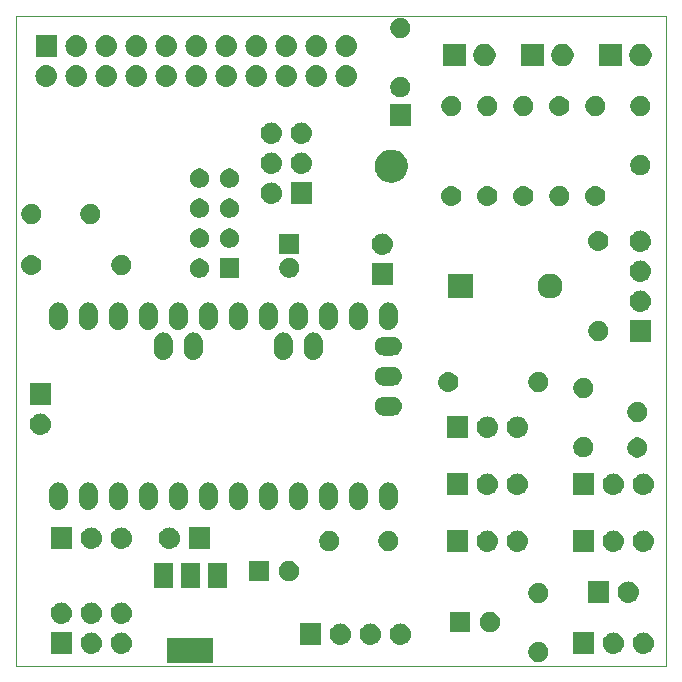
<source format=gbr>
%TF.GenerationSoftware,KiCad,Pcbnew,5.0.2-bee76a0~70~ubuntu18.04.1*%
%TF.CreationDate,2019-02-16T11:07:58+01:00*%
%TF.ProjectId,GP-Pcb,47502d50-6362-42e6-9b69-6361645f7063,2.0*%
%TF.SameCoordinates,Original*%
%TF.FileFunction,Soldermask,Top*%
%TF.FilePolarity,Negative*%
%FSLAX46Y46*%
G04 Gerber Fmt 4.6, Leading zero omitted, Abs format (unit mm)*
G04 Created by KiCad (PCBNEW 5.0.2-bee76a0~70~ubuntu18.04.1) date sab 16 feb 2019 11:07:58 CET*
%MOMM*%
%LPD*%
G01*
G04 APERTURE LIST*
%ADD10C,0.010000*%
%ADD11C,0.150000*%
G04 APERTURE END LIST*
D10*
X113420000Y-45720000D02*
X113420000Y-100720000D01*
X58420000Y-100720000D02*
X113420000Y-100720000D01*
X58420000Y-45720000D02*
X58420000Y-100720000D01*
X58420000Y-45720000D02*
X113420000Y-45720000D01*
D11*
G36*
X75103000Y-100467000D02*
X71201000Y-100467000D01*
X71201000Y-98365000D01*
X75103000Y-98365000D01*
X75103000Y-100467000D01*
X75103000Y-100467000D01*
G37*
G36*
X102864228Y-98749703D02*
X103019100Y-98813853D01*
X103158481Y-98906985D01*
X103277015Y-99025519D01*
X103370147Y-99164900D01*
X103434297Y-99319772D01*
X103467000Y-99484184D01*
X103467000Y-99651816D01*
X103434297Y-99816228D01*
X103370147Y-99971100D01*
X103277015Y-100110481D01*
X103158481Y-100229015D01*
X103019100Y-100322147D01*
X102864228Y-100386297D01*
X102699816Y-100419000D01*
X102532184Y-100419000D01*
X102367772Y-100386297D01*
X102212900Y-100322147D01*
X102073519Y-100229015D01*
X101954985Y-100110481D01*
X101861853Y-99971100D01*
X101797703Y-99816228D01*
X101765000Y-99651816D01*
X101765000Y-99484184D01*
X101797703Y-99319772D01*
X101861853Y-99164900D01*
X101954985Y-99025519D01*
X102073519Y-98906985D01*
X102212900Y-98813853D01*
X102367772Y-98749703D01*
X102532184Y-98717000D01*
X102699816Y-98717000D01*
X102864228Y-98749703D01*
X102864228Y-98749703D01*
G37*
G36*
X109076442Y-97911518D02*
X109142627Y-97918037D01*
X109255853Y-97952384D01*
X109312467Y-97969557D01*
X109451087Y-98043652D01*
X109468991Y-98053222D01*
X109504729Y-98082552D01*
X109606186Y-98165814D01*
X109689448Y-98267271D01*
X109718778Y-98303009D01*
X109718779Y-98303011D01*
X109802443Y-98459533D01*
X109802443Y-98459534D01*
X109853963Y-98629373D01*
X109871359Y-98806000D01*
X109853963Y-98982627D01*
X109840952Y-99025519D01*
X109802443Y-99152467D01*
X109795797Y-99164900D01*
X109718778Y-99308991D01*
X109709930Y-99319772D01*
X109606186Y-99446186D01*
X109504729Y-99529448D01*
X109468991Y-99558778D01*
X109468989Y-99558779D01*
X109312467Y-99642443D01*
X109255853Y-99659616D01*
X109142627Y-99693963D01*
X109076442Y-99700482D01*
X109010260Y-99707000D01*
X108921740Y-99707000D01*
X108855558Y-99700482D01*
X108789373Y-99693963D01*
X108676147Y-99659616D01*
X108619533Y-99642443D01*
X108463011Y-99558779D01*
X108463009Y-99558778D01*
X108427271Y-99529448D01*
X108325814Y-99446186D01*
X108222070Y-99319772D01*
X108213222Y-99308991D01*
X108136203Y-99164900D01*
X108129557Y-99152467D01*
X108091048Y-99025519D01*
X108078037Y-98982627D01*
X108060641Y-98806000D01*
X108078037Y-98629373D01*
X108129557Y-98459534D01*
X108129557Y-98459533D01*
X108213221Y-98303011D01*
X108213222Y-98303009D01*
X108242552Y-98267271D01*
X108325814Y-98165814D01*
X108427271Y-98082552D01*
X108463009Y-98053222D01*
X108480913Y-98043652D01*
X108619533Y-97969557D01*
X108676147Y-97952384D01*
X108789373Y-97918037D01*
X108855558Y-97911518D01*
X108921740Y-97905000D01*
X109010260Y-97905000D01*
X109076442Y-97911518D01*
X109076442Y-97911518D01*
G37*
G36*
X107327000Y-99707000D02*
X105525000Y-99707000D01*
X105525000Y-97905000D01*
X107327000Y-97905000D01*
X107327000Y-99707000D01*
X107327000Y-99707000D01*
G37*
G36*
X111616442Y-97911518D02*
X111682627Y-97918037D01*
X111795853Y-97952384D01*
X111852467Y-97969557D01*
X111991087Y-98043652D01*
X112008991Y-98053222D01*
X112044729Y-98082552D01*
X112146186Y-98165814D01*
X112229448Y-98267271D01*
X112258778Y-98303009D01*
X112258779Y-98303011D01*
X112342443Y-98459533D01*
X112342443Y-98459534D01*
X112393963Y-98629373D01*
X112411359Y-98806000D01*
X112393963Y-98982627D01*
X112380952Y-99025519D01*
X112342443Y-99152467D01*
X112335797Y-99164900D01*
X112258778Y-99308991D01*
X112249930Y-99319772D01*
X112146186Y-99446186D01*
X112044729Y-99529448D01*
X112008991Y-99558778D01*
X112008989Y-99558779D01*
X111852467Y-99642443D01*
X111795853Y-99659616D01*
X111682627Y-99693963D01*
X111616442Y-99700482D01*
X111550260Y-99707000D01*
X111461740Y-99707000D01*
X111395558Y-99700482D01*
X111329373Y-99693963D01*
X111216147Y-99659616D01*
X111159533Y-99642443D01*
X111003011Y-99558779D01*
X111003009Y-99558778D01*
X110967271Y-99529448D01*
X110865814Y-99446186D01*
X110762070Y-99319772D01*
X110753222Y-99308991D01*
X110676203Y-99164900D01*
X110669557Y-99152467D01*
X110631048Y-99025519D01*
X110618037Y-98982627D01*
X110600641Y-98806000D01*
X110618037Y-98629373D01*
X110669557Y-98459534D01*
X110669557Y-98459533D01*
X110753221Y-98303011D01*
X110753222Y-98303009D01*
X110782552Y-98267271D01*
X110865814Y-98165814D01*
X110967271Y-98082552D01*
X111003009Y-98053222D01*
X111020913Y-98043652D01*
X111159533Y-97969557D01*
X111216147Y-97952384D01*
X111329373Y-97918037D01*
X111395558Y-97911518D01*
X111461740Y-97905000D01*
X111550260Y-97905000D01*
X111616442Y-97911518D01*
X111616442Y-97911518D01*
G37*
G36*
X63131000Y-99707000D02*
X61329000Y-99707000D01*
X61329000Y-97905000D01*
X63131000Y-97905000D01*
X63131000Y-99707000D01*
X63131000Y-99707000D01*
G37*
G36*
X64880442Y-97911518D02*
X64946627Y-97918037D01*
X65059853Y-97952384D01*
X65116467Y-97969557D01*
X65255087Y-98043652D01*
X65272991Y-98053222D01*
X65308729Y-98082552D01*
X65410186Y-98165814D01*
X65493448Y-98267271D01*
X65522778Y-98303009D01*
X65522779Y-98303011D01*
X65606443Y-98459533D01*
X65606443Y-98459534D01*
X65657963Y-98629373D01*
X65675359Y-98806000D01*
X65657963Y-98982627D01*
X65644952Y-99025519D01*
X65606443Y-99152467D01*
X65599797Y-99164900D01*
X65522778Y-99308991D01*
X65513930Y-99319772D01*
X65410186Y-99446186D01*
X65308729Y-99529448D01*
X65272991Y-99558778D01*
X65272989Y-99558779D01*
X65116467Y-99642443D01*
X65059853Y-99659616D01*
X64946627Y-99693963D01*
X64880442Y-99700482D01*
X64814260Y-99707000D01*
X64725740Y-99707000D01*
X64659558Y-99700482D01*
X64593373Y-99693963D01*
X64480147Y-99659616D01*
X64423533Y-99642443D01*
X64267011Y-99558779D01*
X64267009Y-99558778D01*
X64231271Y-99529448D01*
X64129814Y-99446186D01*
X64026070Y-99319772D01*
X64017222Y-99308991D01*
X63940203Y-99164900D01*
X63933557Y-99152467D01*
X63895048Y-99025519D01*
X63882037Y-98982627D01*
X63864641Y-98806000D01*
X63882037Y-98629373D01*
X63933557Y-98459534D01*
X63933557Y-98459533D01*
X64017221Y-98303011D01*
X64017222Y-98303009D01*
X64046552Y-98267271D01*
X64129814Y-98165814D01*
X64231271Y-98082552D01*
X64267009Y-98053222D01*
X64284913Y-98043652D01*
X64423533Y-97969557D01*
X64480147Y-97952384D01*
X64593373Y-97918037D01*
X64659558Y-97911518D01*
X64725740Y-97905000D01*
X64814260Y-97905000D01*
X64880442Y-97911518D01*
X64880442Y-97911518D01*
G37*
G36*
X67420442Y-97911518D02*
X67486627Y-97918037D01*
X67599853Y-97952384D01*
X67656467Y-97969557D01*
X67795087Y-98043652D01*
X67812991Y-98053222D01*
X67848729Y-98082552D01*
X67950186Y-98165814D01*
X68033448Y-98267271D01*
X68062778Y-98303009D01*
X68062779Y-98303011D01*
X68146443Y-98459533D01*
X68146443Y-98459534D01*
X68197963Y-98629373D01*
X68215359Y-98806000D01*
X68197963Y-98982627D01*
X68184952Y-99025519D01*
X68146443Y-99152467D01*
X68139797Y-99164900D01*
X68062778Y-99308991D01*
X68053930Y-99319772D01*
X67950186Y-99446186D01*
X67848729Y-99529448D01*
X67812991Y-99558778D01*
X67812989Y-99558779D01*
X67656467Y-99642443D01*
X67599853Y-99659616D01*
X67486627Y-99693963D01*
X67420442Y-99700482D01*
X67354260Y-99707000D01*
X67265740Y-99707000D01*
X67199558Y-99700482D01*
X67133373Y-99693963D01*
X67020147Y-99659616D01*
X66963533Y-99642443D01*
X66807011Y-99558779D01*
X66807009Y-99558778D01*
X66771271Y-99529448D01*
X66669814Y-99446186D01*
X66566070Y-99319772D01*
X66557222Y-99308991D01*
X66480203Y-99164900D01*
X66473557Y-99152467D01*
X66435048Y-99025519D01*
X66422037Y-98982627D01*
X66404641Y-98806000D01*
X66422037Y-98629373D01*
X66473557Y-98459534D01*
X66473557Y-98459533D01*
X66557221Y-98303011D01*
X66557222Y-98303009D01*
X66586552Y-98267271D01*
X66669814Y-98165814D01*
X66771271Y-98082552D01*
X66807009Y-98053222D01*
X66824913Y-98043652D01*
X66963533Y-97969557D01*
X67020147Y-97952384D01*
X67133373Y-97918037D01*
X67199558Y-97911518D01*
X67265740Y-97905000D01*
X67354260Y-97905000D01*
X67420442Y-97911518D01*
X67420442Y-97911518D01*
G37*
G36*
X84213000Y-98945000D02*
X82411000Y-98945000D01*
X82411000Y-97143000D01*
X84213000Y-97143000D01*
X84213000Y-98945000D01*
X84213000Y-98945000D01*
G37*
G36*
X85962443Y-97149519D02*
X86028627Y-97156037D01*
X86141853Y-97190384D01*
X86198467Y-97207557D01*
X86326939Y-97276228D01*
X86354991Y-97291222D01*
X86390729Y-97320552D01*
X86492186Y-97403814D01*
X86575448Y-97505271D01*
X86604778Y-97541009D01*
X86604779Y-97541011D01*
X86688443Y-97697533D01*
X86688443Y-97697534D01*
X86739963Y-97867373D01*
X86757359Y-98044000D01*
X86739963Y-98220627D01*
X86714973Y-98303009D01*
X86688443Y-98390467D01*
X86651526Y-98459533D01*
X86604778Y-98546991D01*
X86575448Y-98582729D01*
X86492186Y-98684186D01*
X86390729Y-98767448D01*
X86354991Y-98796778D01*
X86354989Y-98796779D01*
X86198467Y-98880443D01*
X86141853Y-98897616D01*
X86028627Y-98931963D01*
X85962443Y-98938481D01*
X85896260Y-98945000D01*
X85807740Y-98945000D01*
X85741558Y-98938482D01*
X85675373Y-98931963D01*
X85562147Y-98897616D01*
X85505533Y-98880443D01*
X85349011Y-98796779D01*
X85349009Y-98796778D01*
X85313271Y-98767448D01*
X85211814Y-98684186D01*
X85128552Y-98582729D01*
X85099222Y-98546991D01*
X85052474Y-98459533D01*
X85015557Y-98390467D01*
X84989027Y-98303009D01*
X84964037Y-98220627D01*
X84946641Y-98044000D01*
X84964037Y-97867373D01*
X85015557Y-97697534D01*
X85015557Y-97697533D01*
X85099221Y-97541011D01*
X85099222Y-97541009D01*
X85128552Y-97505271D01*
X85211814Y-97403814D01*
X85313271Y-97320552D01*
X85349009Y-97291222D01*
X85377061Y-97276228D01*
X85505533Y-97207557D01*
X85562147Y-97190384D01*
X85675373Y-97156037D01*
X85741557Y-97149519D01*
X85807740Y-97143000D01*
X85896260Y-97143000D01*
X85962443Y-97149519D01*
X85962443Y-97149519D01*
G37*
G36*
X88502443Y-97149519D02*
X88568627Y-97156037D01*
X88681853Y-97190384D01*
X88738467Y-97207557D01*
X88866939Y-97276228D01*
X88894991Y-97291222D01*
X88930729Y-97320552D01*
X89032186Y-97403814D01*
X89115448Y-97505271D01*
X89144778Y-97541009D01*
X89144779Y-97541011D01*
X89228443Y-97697533D01*
X89228443Y-97697534D01*
X89279963Y-97867373D01*
X89297359Y-98044000D01*
X89279963Y-98220627D01*
X89254973Y-98303009D01*
X89228443Y-98390467D01*
X89191526Y-98459533D01*
X89144778Y-98546991D01*
X89115448Y-98582729D01*
X89032186Y-98684186D01*
X88930729Y-98767448D01*
X88894991Y-98796778D01*
X88894989Y-98796779D01*
X88738467Y-98880443D01*
X88681853Y-98897616D01*
X88568627Y-98931963D01*
X88502443Y-98938481D01*
X88436260Y-98945000D01*
X88347740Y-98945000D01*
X88281558Y-98938482D01*
X88215373Y-98931963D01*
X88102147Y-98897616D01*
X88045533Y-98880443D01*
X87889011Y-98796779D01*
X87889009Y-98796778D01*
X87853271Y-98767448D01*
X87751814Y-98684186D01*
X87668552Y-98582729D01*
X87639222Y-98546991D01*
X87592474Y-98459533D01*
X87555557Y-98390467D01*
X87529027Y-98303009D01*
X87504037Y-98220627D01*
X87486641Y-98044000D01*
X87504037Y-97867373D01*
X87555557Y-97697534D01*
X87555557Y-97697533D01*
X87639221Y-97541011D01*
X87639222Y-97541009D01*
X87668552Y-97505271D01*
X87751814Y-97403814D01*
X87853271Y-97320552D01*
X87889009Y-97291222D01*
X87917061Y-97276228D01*
X88045533Y-97207557D01*
X88102147Y-97190384D01*
X88215373Y-97156037D01*
X88281558Y-97149518D01*
X88347740Y-97143000D01*
X88436260Y-97143000D01*
X88502443Y-97149519D01*
X88502443Y-97149519D01*
G37*
G36*
X91042443Y-97149519D02*
X91108627Y-97156037D01*
X91221853Y-97190384D01*
X91278467Y-97207557D01*
X91406939Y-97276228D01*
X91434991Y-97291222D01*
X91470729Y-97320552D01*
X91572186Y-97403814D01*
X91655448Y-97505271D01*
X91684778Y-97541009D01*
X91684779Y-97541011D01*
X91768443Y-97697533D01*
X91768443Y-97697534D01*
X91819963Y-97867373D01*
X91837359Y-98044000D01*
X91819963Y-98220627D01*
X91794973Y-98303009D01*
X91768443Y-98390467D01*
X91731526Y-98459533D01*
X91684778Y-98546991D01*
X91655448Y-98582729D01*
X91572186Y-98684186D01*
X91470729Y-98767448D01*
X91434991Y-98796778D01*
X91434989Y-98796779D01*
X91278467Y-98880443D01*
X91221853Y-98897616D01*
X91108627Y-98931963D01*
X91042443Y-98938481D01*
X90976260Y-98945000D01*
X90887740Y-98945000D01*
X90821558Y-98938482D01*
X90755373Y-98931963D01*
X90642147Y-98897616D01*
X90585533Y-98880443D01*
X90429011Y-98796779D01*
X90429009Y-98796778D01*
X90393271Y-98767448D01*
X90291814Y-98684186D01*
X90208552Y-98582729D01*
X90179222Y-98546991D01*
X90132474Y-98459533D01*
X90095557Y-98390467D01*
X90069027Y-98303009D01*
X90044037Y-98220627D01*
X90026641Y-98044000D01*
X90044037Y-97867373D01*
X90095557Y-97697534D01*
X90095557Y-97697533D01*
X90179221Y-97541011D01*
X90179222Y-97541009D01*
X90208552Y-97505271D01*
X90291814Y-97403814D01*
X90393271Y-97320552D01*
X90429009Y-97291222D01*
X90457061Y-97276228D01*
X90585533Y-97207557D01*
X90642147Y-97190384D01*
X90755373Y-97156037D01*
X90821558Y-97149518D01*
X90887740Y-97143000D01*
X90976260Y-97143000D01*
X91042443Y-97149519D01*
X91042443Y-97149519D01*
G37*
G36*
X98760228Y-96209703D02*
X98915100Y-96273853D01*
X99054481Y-96366985D01*
X99173015Y-96485519D01*
X99266147Y-96624900D01*
X99330297Y-96779772D01*
X99363000Y-96944184D01*
X99363000Y-97111816D01*
X99330297Y-97276228D01*
X99266147Y-97431100D01*
X99173015Y-97570481D01*
X99054481Y-97689015D01*
X98915100Y-97782147D01*
X98760228Y-97846297D01*
X98595816Y-97879000D01*
X98428184Y-97879000D01*
X98263772Y-97846297D01*
X98108900Y-97782147D01*
X97969519Y-97689015D01*
X97850985Y-97570481D01*
X97757853Y-97431100D01*
X97693703Y-97276228D01*
X97661000Y-97111816D01*
X97661000Y-96944184D01*
X97693703Y-96779772D01*
X97757853Y-96624900D01*
X97850985Y-96485519D01*
X97969519Y-96366985D01*
X98108900Y-96273853D01*
X98263772Y-96209703D01*
X98428184Y-96177000D01*
X98595816Y-96177000D01*
X98760228Y-96209703D01*
X98760228Y-96209703D01*
G37*
G36*
X96863000Y-97879000D02*
X95161000Y-97879000D01*
X95161000Y-96177000D01*
X96863000Y-96177000D01*
X96863000Y-97879000D01*
X96863000Y-97879000D01*
G37*
G36*
X64880443Y-95371519D02*
X64946627Y-95378037D01*
X65059853Y-95412384D01*
X65116467Y-95429557D01*
X65255087Y-95503652D01*
X65272991Y-95513222D01*
X65308729Y-95542552D01*
X65410186Y-95625814D01*
X65493448Y-95727271D01*
X65522778Y-95763009D01*
X65522779Y-95763011D01*
X65606443Y-95919533D01*
X65606443Y-95919534D01*
X65657963Y-96089373D01*
X65675359Y-96266000D01*
X65657963Y-96442627D01*
X65644952Y-96485519D01*
X65606443Y-96612467D01*
X65599797Y-96624900D01*
X65522778Y-96768991D01*
X65513930Y-96779772D01*
X65410186Y-96906186D01*
X65308729Y-96989448D01*
X65272991Y-97018778D01*
X65272989Y-97018779D01*
X65116467Y-97102443D01*
X65059853Y-97119616D01*
X64946627Y-97153963D01*
X64880443Y-97160481D01*
X64814260Y-97167000D01*
X64725740Y-97167000D01*
X64659557Y-97160481D01*
X64593373Y-97153963D01*
X64480147Y-97119616D01*
X64423533Y-97102443D01*
X64267011Y-97018779D01*
X64267009Y-97018778D01*
X64231271Y-96989448D01*
X64129814Y-96906186D01*
X64026070Y-96779772D01*
X64017222Y-96768991D01*
X63940203Y-96624900D01*
X63933557Y-96612467D01*
X63895048Y-96485519D01*
X63882037Y-96442627D01*
X63864641Y-96266000D01*
X63882037Y-96089373D01*
X63933557Y-95919534D01*
X63933557Y-95919533D01*
X64017221Y-95763011D01*
X64017222Y-95763009D01*
X64046552Y-95727271D01*
X64129814Y-95625814D01*
X64231271Y-95542552D01*
X64267009Y-95513222D01*
X64284913Y-95503652D01*
X64423533Y-95429557D01*
X64480147Y-95412384D01*
X64593373Y-95378037D01*
X64659557Y-95371519D01*
X64725740Y-95365000D01*
X64814260Y-95365000D01*
X64880443Y-95371519D01*
X64880443Y-95371519D01*
G37*
G36*
X62340443Y-95371519D02*
X62406627Y-95378037D01*
X62519853Y-95412384D01*
X62576467Y-95429557D01*
X62715087Y-95503652D01*
X62732991Y-95513222D01*
X62768729Y-95542552D01*
X62870186Y-95625814D01*
X62953448Y-95727271D01*
X62982778Y-95763009D01*
X62982779Y-95763011D01*
X63066443Y-95919533D01*
X63066443Y-95919534D01*
X63117963Y-96089373D01*
X63135359Y-96266000D01*
X63117963Y-96442627D01*
X63104952Y-96485519D01*
X63066443Y-96612467D01*
X63059797Y-96624900D01*
X62982778Y-96768991D01*
X62973930Y-96779772D01*
X62870186Y-96906186D01*
X62768729Y-96989448D01*
X62732991Y-97018778D01*
X62732989Y-97018779D01*
X62576467Y-97102443D01*
X62519853Y-97119616D01*
X62406627Y-97153963D01*
X62340443Y-97160481D01*
X62274260Y-97167000D01*
X62185740Y-97167000D01*
X62119557Y-97160481D01*
X62053373Y-97153963D01*
X61940147Y-97119616D01*
X61883533Y-97102443D01*
X61727011Y-97018779D01*
X61727009Y-97018778D01*
X61691271Y-96989448D01*
X61589814Y-96906186D01*
X61486070Y-96779772D01*
X61477222Y-96768991D01*
X61400203Y-96624900D01*
X61393557Y-96612467D01*
X61355048Y-96485519D01*
X61342037Y-96442627D01*
X61324641Y-96266000D01*
X61342037Y-96089373D01*
X61393557Y-95919534D01*
X61393557Y-95919533D01*
X61477221Y-95763011D01*
X61477222Y-95763009D01*
X61506552Y-95727271D01*
X61589814Y-95625814D01*
X61691271Y-95542552D01*
X61727009Y-95513222D01*
X61744913Y-95503652D01*
X61883533Y-95429557D01*
X61940147Y-95412384D01*
X62053373Y-95378037D01*
X62119557Y-95371519D01*
X62185740Y-95365000D01*
X62274260Y-95365000D01*
X62340443Y-95371519D01*
X62340443Y-95371519D01*
G37*
G36*
X67420443Y-95371519D02*
X67486627Y-95378037D01*
X67599853Y-95412384D01*
X67656467Y-95429557D01*
X67795087Y-95503652D01*
X67812991Y-95513222D01*
X67848729Y-95542552D01*
X67950186Y-95625814D01*
X68033448Y-95727271D01*
X68062778Y-95763009D01*
X68062779Y-95763011D01*
X68146443Y-95919533D01*
X68146443Y-95919534D01*
X68197963Y-96089373D01*
X68215359Y-96266000D01*
X68197963Y-96442627D01*
X68184952Y-96485519D01*
X68146443Y-96612467D01*
X68139797Y-96624900D01*
X68062778Y-96768991D01*
X68053930Y-96779772D01*
X67950186Y-96906186D01*
X67848729Y-96989448D01*
X67812991Y-97018778D01*
X67812989Y-97018779D01*
X67656467Y-97102443D01*
X67599853Y-97119616D01*
X67486627Y-97153963D01*
X67420443Y-97160481D01*
X67354260Y-97167000D01*
X67265740Y-97167000D01*
X67199557Y-97160481D01*
X67133373Y-97153963D01*
X67020147Y-97119616D01*
X66963533Y-97102443D01*
X66807011Y-97018779D01*
X66807009Y-97018778D01*
X66771271Y-96989448D01*
X66669814Y-96906186D01*
X66566070Y-96779772D01*
X66557222Y-96768991D01*
X66480203Y-96624900D01*
X66473557Y-96612467D01*
X66435048Y-96485519D01*
X66422037Y-96442627D01*
X66404641Y-96266000D01*
X66422037Y-96089373D01*
X66473557Y-95919534D01*
X66473557Y-95919533D01*
X66557221Y-95763011D01*
X66557222Y-95763009D01*
X66586552Y-95727271D01*
X66669814Y-95625814D01*
X66771271Y-95542552D01*
X66807009Y-95513222D01*
X66824913Y-95503652D01*
X66963533Y-95429557D01*
X67020147Y-95412384D01*
X67133373Y-95378037D01*
X67199557Y-95371519D01*
X67265740Y-95365000D01*
X67354260Y-95365000D01*
X67420443Y-95371519D01*
X67420443Y-95371519D01*
G37*
G36*
X102864228Y-93749703D02*
X103019100Y-93813853D01*
X103158481Y-93906985D01*
X103277015Y-94025519D01*
X103370147Y-94164900D01*
X103434297Y-94319772D01*
X103467000Y-94484184D01*
X103467000Y-94651816D01*
X103434297Y-94816228D01*
X103370147Y-94971100D01*
X103277015Y-95110481D01*
X103158481Y-95229015D01*
X103019100Y-95322147D01*
X102864228Y-95386297D01*
X102699816Y-95419000D01*
X102532184Y-95419000D01*
X102367772Y-95386297D01*
X102212900Y-95322147D01*
X102073519Y-95229015D01*
X101954985Y-95110481D01*
X101861853Y-94971100D01*
X101797703Y-94816228D01*
X101765000Y-94651816D01*
X101765000Y-94484184D01*
X101797703Y-94319772D01*
X101861853Y-94164900D01*
X101954985Y-94025519D01*
X102073519Y-93906985D01*
X102212900Y-93813853D01*
X102367772Y-93749703D01*
X102532184Y-93717000D01*
X102699816Y-93717000D01*
X102864228Y-93749703D01*
X102864228Y-93749703D01*
G37*
G36*
X108597000Y-95389000D02*
X106795000Y-95389000D01*
X106795000Y-93587000D01*
X108597000Y-93587000D01*
X108597000Y-95389000D01*
X108597000Y-95389000D01*
G37*
G36*
X110346442Y-93593518D02*
X110412627Y-93600037D01*
X110525853Y-93634384D01*
X110582467Y-93651557D01*
X110704900Y-93717000D01*
X110738991Y-93735222D01*
X110756636Y-93749703D01*
X110876186Y-93847814D01*
X110924746Y-93906986D01*
X110988778Y-93985009D01*
X110988779Y-93985011D01*
X111072443Y-94141533D01*
X111072443Y-94141534D01*
X111123963Y-94311373D01*
X111141359Y-94488000D01*
X111123963Y-94664627D01*
X111089616Y-94777853D01*
X111072443Y-94834467D01*
X110999410Y-94971100D01*
X110988778Y-94990991D01*
X110959448Y-95026729D01*
X110876186Y-95128186D01*
X110774729Y-95211448D01*
X110738991Y-95240778D01*
X110738989Y-95240779D01*
X110582467Y-95324443D01*
X110525853Y-95341616D01*
X110412627Y-95375963D01*
X110346443Y-95382481D01*
X110280260Y-95389000D01*
X110191740Y-95389000D01*
X110125557Y-95382481D01*
X110059373Y-95375963D01*
X109946147Y-95341616D01*
X109889533Y-95324443D01*
X109733011Y-95240779D01*
X109733009Y-95240778D01*
X109697271Y-95211448D01*
X109595814Y-95128186D01*
X109512552Y-95026729D01*
X109483222Y-94990991D01*
X109472590Y-94971100D01*
X109399557Y-94834467D01*
X109382384Y-94777853D01*
X109348037Y-94664627D01*
X109330641Y-94488000D01*
X109348037Y-94311373D01*
X109399557Y-94141534D01*
X109399557Y-94141533D01*
X109483221Y-93985011D01*
X109483222Y-93985009D01*
X109547254Y-93906986D01*
X109595814Y-93847814D01*
X109715364Y-93749703D01*
X109733009Y-93735222D01*
X109767100Y-93717000D01*
X109889533Y-93651557D01*
X109946147Y-93634384D01*
X110059373Y-93600037D01*
X110125558Y-93593518D01*
X110191740Y-93587000D01*
X110280260Y-93587000D01*
X110346442Y-93593518D01*
X110346442Y-93593518D01*
G37*
G36*
X71653000Y-94167000D02*
X70051000Y-94167000D01*
X70051000Y-92065000D01*
X71653000Y-92065000D01*
X71653000Y-94167000D01*
X71653000Y-94167000D01*
G37*
G36*
X76253000Y-94167000D02*
X74651000Y-94167000D01*
X74651000Y-92065000D01*
X76253000Y-92065000D01*
X76253000Y-94167000D01*
X76253000Y-94167000D01*
G37*
G36*
X73953000Y-94167000D02*
X72351000Y-94167000D01*
X72351000Y-92065000D01*
X73953000Y-92065000D01*
X73953000Y-94167000D01*
X73953000Y-94167000D01*
G37*
G36*
X79845000Y-93561000D02*
X78143000Y-93561000D01*
X78143000Y-91859000D01*
X79845000Y-91859000D01*
X79845000Y-93561000D01*
X79845000Y-93561000D01*
G37*
G36*
X81742228Y-91891703D02*
X81897100Y-91955853D01*
X82036481Y-92048985D01*
X82155015Y-92167519D01*
X82248147Y-92306900D01*
X82312297Y-92461772D01*
X82345000Y-92626184D01*
X82345000Y-92793816D01*
X82312297Y-92958228D01*
X82248147Y-93113100D01*
X82155015Y-93252481D01*
X82036481Y-93371015D01*
X81897100Y-93464147D01*
X81742228Y-93528297D01*
X81577816Y-93561000D01*
X81410184Y-93561000D01*
X81245772Y-93528297D01*
X81090900Y-93464147D01*
X80951519Y-93371015D01*
X80832985Y-93252481D01*
X80739853Y-93113100D01*
X80675703Y-92958228D01*
X80643000Y-92793816D01*
X80643000Y-92626184D01*
X80675703Y-92461772D01*
X80739853Y-92306900D01*
X80832985Y-92167519D01*
X80951519Y-92048985D01*
X81090900Y-91955853D01*
X81245772Y-91891703D01*
X81410184Y-91859000D01*
X81577816Y-91859000D01*
X81742228Y-91891703D01*
X81742228Y-91891703D01*
G37*
G36*
X111616443Y-89275519D02*
X111682627Y-89282037D01*
X111795853Y-89316384D01*
X111852467Y-89333557D01*
X111991087Y-89407652D01*
X112008991Y-89417222D01*
X112044729Y-89446552D01*
X112146186Y-89529814D01*
X112226369Y-89627519D01*
X112258778Y-89667009D01*
X112258779Y-89667011D01*
X112342443Y-89823533D01*
X112342443Y-89823534D01*
X112393963Y-89993373D01*
X112411359Y-90170000D01*
X112393963Y-90346627D01*
X112359616Y-90459853D01*
X112342443Y-90516467D01*
X112268348Y-90655087D01*
X112258778Y-90672991D01*
X112229448Y-90708729D01*
X112146186Y-90810186D01*
X112044729Y-90893448D01*
X112008991Y-90922778D01*
X112008989Y-90922779D01*
X111852467Y-91006443D01*
X111804478Y-91021000D01*
X111682627Y-91057963D01*
X111616442Y-91064482D01*
X111550260Y-91071000D01*
X111461740Y-91071000D01*
X111395558Y-91064482D01*
X111329373Y-91057963D01*
X111207522Y-91021000D01*
X111159533Y-91006443D01*
X111003011Y-90922779D01*
X111003009Y-90922778D01*
X110967271Y-90893448D01*
X110865814Y-90810186D01*
X110782552Y-90708729D01*
X110753222Y-90672991D01*
X110743652Y-90655087D01*
X110669557Y-90516467D01*
X110652384Y-90459853D01*
X110618037Y-90346627D01*
X110600641Y-90170000D01*
X110618037Y-89993373D01*
X110669557Y-89823534D01*
X110669557Y-89823533D01*
X110753221Y-89667011D01*
X110753222Y-89667009D01*
X110785631Y-89627519D01*
X110865814Y-89529814D01*
X110967271Y-89446552D01*
X111003009Y-89417222D01*
X111020913Y-89407652D01*
X111159533Y-89333557D01*
X111216147Y-89316384D01*
X111329373Y-89282037D01*
X111395557Y-89275519D01*
X111461740Y-89269000D01*
X111550260Y-89269000D01*
X111616443Y-89275519D01*
X111616443Y-89275519D01*
G37*
G36*
X100948443Y-89275519D02*
X101014627Y-89282037D01*
X101127853Y-89316384D01*
X101184467Y-89333557D01*
X101323087Y-89407652D01*
X101340991Y-89417222D01*
X101376729Y-89446552D01*
X101478186Y-89529814D01*
X101558369Y-89627519D01*
X101590778Y-89667009D01*
X101590779Y-89667011D01*
X101674443Y-89823533D01*
X101674443Y-89823534D01*
X101725963Y-89993373D01*
X101743359Y-90170000D01*
X101725963Y-90346627D01*
X101691616Y-90459853D01*
X101674443Y-90516467D01*
X101600348Y-90655087D01*
X101590778Y-90672991D01*
X101561448Y-90708729D01*
X101478186Y-90810186D01*
X101376729Y-90893448D01*
X101340991Y-90922778D01*
X101340989Y-90922779D01*
X101184467Y-91006443D01*
X101136478Y-91021000D01*
X101014627Y-91057963D01*
X100948442Y-91064482D01*
X100882260Y-91071000D01*
X100793740Y-91071000D01*
X100727558Y-91064482D01*
X100661373Y-91057963D01*
X100539522Y-91021000D01*
X100491533Y-91006443D01*
X100335011Y-90922779D01*
X100335009Y-90922778D01*
X100299271Y-90893448D01*
X100197814Y-90810186D01*
X100114552Y-90708729D01*
X100085222Y-90672991D01*
X100075652Y-90655087D01*
X100001557Y-90516467D01*
X99984384Y-90459853D01*
X99950037Y-90346627D01*
X99932641Y-90170000D01*
X99950037Y-89993373D01*
X100001557Y-89823534D01*
X100001557Y-89823533D01*
X100085221Y-89667011D01*
X100085222Y-89667009D01*
X100117631Y-89627519D01*
X100197814Y-89529814D01*
X100299271Y-89446552D01*
X100335009Y-89417222D01*
X100352913Y-89407652D01*
X100491533Y-89333557D01*
X100548147Y-89316384D01*
X100661373Y-89282037D01*
X100727557Y-89275519D01*
X100793740Y-89269000D01*
X100882260Y-89269000D01*
X100948443Y-89275519D01*
X100948443Y-89275519D01*
G37*
G36*
X96659000Y-91071000D02*
X94857000Y-91071000D01*
X94857000Y-89269000D01*
X96659000Y-89269000D01*
X96659000Y-91071000D01*
X96659000Y-91071000D01*
G37*
G36*
X98408443Y-89275519D02*
X98474627Y-89282037D01*
X98587853Y-89316384D01*
X98644467Y-89333557D01*
X98783087Y-89407652D01*
X98800991Y-89417222D01*
X98836729Y-89446552D01*
X98938186Y-89529814D01*
X99018369Y-89627519D01*
X99050778Y-89667009D01*
X99050779Y-89667011D01*
X99134443Y-89823533D01*
X99134443Y-89823534D01*
X99185963Y-89993373D01*
X99203359Y-90170000D01*
X99185963Y-90346627D01*
X99151616Y-90459853D01*
X99134443Y-90516467D01*
X99060348Y-90655087D01*
X99050778Y-90672991D01*
X99021448Y-90708729D01*
X98938186Y-90810186D01*
X98836729Y-90893448D01*
X98800991Y-90922778D01*
X98800989Y-90922779D01*
X98644467Y-91006443D01*
X98596478Y-91021000D01*
X98474627Y-91057963D01*
X98408442Y-91064482D01*
X98342260Y-91071000D01*
X98253740Y-91071000D01*
X98187558Y-91064482D01*
X98121373Y-91057963D01*
X97999522Y-91021000D01*
X97951533Y-91006443D01*
X97795011Y-90922779D01*
X97795009Y-90922778D01*
X97759271Y-90893448D01*
X97657814Y-90810186D01*
X97574552Y-90708729D01*
X97545222Y-90672991D01*
X97535652Y-90655087D01*
X97461557Y-90516467D01*
X97444384Y-90459853D01*
X97410037Y-90346627D01*
X97392641Y-90170000D01*
X97410037Y-89993373D01*
X97461557Y-89823534D01*
X97461557Y-89823533D01*
X97545221Y-89667011D01*
X97545222Y-89667009D01*
X97577631Y-89627519D01*
X97657814Y-89529814D01*
X97759271Y-89446552D01*
X97795009Y-89417222D01*
X97812913Y-89407652D01*
X97951533Y-89333557D01*
X98008147Y-89316384D01*
X98121373Y-89282037D01*
X98187557Y-89275519D01*
X98253740Y-89269000D01*
X98342260Y-89269000D01*
X98408443Y-89275519D01*
X98408443Y-89275519D01*
G37*
G36*
X107327000Y-91071000D02*
X105525000Y-91071000D01*
X105525000Y-89269000D01*
X107327000Y-89269000D01*
X107327000Y-91071000D01*
X107327000Y-91071000D01*
G37*
G36*
X109076443Y-89275519D02*
X109142627Y-89282037D01*
X109255853Y-89316384D01*
X109312467Y-89333557D01*
X109451087Y-89407652D01*
X109468991Y-89417222D01*
X109504729Y-89446552D01*
X109606186Y-89529814D01*
X109686369Y-89627519D01*
X109718778Y-89667009D01*
X109718779Y-89667011D01*
X109802443Y-89823533D01*
X109802443Y-89823534D01*
X109853963Y-89993373D01*
X109871359Y-90170000D01*
X109853963Y-90346627D01*
X109819616Y-90459853D01*
X109802443Y-90516467D01*
X109728348Y-90655087D01*
X109718778Y-90672991D01*
X109689448Y-90708729D01*
X109606186Y-90810186D01*
X109504729Y-90893448D01*
X109468991Y-90922778D01*
X109468989Y-90922779D01*
X109312467Y-91006443D01*
X109264478Y-91021000D01*
X109142627Y-91057963D01*
X109076442Y-91064482D01*
X109010260Y-91071000D01*
X108921740Y-91071000D01*
X108855558Y-91064482D01*
X108789373Y-91057963D01*
X108667522Y-91021000D01*
X108619533Y-91006443D01*
X108463011Y-90922779D01*
X108463009Y-90922778D01*
X108427271Y-90893448D01*
X108325814Y-90810186D01*
X108242552Y-90708729D01*
X108213222Y-90672991D01*
X108203652Y-90655087D01*
X108129557Y-90516467D01*
X108112384Y-90459853D01*
X108078037Y-90346627D01*
X108060641Y-90170000D01*
X108078037Y-89993373D01*
X108129557Y-89823534D01*
X108129557Y-89823533D01*
X108213221Y-89667011D01*
X108213222Y-89667009D01*
X108245631Y-89627519D01*
X108325814Y-89529814D01*
X108427271Y-89446552D01*
X108463009Y-89417222D01*
X108480913Y-89407652D01*
X108619533Y-89333557D01*
X108676147Y-89316384D01*
X108789373Y-89282037D01*
X108855557Y-89275519D01*
X108921740Y-89269000D01*
X109010260Y-89269000D01*
X109076443Y-89275519D01*
X109076443Y-89275519D01*
G37*
G36*
X85164228Y-89351703D02*
X85319100Y-89415853D01*
X85458481Y-89508985D01*
X85577015Y-89627519D01*
X85670147Y-89766900D01*
X85734297Y-89921772D01*
X85767000Y-90086184D01*
X85767000Y-90253816D01*
X85734297Y-90418228D01*
X85670147Y-90573100D01*
X85577015Y-90712481D01*
X85458481Y-90831015D01*
X85319100Y-90924147D01*
X85164228Y-90988297D01*
X84999816Y-91021000D01*
X84832184Y-91021000D01*
X84667772Y-90988297D01*
X84512900Y-90924147D01*
X84373519Y-90831015D01*
X84254985Y-90712481D01*
X84161853Y-90573100D01*
X84097703Y-90418228D01*
X84065000Y-90253816D01*
X84065000Y-90086184D01*
X84097703Y-89921772D01*
X84161853Y-89766900D01*
X84254985Y-89627519D01*
X84373519Y-89508985D01*
X84512900Y-89415853D01*
X84667772Y-89351703D01*
X84832184Y-89319000D01*
X84999816Y-89319000D01*
X85164228Y-89351703D01*
X85164228Y-89351703D01*
G37*
G36*
X90164228Y-89351703D02*
X90319100Y-89415853D01*
X90458481Y-89508985D01*
X90577015Y-89627519D01*
X90670147Y-89766900D01*
X90734297Y-89921772D01*
X90767000Y-90086184D01*
X90767000Y-90253816D01*
X90734297Y-90418228D01*
X90670147Y-90573100D01*
X90577015Y-90712481D01*
X90458481Y-90831015D01*
X90319100Y-90924147D01*
X90164228Y-90988297D01*
X89999816Y-91021000D01*
X89832184Y-91021000D01*
X89667772Y-90988297D01*
X89512900Y-90924147D01*
X89373519Y-90831015D01*
X89254985Y-90712481D01*
X89161853Y-90573100D01*
X89097703Y-90418228D01*
X89065000Y-90253816D01*
X89065000Y-90086184D01*
X89097703Y-89921772D01*
X89161853Y-89766900D01*
X89254985Y-89627519D01*
X89373519Y-89508985D01*
X89512900Y-89415853D01*
X89667772Y-89351703D01*
X89832184Y-89319000D01*
X89999816Y-89319000D01*
X90164228Y-89351703D01*
X90164228Y-89351703D01*
G37*
G36*
X71484442Y-89021518D02*
X71550627Y-89028037D01*
X71663853Y-89062384D01*
X71720467Y-89079557D01*
X71859087Y-89153652D01*
X71876991Y-89163222D01*
X71912729Y-89192552D01*
X72014186Y-89275814D01*
X72076466Y-89351704D01*
X72126778Y-89413009D01*
X72126779Y-89413011D01*
X72210443Y-89569533D01*
X72210443Y-89569534D01*
X72261963Y-89739373D01*
X72279359Y-89916000D01*
X72261963Y-90092627D01*
X72238492Y-90170000D01*
X72210443Y-90262467D01*
X72165459Y-90346625D01*
X72126778Y-90418991D01*
X72097448Y-90454729D01*
X72014186Y-90556186D01*
X71912729Y-90639448D01*
X71876991Y-90668778D01*
X71876989Y-90668779D01*
X71720467Y-90752443D01*
X71663853Y-90769616D01*
X71550627Y-90803963D01*
X71487453Y-90810185D01*
X71418260Y-90817000D01*
X71329740Y-90817000D01*
X71260547Y-90810185D01*
X71197373Y-90803963D01*
X71084147Y-90769616D01*
X71027533Y-90752443D01*
X70871011Y-90668779D01*
X70871009Y-90668778D01*
X70835271Y-90639448D01*
X70733814Y-90556186D01*
X70650552Y-90454729D01*
X70621222Y-90418991D01*
X70582541Y-90346625D01*
X70537557Y-90262467D01*
X70509508Y-90170000D01*
X70486037Y-90092627D01*
X70468641Y-89916000D01*
X70486037Y-89739373D01*
X70537557Y-89569534D01*
X70537557Y-89569533D01*
X70621221Y-89413011D01*
X70621222Y-89413009D01*
X70671534Y-89351704D01*
X70733814Y-89275814D01*
X70835271Y-89192552D01*
X70871009Y-89163222D01*
X70888913Y-89153652D01*
X71027533Y-89079557D01*
X71084147Y-89062384D01*
X71197373Y-89028037D01*
X71263558Y-89021518D01*
X71329740Y-89015000D01*
X71418260Y-89015000D01*
X71484442Y-89021518D01*
X71484442Y-89021518D01*
G37*
G36*
X67420442Y-89021518D02*
X67486627Y-89028037D01*
X67599853Y-89062384D01*
X67656467Y-89079557D01*
X67795087Y-89153652D01*
X67812991Y-89163222D01*
X67848729Y-89192552D01*
X67950186Y-89275814D01*
X68012466Y-89351704D01*
X68062778Y-89413009D01*
X68062779Y-89413011D01*
X68146443Y-89569533D01*
X68146443Y-89569534D01*
X68197963Y-89739373D01*
X68215359Y-89916000D01*
X68197963Y-90092627D01*
X68174492Y-90170000D01*
X68146443Y-90262467D01*
X68101459Y-90346625D01*
X68062778Y-90418991D01*
X68033448Y-90454729D01*
X67950186Y-90556186D01*
X67848729Y-90639448D01*
X67812991Y-90668778D01*
X67812989Y-90668779D01*
X67656467Y-90752443D01*
X67599853Y-90769616D01*
X67486627Y-90803963D01*
X67423453Y-90810185D01*
X67354260Y-90817000D01*
X67265740Y-90817000D01*
X67196547Y-90810185D01*
X67133373Y-90803963D01*
X67020147Y-90769616D01*
X66963533Y-90752443D01*
X66807011Y-90668779D01*
X66807009Y-90668778D01*
X66771271Y-90639448D01*
X66669814Y-90556186D01*
X66586552Y-90454729D01*
X66557222Y-90418991D01*
X66518541Y-90346625D01*
X66473557Y-90262467D01*
X66445508Y-90170000D01*
X66422037Y-90092627D01*
X66404641Y-89916000D01*
X66422037Y-89739373D01*
X66473557Y-89569534D01*
X66473557Y-89569533D01*
X66557221Y-89413011D01*
X66557222Y-89413009D01*
X66607534Y-89351704D01*
X66669814Y-89275814D01*
X66771271Y-89192552D01*
X66807009Y-89163222D01*
X66824913Y-89153652D01*
X66963533Y-89079557D01*
X67020147Y-89062384D01*
X67133373Y-89028037D01*
X67199558Y-89021518D01*
X67265740Y-89015000D01*
X67354260Y-89015000D01*
X67420442Y-89021518D01*
X67420442Y-89021518D01*
G37*
G36*
X63131000Y-90817000D02*
X61329000Y-90817000D01*
X61329000Y-89015000D01*
X63131000Y-89015000D01*
X63131000Y-90817000D01*
X63131000Y-90817000D01*
G37*
G36*
X74815000Y-90817000D02*
X73013000Y-90817000D01*
X73013000Y-89015000D01*
X74815000Y-89015000D01*
X74815000Y-90817000D01*
X74815000Y-90817000D01*
G37*
G36*
X64880442Y-89021518D02*
X64946627Y-89028037D01*
X65059853Y-89062384D01*
X65116467Y-89079557D01*
X65255087Y-89153652D01*
X65272991Y-89163222D01*
X65308729Y-89192552D01*
X65410186Y-89275814D01*
X65472466Y-89351704D01*
X65522778Y-89413009D01*
X65522779Y-89413011D01*
X65606443Y-89569533D01*
X65606443Y-89569534D01*
X65657963Y-89739373D01*
X65675359Y-89916000D01*
X65657963Y-90092627D01*
X65634492Y-90170000D01*
X65606443Y-90262467D01*
X65561459Y-90346625D01*
X65522778Y-90418991D01*
X65493448Y-90454729D01*
X65410186Y-90556186D01*
X65308729Y-90639448D01*
X65272991Y-90668778D01*
X65272989Y-90668779D01*
X65116467Y-90752443D01*
X65059853Y-90769616D01*
X64946627Y-90803963D01*
X64883453Y-90810185D01*
X64814260Y-90817000D01*
X64725740Y-90817000D01*
X64656547Y-90810185D01*
X64593373Y-90803963D01*
X64480147Y-90769616D01*
X64423533Y-90752443D01*
X64267011Y-90668779D01*
X64267009Y-90668778D01*
X64231271Y-90639448D01*
X64129814Y-90556186D01*
X64046552Y-90454729D01*
X64017222Y-90418991D01*
X63978541Y-90346625D01*
X63933557Y-90262467D01*
X63905508Y-90170000D01*
X63882037Y-90092627D01*
X63864641Y-89916000D01*
X63882037Y-89739373D01*
X63933557Y-89569534D01*
X63933557Y-89569533D01*
X64017221Y-89413011D01*
X64017222Y-89413009D01*
X64067534Y-89351704D01*
X64129814Y-89275814D01*
X64231271Y-89192552D01*
X64267009Y-89163222D01*
X64284913Y-89153652D01*
X64423533Y-89079557D01*
X64480147Y-89062384D01*
X64593373Y-89028037D01*
X64659558Y-89021518D01*
X64725740Y-89015000D01*
X64814260Y-89015000D01*
X64880442Y-89021518D01*
X64880442Y-89021518D01*
G37*
G36*
X79913134Y-85220778D02*
X80013865Y-85251335D01*
X80064232Y-85266613D01*
X80110648Y-85291423D01*
X80203482Y-85341044D01*
X80325538Y-85441212D01*
X80425706Y-85563267D01*
X80475327Y-85656101D01*
X80500137Y-85702517D01*
X80515415Y-85752884D01*
X80545972Y-85853615D01*
X80557570Y-85971375D01*
X80557570Y-86748625D01*
X80545972Y-86866385D01*
X80515415Y-86967116D01*
X80500137Y-87017483D01*
X80475327Y-87063899D01*
X80425706Y-87156733D01*
X80325538Y-87278788D01*
X80203483Y-87378956D01*
X80110649Y-87428577D01*
X80064233Y-87453387D01*
X80013866Y-87468665D01*
X79913135Y-87499222D01*
X79756000Y-87514698D01*
X79598866Y-87499222D01*
X79498135Y-87468665D01*
X79447768Y-87453387D01*
X79401352Y-87428577D01*
X79308518Y-87378956D01*
X79186463Y-87278788D01*
X79086295Y-87156733D01*
X79011864Y-87017482D01*
X78966028Y-86866385D01*
X78954430Y-86748625D01*
X78954430Y-85971376D01*
X78966028Y-85853616D01*
X79011863Y-85702519D01*
X79011863Y-85702518D01*
X79036673Y-85656102D01*
X79086294Y-85563268D01*
X79186462Y-85441212D01*
X79308517Y-85341044D01*
X79401351Y-85291423D01*
X79447767Y-85266613D01*
X79498134Y-85251335D01*
X79598865Y-85220778D01*
X79756000Y-85205302D01*
X79913134Y-85220778D01*
X79913134Y-85220778D01*
G37*
G36*
X82453134Y-85220778D02*
X82553865Y-85251335D01*
X82604232Y-85266613D01*
X82650648Y-85291423D01*
X82743482Y-85341044D01*
X82865538Y-85441212D01*
X82965706Y-85563267D01*
X83015327Y-85656101D01*
X83040137Y-85702517D01*
X83055415Y-85752884D01*
X83085972Y-85853615D01*
X83097570Y-85971375D01*
X83097570Y-86748625D01*
X83085972Y-86866385D01*
X83055415Y-86967116D01*
X83040137Y-87017483D01*
X83015327Y-87063899D01*
X82965706Y-87156733D01*
X82865538Y-87278788D01*
X82743483Y-87378956D01*
X82650649Y-87428577D01*
X82604233Y-87453387D01*
X82553866Y-87468665D01*
X82453135Y-87499222D01*
X82296000Y-87514698D01*
X82138866Y-87499222D01*
X82038135Y-87468665D01*
X81987768Y-87453387D01*
X81941352Y-87428577D01*
X81848518Y-87378956D01*
X81726463Y-87278788D01*
X81626295Y-87156733D01*
X81551864Y-87017482D01*
X81506028Y-86866385D01*
X81494430Y-86748625D01*
X81494430Y-85971376D01*
X81506028Y-85853616D01*
X81551863Y-85702519D01*
X81551863Y-85702518D01*
X81576673Y-85656102D01*
X81626294Y-85563268D01*
X81726462Y-85441212D01*
X81848517Y-85341044D01*
X81941351Y-85291423D01*
X81987767Y-85266613D01*
X82038134Y-85251335D01*
X82138865Y-85220778D01*
X82296000Y-85205302D01*
X82453134Y-85220778D01*
X82453134Y-85220778D01*
G37*
G36*
X84993134Y-85220778D02*
X85093865Y-85251335D01*
X85144232Y-85266613D01*
X85190648Y-85291423D01*
X85283482Y-85341044D01*
X85405538Y-85441212D01*
X85505706Y-85563267D01*
X85555327Y-85656101D01*
X85580137Y-85702517D01*
X85595415Y-85752884D01*
X85625972Y-85853615D01*
X85637570Y-85971375D01*
X85637570Y-86748625D01*
X85625972Y-86866385D01*
X85595415Y-86967116D01*
X85580137Y-87017483D01*
X85555327Y-87063899D01*
X85505706Y-87156733D01*
X85405538Y-87278788D01*
X85283483Y-87378956D01*
X85190649Y-87428577D01*
X85144233Y-87453387D01*
X85093866Y-87468665D01*
X84993135Y-87499222D01*
X84836000Y-87514698D01*
X84678866Y-87499222D01*
X84578135Y-87468665D01*
X84527768Y-87453387D01*
X84481352Y-87428577D01*
X84388518Y-87378956D01*
X84266463Y-87278788D01*
X84166295Y-87156733D01*
X84091864Y-87017482D01*
X84046028Y-86866385D01*
X84034430Y-86748625D01*
X84034430Y-85971376D01*
X84046028Y-85853616D01*
X84091863Y-85702519D01*
X84091863Y-85702518D01*
X84116673Y-85656102D01*
X84166294Y-85563268D01*
X84266462Y-85441212D01*
X84388517Y-85341044D01*
X84481351Y-85291423D01*
X84527767Y-85266613D01*
X84578134Y-85251335D01*
X84678865Y-85220778D01*
X84836000Y-85205302D01*
X84993134Y-85220778D01*
X84993134Y-85220778D01*
G37*
G36*
X87533134Y-85220778D02*
X87633865Y-85251335D01*
X87684232Y-85266613D01*
X87730648Y-85291423D01*
X87823482Y-85341044D01*
X87945538Y-85441212D01*
X88045706Y-85563267D01*
X88095327Y-85656101D01*
X88120137Y-85702517D01*
X88135415Y-85752884D01*
X88165972Y-85853615D01*
X88177570Y-85971375D01*
X88177570Y-86748625D01*
X88165972Y-86866385D01*
X88135415Y-86967116D01*
X88120137Y-87017483D01*
X88095327Y-87063899D01*
X88045706Y-87156733D01*
X87945538Y-87278788D01*
X87823483Y-87378956D01*
X87730649Y-87428577D01*
X87684233Y-87453387D01*
X87633866Y-87468665D01*
X87533135Y-87499222D01*
X87376000Y-87514698D01*
X87218866Y-87499222D01*
X87118135Y-87468665D01*
X87067768Y-87453387D01*
X87021352Y-87428577D01*
X86928518Y-87378956D01*
X86806463Y-87278788D01*
X86706295Y-87156733D01*
X86631864Y-87017482D01*
X86586028Y-86866385D01*
X86574430Y-86748625D01*
X86574430Y-85971376D01*
X86586028Y-85853616D01*
X86631863Y-85702519D01*
X86631863Y-85702518D01*
X86656673Y-85656102D01*
X86706294Y-85563268D01*
X86806462Y-85441212D01*
X86928517Y-85341044D01*
X87021351Y-85291423D01*
X87067767Y-85266613D01*
X87118134Y-85251335D01*
X87218865Y-85220778D01*
X87376000Y-85205302D01*
X87533134Y-85220778D01*
X87533134Y-85220778D01*
G37*
G36*
X90073134Y-85220778D02*
X90173865Y-85251335D01*
X90224232Y-85266613D01*
X90270648Y-85291423D01*
X90363482Y-85341044D01*
X90485538Y-85441212D01*
X90585706Y-85563267D01*
X90635327Y-85656101D01*
X90660137Y-85702517D01*
X90675415Y-85752884D01*
X90705972Y-85853615D01*
X90717570Y-85971375D01*
X90717570Y-86748625D01*
X90705972Y-86866385D01*
X90675415Y-86967116D01*
X90660137Y-87017483D01*
X90635327Y-87063899D01*
X90585706Y-87156733D01*
X90485538Y-87278788D01*
X90363483Y-87378956D01*
X90270649Y-87428577D01*
X90224233Y-87453387D01*
X90173866Y-87468665D01*
X90073135Y-87499222D01*
X89916000Y-87514698D01*
X89758866Y-87499222D01*
X89658135Y-87468665D01*
X89607768Y-87453387D01*
X89561352Y-87428577D01*
X89468518Y-87378956D01*
X89346463Y-87278788D01*
X89246295Y-87156733D01*
X89171864Y-87017482D01*
X89126028Y-86866385D01*
X89114430Y-86748625D01*
X89114430Y-85971376D01*
X89126028Y-85853616D01*
X89171863Y-85702519D01*
X89171863Y-85702518D01*
X89196673Y-85656102D01*
X89246294Y-85563268D01*
X89346462Y-85441212D01*
X89468517Y-85341044D01*
X89561351Y-85291423D01*
X89607767Y-85266613D01*
X89658134Y-85251335D01*
X89758865Y-85220778D01*
X89916000Y-85205302D01*
X90073134Y-85220778D01*
X90073134Y-85220778D01*
G37*
G36*
X69753134Y-85220778D02*
X69853865Y-85251335D01*
X69904232Y-85266613D01*
X69950648Y-85291423D01*
X70043482Y-85341044D01*
X70165538Y-85441212D01*
X70265706Y-85563267D01*
X70315327Y-85656101D01*
X70340137Y-85702517D01*
X70355415Y-85752884D01*
X70385972Y-85853615D01*
X70397570Y-85971375D01*
X70397570Y-86748625D01*
X70385972Y-86866385D01*
X70355415Y-86967116D01*
X70340137Y-87017483D01*
X70315327Y-87063899D01*
X70265706Y-87156733D01*
X70165538Y-87278788D01*
X70043483Y-87378956D01*
X69950649Y-87428577D01*
X69904233Y-87453387D01*
X69853866Y-87468665D01*
X69753135Y-87499222D01*
X69596000Y-87514698D01*
X69438866Y-87499222D01*
X69338135Y-87468665D01*
X69287768Y-87453387D01*
X69241352Y-87428577D01*
X69148518Y-87378956D01*
X69026463Y-87278788D01*
X68926295Y-87156733D01*
X68851864Y-87017482D01*
X68806028Y-86866385D01*
X68794430Y-86748625D01*
X68794430Y-85971376D01*
X68806028Y-85853616D01*
X68851863Y-85702519D01*
X68851863Y-85702518D01*
X68876673Y-85656102D01*
X68926294Y-85563268D01*
X69026462Y-85441212D01*
X69148517Y-85341044D01*
X69241351Y-85291423D01*
X69287767Y-85266613D01*
X69338134Y-85251335D01*
X69438865Y-85220778D01*
X69596000Y-85205302D01*
X69753134Y-85220778D01*
X69753134Y-85220778D01*
G37*
G36*
X72293134Y-85220778D02*
X72393865Y-85251335D01*
X72444232Y-85266613D01*
X72490648Y-85291423D01*
X72583482Y-85341044D01*
X72705538Y-85441212D01*
X72805706Y-85563267D01*
X72855327Y-85656101D01*
X72880137Y-85702517D01*
X72895415Y-85752884D01*
X72925972Y-85853615D01*
X72937570Y-85971375D01*
X72937570Y-86748625D01*
X72925972Y-86866385D01*
X72895415Y-86967116D01*
X72880137Y-87017483D01*
X72855327Y-87063899D01*
X72805706Y-87156733D01*
X72705538Y-87278788D01*
X72583483Y-87378956D01*
X72490649Y-87428577D01*
X72444233Y-87453387D01*
X72393866Y-87468665D01*
X72293135Y-87499222D01*
X72136000Y-87514698D01*
X71978866Y-87499222D01*
X71878135Y-87468665D01*
X71827768Y-87453387D01*
X71781352Y-87428577D01*
X71688518Y-87378956D01*
X71566463Y-87278788D01*
X71466295Y-87156733D01*
X71391864Y-87017482D01*
X71346028Y-86866385D01*
X71334430Y-86748625D01*
X71334430Y-85971376D01*
X71346028Y-85853616D01*
X71391863Y-85702519D01*
X71391863Y-85702518D01*
X71416673Y-85656102D01*
X71466294Y-85563268D01*
X71566462Y-85441212D01*
X71688517Y-85341044D01*
X71781351Y-85291423D01*
X71827767Y-85266613D01*
X71878134Y-85251335D01*
X71978865Y-85220778D01*
X72136000Y-85205302D01*
X72293134Y-85220778D01*
X72293134Y-85220778D01*
G37*
G36*
X74833134Y-85220778D02*
X74933865Y-85251335D01*
X74984232Y-85266613D01*
X75030648Y-85291423D01*
X75123482Y-85341044D01*
X75245538Y-85441212D01*
X75345706Y-85563267D01*
X75395327Y-85656101D01*
X75420137Y-85702517D01*
X75435415Y-85752884D01*
X75465972Y-85853615D01*
X75477570Y-85971375D01*
X75477570Y-86748625D01*
X75465972Y-86866385D01*
X75435415Y-86967116D01*
X75420137Y-87017483D01*
X75395327Y-87063899D01*
X75345706Y-87156733D01*
X75245538Y-87278788D01*
X75123483Y-87378956D01*
X75030649Y-87428577D01*
X74984233Y-87453387D01*
X74933866Y-87468665D01*
X74833135Y-87499222D01*
X74676000Y-87514698D01*
X74518866Y-87499222D01*
X74418135Y-87468665D01*
X74367768Y-87453387D01*
X74321352Y-87428577D01*
X74228518Y-87378956D01*
X74106463Y-87278788D01*
X74006295Y-87156733D01*
X73931864Y-87017482D01*
X73886028Y-86866385D01*
X73874430Y-86748625D01*
X73874430Y-85971376D01*
X73886028Y-85853616D01*
X73931863Y-85702519D01*
X73931863Y-85702518D01*
X73956673Y-85656102D01*
X74006294Y-85563268D01*
X74106462Y-85441212D01*
X74228517Y-85341044D01*
X74321351Y-85291423D01*
X74367767Y-85266613D01*
X74418134Y-85251335D01*
X74518865Y-85220778D01*
X74676000Y-85205302D01*
X74833134Y-85220778D01*
X74833134Y-85220778D01*
G37*
G36*
X64673134Y-85220778D02*
X64773865Y-85251335D01*
X64824232Y-85266613D01*
X64870648Y-85291423D01*
X64963482Y-85341044D01*
X65085538Y-85441212D01*
X65185706Y-85563267D01*
X65235327Y-85656101D01*
X65260137Y-85702517D01*
X65275415Y-85752884D01*
X65305972Y-85853615D01*
X65317570Y-85971375D01*
X65317570Y-86748625D01*
X65305972Y-86866385D01*
X65275415Y-86967116D01*
X65260137Y-87017483D01*
X65235327Y-87063899D01*
X65185706Y-87156733D01*
X65085538Y-87278788D01*
X64963483Y-87378956D01*
X64870649Y-87428577D01*
X64824233Y-87453387D01*
X64773866Y-87468665D01*
X64673135Y-87499222D01*
X64516000Y-87514698D01*
X64358866Y-87499222D01*
X64258135Y-87468665D01*
X64207768Y-87453387D01*
X64161352Y-87428577D01*
X64068518Y-87378956D01*
X63946463Y-87278788D01*
X63846295Y-87156733D01*
X63771864Y-87017482D01*
X63726028Y-86866385D01*
X63714430Y-86748625D01*
X63714430Y-85971376D01*
X63726028Y-85853616D01*
X63771863Y-85702519D01*
X63771863Y-85702518D01*
X63796673Y-85656102D01*
X63846294Y-85563268D01*
X63946462Y-85441212D01*
X64068517Y-85341044D01*
X64161351Y-85291423D01*
X64207767Y-85266613D01*
X64258134Y-85251335D01*
X64358865Y-85220778D01*
X64516000Y-85205302D01*
X64673134Y-85220778D01*
X64673134Y-85220778D01*
G37*
G36*
X67213134Y-85220778D02*
X67313865Y-85251335D01*
X67364232Y-85266613D01*
X67410648Y-85291423D01*
X67503482Y-85341044D01*
X67625538Y-85441212D01*
X67725706Y-85563267D01*
X67775327Y-85656101D01*
X67800137Y-85702517D01*
X67815415Y-85752884D01*
X67845972Y-85853615D01*
X67857570Y-85971375D01*
X67857570Y-86748625D01*
X67845972Y-86866385D01*
X67815415Y-86967116D01*
X67800137Y-87017483D01*
X67775327Y-87063899D01*
X67725706Y-87156733D01*
X67625538Y-87278788D01*
X67503483Y-87378956D01*
X67410649Y-87428577D01*
X67364233Y-87453387D01*
X67313866Y-87468665D01*
X67213135Y-87499222D01*
X67056000Y-87514698D01*
X66898866Y-87499222D01*
X66798135Y-87468665D01*
X66747768Y-87453387D01*
X66701352Y-87428577D01*
X66608518Y-87378956D01*
X66486463Y-87278788D01*
X66386295Y-87156733D01*
X66311864Y-87017482D01*
X66266028Y-86866385D01*
X66254430Y-86748625D01*
X66254430Y-85971376D01*
X66266028Y-85853616D01*
X66311863Y-85702519D01*
X66311863Y-85702518D01*
X66336673Y-85656102D01*
X66386294Y-85563268D01*
X66486462Y-85441212D01*
X66608517Y-85341044D01*
X66701351Y-85291423D01*
X66747767Y-85266613D01*
X66798134Y-85251335D01*
X66898865Y-85220778D01*
X67056000Y-85205302D01*
X67213134Y-85220778D01*
X67213134Y-85220778D01*
G37*
G36*
X62133134Y-85220778D02*
X62233865Y-85251335D01*
X62284232Y-85266613D01*
X62330648Y-85291423D01*
X62423482Y-85341044D01*
X62545538Y-85441212D01*
X62645706Y-85563267D01*
X62695327Y-85656101D01*
X62720137Y-85702517D01*
X62735415Y-85752884D01*
X62765972Y-85853615D01*
X62777570Y-85971375D01*
X62777570Y-86748625D01*
X62765972Y-86866385D01*
X62735415Y-86967116D01*
X62720137Y-87017483D01*
X62695327Y-87063899D01*
X62645706Y-87156733D01*
X62545538Y-87278788D01*
X62423483Y-87378956D01*
X62330649Y-87428577D01*
X62284233Y-87453387D01*
X62233866Y-87468665D01*
X62133135Y-87499222D01*
X61976000Y-87514698D01*
X61818866Y-87499222D01*
X61718135Y-87468665D01*
X61667768Y-87453387D01*
X61621352Y-87428577D01*
X61528518Y-87378956D01*
X61406463Y-87278788D01*
X61306295Y-87156733D01*
X61231864Y-87017482D01*
X61186028Y-86866385D01*
X61174430Y-86748625D01*
X61174430Y-85971376D01*
X61186028Y-85853616D01*
X61231863Y-85702519D01*
X61231863Y-85702518D01*
X61256673Y-85656102D01*
X61306294Y-85563268D01*
X61406462Y-85441212D01*
X61528517Y-85341044D01*
X61621351Y-85291423D01*
X61667767Y-85266613D01*
X61718134Y-85251335D01*
X61818865Y-85220778D01*
X61976000Y-85205302D01*
X62133134Y-85220778D01*
X62133134Y-85220778D01*
G37*
G36*
X77373134Y-85220778D02*
X77473865Y-85251335D01*
X77524232Y-85266613D01*
X77570648Y-85291423D01*
X77663482Y-85341044D01*
X77785538Y-85441212D01*
X77885706Y-85563267D01*
X77935327Y-85656101D01*
X77960137Y-85702517D01*
X77975415Y-85752884D01*
X78005972Y-85853615D01*
X78017570Y-85971375D01*
X78017570Y-86748625D01*
X78005972Y-86866385D01*
X77975415Y-86967116D01*
X77960137Y-87017483D01*
X77935327Y-87063899D01*
X77885706Y-87156733D01*
X77785538Y-87278788D01*
X77663483Y-87378956D01*
X77570649Y-87428577D01*
X77524233Y-87453387D01*
X77473866Y-87468665D01*
X77373135Y-87499222D01*
X77216000Y-87514698D01*
X77058866Y-87499222D01*
X76958135Y-87468665D01*
X76907768Y-87453387D01*
X76861352Y-87428577D01*
X76768518Y-87378956D01*
X76646463Y-87278788D01*
X76546295Y-87156733D01*
X76471864Y-87017482D01*
X76426028Y-86866385D01*
X76414430Y-86748625D01*
X76414430Y-85971376D01*
X76426028Y-85853616D01*
X76471863Y-85702519D01*
X76471863Y-85702518D01*
X76496673Y-85656102D01*
X76546294Y-85563268D01*
X76646462Y-85441212D01*
X76768517Y-85341044D01*
X76861351Y-85291423D01*
X76907767Y-85266613D01*
X76958134Y-85251335D01*
X77058865Y-85220778D01*
X77216000Y-85205302D01*
X77373134Y-85220778D01*
X77373134Y-85220778D01*
G37*
G36*
X109076442Y-84449518D02*
X109142627Y-84456037D01*
X109255853Y-84490384D01*
X109312467Y-84507557D01*
X109451087Y-84581652D01*
X109468991Y-84591222D01*
X109504729Y-84620552D01*
X109606186Y-84703814D01*
X109689448Y-84805271D01*
X109718778Y-84841009D01*
X109718779Y-84841011D01*
X109802443Y-84997533D01*
X109802443Y-84997534D01*
X109853963Y-85167373D01*
X109871359Y-85344000D01*
X109853963Y-85520627D01*
X109841027Y-85563270D01*
X109802443Y-85690467D01*
X109728348Y-85829087D01*
X109718778Y-85846991D01*
X109713340Y-85853617D01*
X109606186Y-85984186D01*
X109504729Y-86067448D01*
X109468991Y-86096778D01*
X109468989Y-86096779D01*
X109312467Y-86180443D01*
X109255853Y-86197616D01*
X109142627Y-86231963D01*
X109076442Y-86238482D01*
X109010260Y-86245000D01*
X108921740Y-86245000D01*
X108855558Y-86238482D01*
X108789373Y-86231963D01*
X108676147Y-86197616D01*
X108619533Y-86180443D01*
X108463011Y-86096779D01*
X108463009Y-86096778D01*
X108427271Y-86067448D01*
X108325814Y-85984186D01*
X108218660Y-85853617D01*
X108213222Y-85846991D01*
X108203652Y-85829087D01*
X108129557Y-85690467D01*
X108090973Y-85563270D01*
X108078037Y-85520627D01*
X108060641Y-85344000D01*
X108078037Y-85167373D01*
X108129557Y-84997534D01*
X108129557Y-84997533D01*
X108213221Y-84841011D01*
X108213222Y-84841009D01*
X108242552Y-84805271D01*
X108325814Y-84703814D01*
X108427271Y-84620552D01*
X108463009Y-84591222D01*
X108480913Y-84581652D01*
X108619533Y-84507557D01*
X108676147Y-84490384D01*
X108789373Y-84456037D01*
X108855558Y-84449518D01*
X108921740Y-84443000D01*
X109010260Y-84443000D01*
X109076442Y-84449518D01*
X109076442Y-84449518D01*
G37*
G36*
X111616442Y-84449518D02*
X111682627Y-84456037D01*
X111795853Y-84490384D01*
X111852467Y-84507557D01*
X111991087Y-84581652D01*
X112008991Y-84591222D01*
X112044729Y-84620552D01*
X112146186Y-84703814D01*
X112229448Y-84805271D01*
X112258778Y-84841009D01*
X112258779Y-84841011D01*
X112342443Y-84997533D01*
X112342443Y-84997534D01*
X112393963Y-85167373D01*
X112411359Y-85344000D01*
X112393963Y-85520627D01*
X112381027Y-85563270D01*
X112342443Y-85690467D01*
X112268348Y-85829087D01*
X112258778Y-85846991D01*
X112253340Y-85853617D01*
X112146186Y-85984186D01*
X112044729Y-86067448D01*
X112008991Y-86096778D01*
X112008989Y-86096779D01*
X111852467Y-86180443D01*
X111795853Y-86197616D01*
X111682627Y-86231963D01*
X111616442Y-86238482D01*
X111550260Y-86245000D01*
X111461740Y-86245000D01*
X111395558Y-86238482D01*
X111329373Y-86231963D01*
X111216147Y-86197616D01*
X111159533Y-86180443D01*
X111003011Y-86096779D01*
X111003009Y-86096778D01*
X110967271Y-86067448D01*
X110865814Y-85984186D01*
X110758660Y-85853617D01*
X110753222Y-85846991D01*
X110743652Y-85829087D01*
X110669557Y-85690467D01*
X110630973Y-85563270D01*
X110618037Y-85520627D01*
X110600641Y-85344000D01*
X110618037Y-85167373D01*
X110669557Y-84997534D01*
X110669557Y-84997533D01*
X110753221Y-84841011D01*
X110753222Y-84841009D01*
X110782552Y-84805271D01*
X110865814Y-84703814D01*
X110967271Y-84620552D01*
X111003009Y-84591222D01*
X111020913Y-84581652D01*
X111159533Y-84507557D01*
X111216147Y-84490384D01*
X111329373Y-84456037D01*
X111395558Y-84449518D01*
X111461740Y-84443000D01*
X111550260Y-84443000D01*
X111616442Y-84449518D01*
X111616442Y-84449518D01*
G37*
G36*
X100948442Y-84449518D02*
X101014627Y-84456037D01*
X101127853Y-84490384D01*
X101184467Y-84507557D01*
X101323087Y-84581652D01*
X101340991Y-84591222D01*
X101376729Y-84620552D01*
X101478186Y-84703814D01*
X101561448Y-84805271D01*
X101590778Y-84841009D01*
X101590779Y-84841011D01*
X101674443Y-84997533D01*
X101674443Y-84997534D01*
X101725963Y-85167373D01*
X101743359Y-85344000D01*
X101725963Y-85520627D01*
X101713027Y-85563270D01*
X101674443Y-85690467D01*
X101600348Y-85829087D01*
X101590778Y-85846991D01*
X101585340Y-85853617D01*
X101478186Y-85984186D01*
X101376729Y-86067448D01*
X101340991Y-86096778D01*
X101340989Y-86096779D01*
X101184467Y-86180443D01*
X101127853Y-86197616D01*
X101014627Y-86231963D01*
X100948442Y-86238482D01*
X100882260Y-86245000D01*
X100793740Y-86245000D01*
X100727558Y-86238482D01*
X100661373Y-86231963D01*
X100548147Y-86197616D01*
X100491533Y-86180443D01*
X100335011Y-86096779D01*
X100335009Y-86096778D01*
X100299271Y-86067448D01*
X100197814Y-85984186D01*
X100090660Y-85853617D01*
X100085222Y-85846991D01*
X100075652Y-85829087D01*
X100001557Y-85690467D01*
X99962973Y-85563270D01*
X99950037Y-85520627D01*
X99932641Y-85344000D01*
X99950037Y-85167373D01*
X100001557Y-84997534D01*
X100001557Y-84997533D01*
X100085221Y-84841011D01*
X100085222Y-84841009D01*
X100114552Y-84805271D01*
X100197814Y-84703814D01*
X100299271Y-84620552D01*
X100335009Y-84591222D01*
X100352913Y-84581652D01*
X100491533Y-84507557D01*
X100548147Y-84490384D01*
X100661373Y-84456037D01*
X100727558Y-84449518D01*
X100793740Y-84443000D01*
X100882260Y-84443000D01*
X100948442Y-84449518D01*
X100948442Y-84449518D01*
G37*
G36*
X98408442Y-84449518D02*
X98474627Y-84456037D01*
X98587853Y-84490384D01*
X98644467Y-84507557D01*
X98783087Y-84581652D01*
X98800991Y-84591222D01*
X98836729Y-84620552D01*
X98938186Y-84703814D01*
X99021448Y-84805271D01*
X99050778Y-84841009D01*
X99050779Y-84841011D01*
X99134443Y-84997533D01*
X99134443Y-84997534D01*
X99185963Y-85167373D01*
X99203359Y-85344000D01*
X99185963Y-85520627D01*
X99173027Y-85563270D01*
X99134443Y-85690467D01*
X99060348Y-85829087D01*
X99050778Y-85846991D01*
X99045340Y-85853617D01*
X98938186Y-85984186D01*
X98836729Y-86067448D01*
X98800991Y-86096778D01*
X98800989Y-86096779D01*
X98644467Y-86180443D01*
X98587853Y-86197616D01*
X98474627Y-86231963D01*
X98408442Y-86238482D01*
X98342260Y-86245000D01*
X98253740Y-86245000D01*
X98187558Y-86238482D01*
X98121373Y-86231963D01*
X98008147Y-86197616D01*
X97951533Y-86180443D01*
X97795011Y-86096779D01*
X97795009Y-86096778D01*
X97759271Y-86067448D01*
X97657814Y-85984186D01*
X97550660Y-85853617D01*
X97545222Y-85846991D01*
X97535652Y-85829087D01*
X97461557Y-85690467D01*
X97422973Y-85563270D01*
X97410037Y-85520627D01*
X97392641Y-85344000D01*
X97410037Y-85167373D01*
X97461557Y-84997534D01*
X97461557Y-84997533D01*
X97545221Y-84841011D01*
X97545222Y-84841009D01*
X97574552Y-84805271D01*
X97657814Y-84703814D01*
X97759271Y-84620552D01*
X97795009Y-84591222D01*
X97812913Y-84581652D01*
X97951533Y-84507557D01*
X98008147Y-84490384D01*
X98121373Y-84456037D01*
X98187558Y-84449518D01*
X98253740Y-84443000D01*
X98342260Y-84443000D01*
X98408442Y-84449518D01*
X98408442Y-84449518D01*
G37*
G36*
X96659000Y-86245000D02*
X94857000Y-86245000D01*
X94857000Y-84443000D01*
X96659000Y-84443000D01*
X96659000Y-86245000D01*
X96659000Y-86245000D01*
G37*
G36*
X107327000Y-86245000D02*
X105525000Y-86245000D01*
X105525000Y-84443000D01*
X107327000Y-84443000D01*
X107327000Y-86245000D01*
X107327000Y-86245000D01*
G37*
G36*
X111246228Y-81429703D02*
X111401100Y-81493853D01*
X111540481Y-81586985D01*
X111659015Y-81705519D01*
X111752147Y-81844900D01*
X111816297Y-81999772D01*
X111849000Y-82164184D01*
X111849000Y-82331816D01*
X111816297Y-82496228D01*
X111752147Y-82651100D01*
X111659015Y-82790481D01*
X111540481Y-82909015D01*
X111401100Y-83002147D01*
X111246228Y-83066297D01*
X111081816Y-83099000D01*
X110914184Y-83099000D01*
X110749772Y-83066297D01*
X110594900Y-83002147D01*
X110455519Y-82909015D01*
X110336985Y-82790481D01*
X110243853Y-82651100D01*
X110179703Y-82496228D01*
X110147000Y-82331816D01*
X110147000Y-82164184D01*
X110179703Y-81999772D01*
X110243853Y-81844900D01*
X110336985Y-81705519D01*
X110455519Y-81586985D01*
X110594900Y-81493853D01*
X110749772Y-81429703D01*
X110914184Y-81397000D01*
X111081816Y-81397000D01*
X111246228Y-81429703D01*
X111246228Y-81429703D01*
G37*
G36*
X106674228Y-81397703D02*
X106829100Y-81461853D01*
X106968481Y-81554985D01*
X107087015Y-81673519D01*
X107180147Y-81812900D01*
X107244297Y-81967772D01*
X107277000Y-82132184D01*
X107277000Y-82299816D01*
X107244297Y-82464228D01*
X107180147Y-82619100D01*
X107087015Y-82758481D01*
X106968481Y-82877015D01*
X106829100Y-82970147D01*
X106674228Y-83034297D01*
X106509816Y-83067000D01*
X106342184Y-83067000D01*
X106177772Y-83034297D01*
X106022900Y-82970147D01*
X105883519Y-82877015D01*
X105764985Y-82758481D01*
X105671853Y-82619100D01*
X105607703Y-82464228D01*
X105575000Y-82299816D01*
X105575000Y-82132184D01*
X105607703Y-81967772D01*
X105671853Y-81812900D01*
X105764985Y-81673519D01*
X105883519Y-81554985D01*
X106022900Y-81461853D01*
X106177772Y-81397703D01*
X106342184Y-81365000D01*
X106509816Y-81365000D01*
X106674228Y-81397703D01*
X106674228Y-81397703D01*
G37*
G36*
X96659000Y-81419000D02*
X94857000Y-81419000D01*
X94857000Y-79617000D01*
X96659000Y-79617000D01*
X96659000Y-81419000D01*
X96659000Y-81419000D01*
G37*
G36*
X98408442Y-79623518D02*
X98474627Y-79630037D01*
X98587853Y-79664384D01*
X98644467Y-79681557D01*
X98783087Y-79755652D01*
X98800991Y-79765222D01*
X98831769Y-79790481D01*
X98938186Y-79877814D01*
X99021448Y-79979271D01*
X99050778Y-80015009D01*
X99050779Y-80015011D01*
X99134443Y-80171533D01*
X99134443Y-80171534D01*
X99185963Y-80341373D01*
X99203359Y-80518000D01*
X99185963Y-80694627D01*
X99151616Y-80807853D01*
X99134443Y-80864467D01*
X99113213Y-80904185D01*
X99050778Y-81020991D01*
X99021448Y-81056729D01*
X98938186Y-81158186D01*
X98836729Y-81241448D01*
X98800991Y-81270778D01*
X98800989Y-81270779D01*
X98644467Y-81354443D01*
X98587853Y-81371616D01*
X98474627Y-81405963D01*
X98408442Y-81412482D01*
X98342260Y-81419000D01*
X98253740Y-81419000D01*
X98187558Y-81412482D01*
X98121373Y-81405963D01*
X98008147Y-81371616D01*
X97951533Y-81354443D01*
X97795011Y-81270779D01*
X97795009Y-81270778D01*
X97759271Y-81241448D01*
X97657814Y-81158186D01*
X97574552Y-81056729D01*
X97545222Y-81020991D01*
X97482787Y-80904185D01*
X97461557Y-80864467D01*
X97444384Y-80807853D01*
X97410037Y-80694627D01*
X97392641Y-80518000D01*
X97410037Y-80341373D01*
X97461557Y-80171534D01*
X97461557Y-80171533D01*
X97545221Y-80015011D01*
X97545222Y-80015009D01*
X97574552Y-79979271D01*
X97657814Y-79877814D01*
X97764231Y-79790481D01*
X97795009Y-79765222D01*
X97812913Y-79755652D01*
X97951533Y-79681557D01*
X98008147Y-79664384D01*
X98121373Y-79630037D01*
X98187558Y-79623518D01*
X98253740Y-79617000D01*
X98342260Y-79617000D01*
X98408442Y-79623518D01*
X98408442Y-79623518D01*
G37*
G36*
X100948442Y-79623518D02*
X101014627Y-79630037D01*
X101127853Y-79664384D01*
X101184467Y-79681557D01*
X101323087Y-79755652D01*
X101340991Y-79765222D01*
X101371769Y-79790481D01*
X101478186Y-79877814D01*
X101561448Y-79979271D01*
X101590778Y-80015009D01*
X101590779Y-80015011D01*
X101674443Y-80171533D01*
X101674443Y-80171534D01*
X101725963Y-80341373D01*
X101743359Y-80518000D01*
X101725963Y-80694627D01*
X101691616Y-80807853D01*
X101674443Y-80864467D01*
X101653213Y-80904185D01*
X101590778Y-81020991D01*
X101561448Y-81056729D01*
X101478186Y-81158186D01*
X101376729Y-81241448D01*
X101340991Y-81270778D01*
X101340989Y-81270779D01*
X101184467Y-81354443D01*
X101127853Y-81371616D01*
X101014627Y-81405963D01*
X100948442Y-81412482D01*
X100882260Y-81419000D01*
X100793740Y-81419000D01*
X100727558Y-81412482D01*
X100661373Y-81405963D01*
X100548147Y-81371616D01*
X100491533Y-81354443D01*
X100335011Y-81270779D01*
X100335009Y-81270778D01*
X100299271Y-81241448D01*
X100197814Y-81158186D01*
X100114552Y-81056729D01*
X100085222Y-81020991D01*
X100022787Y-80904185D01*
X100001557Y-80864467D01*
X99984384Y-80807853D01*
X99950037Y-80694627D01*
X99932641Y-80518000D01*
X99950037Y-80341373D01*
X100001557Y-80171534D01*
X100001557Y-80171533D01*
X100085221Y-80015011D01*
X100085222Y-80015009D01*
X100114552Y-79979271D01*
X100197814Y-79877814D01*
X100304231Y-79790481D01*
X100335009Y-79765222D01*
X100352913Y-79755652D01*
X100491533Y-79681557D01*
X100548147Y-79664384D01*
X100661373Y-79630037D01*
X100727558Y-79623518D01*
X100793740Y-79617000D01*
X100882260Y-79617000D01*
X100948442Y-79623518D01*
X100948442Y-79623518D01*
G37*
G36*
X60562442Y-79369518D02*
X60628627Y-79376037D01*
X60739619Y-79409706D01*
X60798467Y-79427557D01*
X60904319Y-79484137D01*
X60954991Y-79511222D01*
X60990729Y-79540552D01*
X61092186Y-79623814D01*
X61175448Y-79725271D01*
X61204778Y-79761009D01*
X61204779Y-79761011D01*
X61288443Y-79917533D01*
X61288443Y-79917534D01*
X61339963Y-80087373D01*
X61357359Y-80264000D01*
X61339963Y-80440627D01*
X61316492Y-80518000D01*
X61288443Y-80610467D01*
X61243459Y-80694625D01*
X61204778Y-80766991D01*
X61175448Y-80802729D01*
X61092186Y-80904186D01*
X60990729Y-80987448D01*
X60954991Y-81016778D01*
X60954989Y-81016779D01*
X60798467Y-81100443D01*
X60741853Y-81117616D01*
X60628627Y-81151963D01*
X60565453Y-81158185D01*
X60496260Y-81165000D01*
X60407740Y-81165000D01*
X60338547Y-81158185D01*
X60275373Y-81151963D01*
X60162147Y-81117616D01*
X60105533Y-81100443D01*
X59949011Y-81016779D01*
X59949009Y-81016778D01*
X59913271Y-80987448D01*
X59811814Y-80904186D01*
X59728552Y-80802729D01*
X59699222Y-80766991D01*
X59660541Y-80694625D01*
X59615557Y-80610467D01*
X59587508Y-80518000D01*
X59564037Y-80440627D01*
X59546641Y-80264000D01*
X59564037Y-80087373D01*
X59615557Y-79917534D01*
X59615557Y-79917533D01*
X59699221Y-79761011D01*
X59699222Y-79761009D01*
X59728552Y-79725271D01*
X59811814Y-79623814D01*
X59913271Y-79540552D01*
X59949009Y-79511222D01*
X59999681Y-79484137D01*
X60105533Y-79427557D01*
X60164381Y-79409706D01*
X60275373Y-79376037D01*
X60341558Y-79369518D01*
X60407740Y-79363000D01*
X60496260Y-79363000D01*
X60562442Y-79369518D01*
X60562442Y-79369518D01*
G37*
G36*
X111246228Y-78429703D02*
X111401100Y-78493853D01*
X111540481Y-78586985D01*
X111659015Y-78705519D01*
X111752147Y-78844900D01*
X111816297Y-78999772D01*
X111849000Y-79164184D01*
X111849000Y-79331816D01*
X111816297Y-79496228D01*
X111752147Y-79651100D01*
X111659015Y-79790481D01*
X111540481Y-79909015D01*
X111401100Y-80002147D01*
X111246228Y-80066297D01*
X111081816Y-80099000D01*
X110914184Y-80099000D01*
X110749772Y-80066297D01*
X110594900Y-80002147D01*
X110455519Y-79909015D01*
X110336985Y-79790481D01*
X110243853Y-79651100D01*
X110179703Y-79496228D01*
X110147000Y-79331816D01*
X110147000Y-79164184D01*
X110179703Y-78999772D01*
X110243853Y-78844900D01*
X110336985Y-78705519D01*
X110455519Y-78586985D01*
X110594900Y-78493853D01*
X110749772Y-78429703D01*
X110914184Y-78397000D01*
X111081816Y-78397000D01*
X111246228Y-78429703D01*
X111246228Y-78429703D01*
G37*
G36*
X90343878Y-77942296D02*
X90422385Y-77950028D01*
X90523116Y-77980585D01*
X90573483Y-77995863D01*
X90619899Y-78020673D01*
X90712733Y-78070294D01*
X90834788Y-78170462D01*
X90934956Y-78292517D01*
X90984577Y-78385351D01*
X91009387Y-78431767D01*
X91009387Y-78431768D01*
X91055222Y-78582865D01*
X91070698Y-78740000D01*
X91055222Y-78897135D01*
X91024665Y-78997866D01*
X91009387Y-79048233D01*
X90984577Y-79094649D01*
X90934956Y-79187483D01*
X90834788Y-79309538D01*
X90712733Y-79409706D01*
X90619899Y-79459327D01*
X90573483Y-79484137D01*
X90533624Y-79496228D01*
X90422385Y-79529972D01*
X90343878Y-79537704D01*
X90304626Y-79541570D01*
X89527374Y-79541570D01*
X89488122Y-79537704D01*
X89409615Y-79529972D01*
X89298376Y-79496228D01*
X89258517Y-79484137D01*
X89212101Y-79459327D01*
X89119267Y-79409706D01*
X88997212Y-79309538D01*
X88897044Y-79187483D01*
X88847423Y-79094649D01*
X88822613Y-79048233D01*
X88807335Y-78997866D01*
X88776778Y-78897135D01*
X88761302Y-78740000D01*
X88776778Y-78582865D01*
X88822613Y-78431768D01*
X88822613Y-78431767D01*
X88847423Y-78385351D01*
X88897044Y-78292517D01*
X88997212Y-78170462D01*
X89119267Y-78070294D01*
X89212101Y-78020673D01*
X89258517Y-77995863D01*
X89308884Y-77980585D01*
X89409615Y-77950028D01*
X89488122Y-77942296D01*
X89527374Y-77938430D01*
X90304626Y-77938430D01*
X90343878Y-77942296D01*
X90343878Y-77942296D01*
G37*
G36*
X61353000Y-78625000D02*
X59551000Y-78625000D01*
X59551000Y-76823000D01*
X61353000Y-76823000D01*
X61353000Y-78625000D01*
X61353000Y-78625000D01*
G37*
G36*
X106674228Y-76397703D02*
X106829100Y-76461853D01*
X106968481Y-76554985D01*
X107087015Y-76673519D01*
X107180147Y-76812900D01*
X107244297Y-76967772D01*
X107277000Y-77132184D01*
X107277000Y-77299816D01*
X107244297Y-77464228D01*
X107180147Y-77619100D01*
X107087015Y-77758481D01*
X106968481Y-77877015D01*
X106829100Y-77970147D01*
X106674228Y-78034297D01*
X106509816Y-78067000D01*
X106342184Y-78067000D01*
X106177772Y-78034297D01*
X106022900Y-77970147D01*
X105883519Y-77877015D01*
X105764985Y-77758481D01*
X105671853Y-77619100D01*
X105607703Y-77464228D01*
X105575000Y-77299816D01*
X105575000Y-77132184D01*
X105607703Y-76967772D01*
X105671853Y-76812900D01*
X105764985Y-76673519D01*
X105883519Y-76554985D01*
X106022900Y-76461853D01*
X106177772Y-76397703D01*
X106342184Y-76365000D01*
X106509816Y-76365000D01*
X106674228Y-76397703D01*
X106674228Y-76397703D01*
G37*
G36*
X95162821Y-75869313D02*
X95162824Y-75869314D01*
X95162825Y-75869314D01*
X95323239Y-75917975D01*
X95323241Y-75917976D01*
X95323244Y-75917977D01*
X95471078Y-75996995D01*
X95600659Y-76103341D01*
X95707005Y-76232922D01*
X95786023Y-76380756D01*
X95786024Y-76380759D01*
X95786025Y-76380761D01*
X95810624Y-76461853D01*
X95834687Y-76541179D01*
X95851117Y-76708000D01*
X95834687Y-76874821D01*
X95834686Y-76874824D01*
X95834686Y-76874825D01*
X95799757Y-76989972D01*
X95786023Y-77035244D01*
X95707005Y-77183078D01*
X95600659Y-77312659D01*
X95471078Y-77419005D01*
X95323244Y-77498023D01*
X95323241Y-77498024D01*
X95323239Y-77498025D01*
X95162825Y-77546686D01*
X95162824Y-77546686D01*
X95162821Y-77546687D01*
X95037804Y-77559000D01*
X94954196Y-77559000D01*
X94829179Y-77546687D01*
X94829176Y-77546686D01*
X94829175Y-77546686D01*
X94668761Y-77498025D01*
X94668759Y-77498024D01*
X94668756Y-77498023D01*
X94520922Y-77419005D01*
X94391341Y-77312659D01*
X94284995Y-77183078D01*
X94205977Y-77035244D01*
X94192244Y-76989972D01*
X94157314Y-76874825D01*
X94157314Y-76874824D01*
X94157313Y-76874821D01*
X94140883Y-76708000D01*
X94157313Y-76541179D01*
X94181376Y-76461853D01*
X94205975Y-76380761D01*
X94205976Y-76380759D01*
X94205977Y-76380756D01*
X94284995Y-76232922D01*
X94391341Y-76103341D01*
X94520922Y-75996995D01*
X94668756Y-75917977D01*
X94668759Y-75917976D01*
X94668761Y-75917975D01*
X94829175Y-75869314D01*
X94829176Y-75869314D01*
X94829179Y-75869313D01*
X94954196Y-75857000D01*
X95037804Y-75857000D01*
X95162821Y-75869313D01*
X95162821Y-75869313D01*
G37*
G36*
X102864228Y-75889703D02*
X103019100Y-75953853D01*
X103158481Y-76046985D01*
X103277015Y-76165519D01*
X103370147Y-76304900D01*
X103434297Y-76459772D01*
X103467000Y-76624184D01*
X103467000Y-76791816D01*
X103434297Y-76956228D01*
X103370147Y-77111100D01*
X103277015Y-77250481D01*
X103158481Y-77369015D01*
X103019100Y-77462147D01*
X102864228Y-77526297D01*
X102699816Y-77559000D01*
X102532184Y-77559000D01*
X102367772Y-77526297D01*
X102212900Y-77462147D01*
X102073519Y-77369015D01*
X101954985Y-77250481D01*
X101861853Y-77111100D01*
X101797703Y-76956228D01*
X101765000Y-76791816D01*
X101765000Y-76624184D01*
X101797703Y-76459772D01*
X101861853Y-76304900D01*
X101954985Y-76165519D01*
X102073519Y-76046985D01*
X102212900Y-75953853D01*
X102367772Y-75889703D01*
X102532184Y-75857000D01*
X102699816Y-75857000D01*
X102864228Y-75889703D01*
X102864228Y-75889703D01*
G37*
G36*
X90343878Y-75402296D02*
X90422385Y-75410028D01*
X90523116Y-75440585D01*
X90573483Y-75455863D01*
X90619899Y-75480673D01*
X90712733Y-75530294D01*
X90834788Y-75630462D01*
X90934956Y-75752517D01*
X90984577Y-75845351D01*
X91009387Y-75891767D01*
X91024665Y-75942134D01*
X91055222Y-76042865D01*
X91070698Y-76200000D01*
X91055222Y-76357135D01*
X91042915Y-76397704D01*
X91009387Y-76508233D01*
X90991779Y-76541175D01*
X90934956Y-76647483D01*
X90834788Y-76769538D01*
X90712733Y-76869706D01*
X90619899Y-76919327D01*
X90573483Y-76944137D01*
X90533624Y-76956228D01*
X90422385Y-76989972D01*
X90343878Y-76997704D01*
X90304626Y-77001570D01*
X89527374Y-77001570D01*
X89488122Y-76997704D01*
X89409615Y-76989972D01*
X89298376Y-76956228D01*
X89258517Y-76944137D01*
X89212101Y-76919327D01*
X89119267Y-76869706D01*
X88997212Y-76769538D01*
X88897044Y-76647483D01*
X88840221Y-76541175D01*
X88822613Y-76508233D01*
X88789085Y-76397704D01*
X88776778Y-76357135D01*
X88761302Y-76200000D01*
X88776778Y-76042865D01*
X88807335Y-75942134D01*
X88822613Y-75891767D01*
X88847423Y-75845351D01*
X88897044Y-75752517D01*
X88997212Y-75630462D01*
X89119267Y-75530294D01*
X89212101Y-75480673D01*
X89258517Y-75455863D01*
X89308884Y-75440585D01*
X89409615Y-75410028D01*
X89488122Y-75402296D01*
X89527374Y-75398430D01*
X90304626Y-75398430D01*
X90343878Y-75402296D01*
X90343878Y-75402296D01*
G37*
G36*
X83723134Y-72520778D02*
X83823865Y-72551335D01*
X83874232Y-72566613D01*
X83920648Y-72591423D01*
X84013482Y-72641044D01*
X84135538Y-72741212D01*
X84235706Y-72863267D01*
X84285327Y-72956101D01*
X84310137Y-73002517D01*
X84324848Y-73051014D01*
X84355972Y-73153615D01*
X84367570Y-73271375D01*
X84367570Y-74048625D01*
X84355972Y-74166385D01*
X84325415Y-74267116D01*
X84310137Y-74317483D01*
X84285327Y-74363899D01*
X84235706Y-74456733D01*
X84135538Y-74578788D01*
X84013483Y-74678956D01*
X83920649Y-74728577D01*
X83874233Y-74753387D01*
X83823866Y-74768665D01*
X83723135Y-74799222D01*
X83566000Y-74814698D01*
X83408866Y-74799222D01*
X83308135Y-74768665D01*
X83257768Y-74753387D01*
X83211352Y-74728577D01*
X83118518Y-74678956D01*
X82996463Y-74578788D01*
X82896295Y-74456733D01*
X82821864Y-74317482D01*
X82795186Y-74229538D01*
X82776028Y-74166386D01*
X82764430Y-74048626D01*
X82764430Y-73271375D01*
X82776028Y-73153618D01*
X82776028Y-73153616D01*
X82821863Y-73002519D01*
X82821863Y-73002518D01*
X82859299Y-72932481D01*
X82896294Y-72863268D01*
X82996462Y-72741212D01*
X83118517Y-72641044D01*
X83211351Y-72591423D01*
X83257767Y-72566613D01*
X83308134Y-72551335D01*
X83408865Y-72520778D01*
X83566000Y-72505302D01*
X83723134Y-72520778D01*
X83723134Y-72520778D01*
G37*
G36*
X81183134Y-72520778D02*
X81283865Y-72551335D01*
X81334232Y-72566613D01*
X81380648Y-72591423D01*
X81473482Y-72641044D01*
X81595538Y-72741212D01*
X81695706Y-72863267D01*
X81745327Y-72956101D01*
X81770137Y-73002517D01*
X81784848Y-73051014D01*
X81815972Y-73153615D01*
X81827570Y-73271375D01*
X81827570Y-74048625D01*
X81815972Y-74166385D01*
X81785415Y-74267116D01*
X81770137Y-74317483D01*
X81745327Y-74363899D01*
X81695706Y-74456733D01*
X81595538Y-74578788D01*
X81473483Y-74678956D01*
X81380649Y-74728577D01*
X81334233Y-74753387D01*
X81283866Y-74768665D01*
X81183135Y-74799222D01*
X81026000Y-74814698D01*
X80868866Y-74799222D01*
X80768135Y-74768665D01*
X80717768Y-74753387D01*
X80671352Y-74728577D01*
X80578518Y-74678956D01*
X80456463Y-74578788D01*
X80356295Y-74456733D01*
X80281864Y-74317482D01*
X80255186Y-74229538D01*
X80236028Y-74166386D01*
X80224430Y-74048626D01*
X80224430Y-73271375D01*
X80236028Y-73153618D01*
X80236028Y-73153616D01*
X80281863Y-73002519D01*
X80281863Y-73002518D01*
X80319299Y-72932481D01*
X80356294Y-72863268D01*
X80456462Y-72741212D01*
X80578517Y-72641044D01*
X80671351Y-72591423D01*
X80717767Y-72566613D01*
X80768134Y-72551335D01*
X80868865Y-72520778D01*
X81026000Y-72505302D01*
X81183134Y-72520778D01*
X81183134Y-72520778D01*
G37*
G36*
X71023134Y-72520778D02*
X71123865Y-72551335D01*
X71174232Y-72566613D01*
X71220648Y-72591423D01*
X71313482Y-72641044D01*
X71435538Y-72741212D01*
X71535706Y-72863267D01*
X71585327Y-72956101D01*
X71610137Y-73002517D01*
X71624848Y-73051014D01*
X71655972Y-73153615D01*
X71667570Y-73271375D01*
X71667570Y-74048625D01*
X71655972Y-74166385D01*
X71625415Y-74267116D01*
X71610137Y-74317483D01*
X71585327Y-74363899D01*
X71535706Y-74456733D01*
X71435538Y-74578788D01*
X71313483Y-74678956D01*
X71220649Y-74728577D01*
X71174233Y-74753387D01*
X71123866Y-74768665D01*
X71023135Y-74799222D01*
X70866000Y-74814698D01*
X70708866Y-74799222D01*
X70608135Y-74768665D01*
X70557768Y-74753387D01*
X70511352Y-74728577D01*
X70418518Y-74678956D01*
X70296463Y-74578788D01*
X70196295Y-74456733D01*
X70121864Y-74317482D01*
X70095186Y-74229538D01*
X70076028Y-74166386D01*
X70064430Y-74048626D01*
X70064430Y-73271375D01*
X70076028Y-73153618D01*
X70076028Y-73153616D01*
X70121863Y-73002519D01*
X70121863Y-73002518D01*
X70159299Y-72932481D01*
X70196294Y-72863268D01*
X70296462Y-72741212D01*
X70418517Y-72641044D01*
X70511351Y-72591423D01*
X70557767Y-72566613D01*
X70608134Y-72551335D01*
X70708865Y-72520778D01*
X70866000Y-72505302D01*
X71023134Y-72520778D01*
X71023134Y-72520778D01*
G37*
G36*
X73563134Y-72520778D02*
X73663865Y-72551335D01*
X73714232Y-72566613D01*
X73760648Y-72591423D01*
X73853482Y-72641044D01*
X73975538Y-72741212D01*
X74075706Y-72863267D01*
X74125327Y-72956101D01*
X74150137Y-73002517D01*
X74164848Y-73051014D01*
X74195972Y-73153615D01*
X74207570Y-73271375D01*
X74207570Y-74048625D01*
X74195972Y-74166385D01*
X74165415Y-74267116D01*
X74150137Y-74317483D01*
X74125327Y-74363899D01*
X74075706Y-74456733D01*
X73975538Y-74578788D01*
X73853483Y-74678956D01*
X73760649Y-74728577D01*
X73714233Y-74753387D01*
X73663866Y-74768665D01*
X73563135Y-74799222D01*
X73406000Y-74814698D01*
X73248866Y-74799222D01*
X73148135Y-74768665D01*
X73097768Y-74753387D01*
X73051352Y-74728577D01*
X72958518Y-74678956D01*
X72836463Y-74578788D01*
X72736295Y-74456733D01*
X72661864Y-74317482D01*
X72635186Y-74229538D01*
X72616028Y-74166386D01*
X72604430Y-74048626D01*
X72604430Y-73271375D01*
X72616028Y-73153618D01*
X72616028Y-73153616D01*
X72661863Y-73002519D01*
X72661863Y-73002518D01*
X72699299Y-72932481D01*
X72736294Y-72863268D01*
X72836462Y-72741212D01*
X72958517Y-72641044D01*
X73051351Y-72591423D01*
X73097767Y-72566613D01*
X73148134Y-72551335D01*
X73248865Y-72520778D01*
X73406000Y-72505302D01*
X73563134Y-72520778D01*
X73563134Y-72520778D01*
G37*
G36*
X90343878Y-72862296D02*
X90422385Y-72870028D01*
X90523116Y-72900585D01*
X90573483Y-72915863D01*
X90619899Y-72940673D01*
X90712733Y-72990294D01*
X90834788Y-73090462D01*
X90934956Y-73212517D01*
X90976906Y-73291000D01*
X91009387Y-73351767D01*
X91009387Y-73351768D01*
X91055222Y-73502865D01*
X91070698Y-73660000D01*
X91055222Y-73817135D01*
X91024665Y-73917866D01*
X91009387Y-73968233D01*
X90984577Y-74014649D01*
X90934956Y-74107483D01*
X90834788Y-74229538D01*
X90712733Y-74329706D01*
X90619899Y-74379327D01*
X90573483Y-74404137D01*
X90523116Y-74419415D01*
X90422385Y-74449972D01*
X90353737Y-74456733D01*
X90304626Y-74461570D01*
X89527374Y-74461570D01*
X89478263Y-74456733D01*
X89409615Y-74449972D01*
X89308884Y-74419415D01*
X89258517Y-74404137D01*
X89212101Y-74379327D01*
X89119267Y-74329706D01*
X88997212Y-74229538D01*
X88897044Y-74107483D01*
X88847423Y-74014649D01*
X88822613Y-73968233D01*
X88807335Y-73917866D01*
X88776778Y-73817135D01*
X88761302Y-73660000D01*
X88776778Y-73502865D01*
X88822613Y-73351768D01*
X88822613Y-73351767D01*
X88855094Y-73291000D01*
X88897044Y-73212517D01*
X88997212Y-73090462D01*
X89119267Y-72990294D01*
X89212101Y-72940673D01*
X89258517Y-72915863D01*
X89308884Y-72900585D01*
X89409615Y-72870028D01*
X89488122Y-72862296D01*
X89527374Y-72858430D01*
X90304626Y-72858430D01*
X90343878Y-72862296D01*
X90343878Y-72862296D01*
G37*
G36*
X112153000Y-73291000D02*
X110351000Y-73291000D01*
X110351000Y-71489000D01*
X112153000Y-71489000D01*
X112153000Y-73291000D01*
X112153000Y-73291000D01*
G37*
G36*
X107944228Y-71571703D02*
X108099100Y-71635853D01*
X108238481Y-71728985D01*
X108357015Y-71847519D01*
X108450147Y-71986900D01*
X108514297Y-72141772D01*
X108547000Y-72306184D01*
X108547000Y-72473816D01*
X108514297Y-72638228D01*
X108450147Y-72793100D01*
X108357015Y-72932481D01*
X108238481Y-73051015D01*
X108099100Y-73144147D01*
X107944228Y-73208297D01*
X107779816Y-73241000D01*
X107612184Y-73241000D01*
X107447772Y-73208297D01*
X107292900Y-73144147D01*
X107153519Y-73051015D01*
X107034985Y-72932481D01*
X106941853Y-72793100D01*
X106877703Y-72638228D01*
X106845000Y-72473816D01*
X106845000Y-72306184D01*
X106877703Y-72141772D01*
X106941853Y-71986900D01*
X107034985Y-71847519D01*
X107153519Y-71728985D01*
X107292900Y-71635853D01*
X107447772Y-71571703D01*
X107612184Y-71539000D01*
X107779816Y-71539000D01*
X107944228Y-71571703D01*
X107944228Y-71571703D01*
G37*
G36*
X62133134Y-69980778D02*
X62233865Y-70011335D01*
X62284232Y-70026613D01*
X62330648Y-70051423D01*
X62423482Y-70101044D01*
X62545538Y-70201212D01*
X62645706Y-70323267D01*
X62695327Y-70416101D01*
X62720137Y-70462517D01*
X62728530Y-70490185D01*
X62765972Y-70613615D01*
X62777570Y-70731375D01*
X62777570Y-71508625D01*
X62765972Y-71626385D01*
X62735415Y-71727116D01*
X62720137Y-71777483D01*
X62695327Y-71823899D01*
X62645706Y-71916733D01*
X62545538Y-72038788D01*
X62423483Y-72138956D01*
X62330649Y-72188577D01*
X62284233Y-72213387D01*
X62233866Y-72228665D01*
X62133135Y-72259222D01*
X61976000Y-72274698D01*
X61818866Y-72259222D01*
X61718135Y-72228665D01*
X61667768Y-72213387D01*
X61621352Y-72188577D01*
X61528518Y-72138956D01*
X61406463Y-72038788D01*
X61306295Y-71916733D01*
X61231864Y-71777482D01*
X61217153Y-71728986D01*
X61186028Y-71626386D01*
X61174430Y-71508626D01*
X61174430Y-70731375D01*
X61186028Y-70613618D01*
X61186028Y-70613616D01*
X61223470Y-70490186D01*
X61231863Y-70462518D01*
X61290407Y-70352991D01*
X61306294Y-70323268D01*
X61406462Y-70201212D01*
X61528517Y-70101044D01*
X61621351Y-70051423D01*
X61667767Y-70026613D01*
X61718134Y-70011335D01*
X61818865Y-69980778D01*
X61976000Y-69965302D01*
X62133134Y-69980778D01*
X62133134Y-69980778D01*
G37*
G36*
X64673134Y-69980778D02*
X64773865Y-70011335D01*
X64824232Y-70026613D01*
X64870648Y-70051423D01*
X64963482Y-70101044D01*
X65085538Y-70201212D01*
X65185706Y-70323267D01*
X65235327Y-70416101D01*
X65260137Y-70462517D01*
X65268530Y-70490185D01*
X65305972Y-70613615D01*
X65317570Y-70731375D01*
X65317570Y-71508625D01*
X65305972Y-71626385D01*
X65275415Y-71727116D01*
X65260137Y-71777483D01*
X65235327Y-71823899D01*
X65185706Y-71916733D01*
X65085538Y-72038788D01*
X64963483Y-72138956D01*
X64870649Y-72188577D01*
X64824233Y-72213387D01*
X64773866Y-72228665D01*
X64673135Y-72259222D01*
X64516000Y-72274698D01*
X64358866Y-72259222D01*
X64258135Y-72228665D01*
X64207768Y-72213387D01*
X64161352Y-72188577D01*
X64068518Y-72138956D01*
X63946463Y-72038788D01*
X63846295Y-71916733D01*
X63771864Y-71777482D01*
X63757153Y-71728986D01*
X63726028Y-71626386D01*
X63714430Y-71508626D01*
X63714430Y-70731375D01*
X63726028Y-70613618D01*
X63726028Y-70613616D01*
X63763470Y-70490186D01*
X63771863Y-70462518D01*
X63830407Y-70352991D01*
X63846294Y-70323268D01*
X63946462Y-70201212D01*
X64068517Y-70101044D01*
X64161351Y-70051423D01*
X64207767Y-70026613D01*
X64258134Y-70011335D01*
X64358865Y-69980778D01*
X64516000Y-69965302D01*
X64673134Y-69980778D01*
X64673134Y-69980778D01*
G37*
G36*
X69753134Y-69980778D02*
X69853865Y-70011335D01*
X69904232Y-70026613D01*
X69950648Y-70051423D01*
X70043482Y-70101044D01*
X70165538Y-70201212D01*
X70265706Y-70323267D01*
X70315327Y-70416101D01*
X70340137Y-70462517D01*
X70348530Y-70490185D01*
X70385972Y-70613615D01*
X70397570Y-70731375D01*
X70397570Y-71508625D01*
X70385972Y-71626385D01*
X70355415Y-71727116D01*
X70340137Y-71777483D01*
X70315327Y-71823899D01*
X70265706Y-71916733D01*
X70165538Y-72038788D01*
X70043483Y-72138956D01*
X69950649Y-72188577D01*
X69904233Y-72213387D01*
X69853866Y-72228665D01*
X69753135Y-72259222D01*
X69596000Y-72274698D01*
X69438866Y-72259222D01*
X69338135Y-72228665D01*
X69287768Y-72213387D01*
X69241352Y-72188577D01*
X69148518Y-72138956D01*
X69026463Y-72038788D01*
X68926295Y-71916733D01*
X68851864Y-71777482D01*
X68837153Y-71728986D01*
X68806028Y-71626386D01*
X68794430Y-71508626D01*
X68794430Y-70731375D01*
X68806028Y-70613618D01*
X68806028Y-70613616D01*
X68843470Y-70490186D01*
X68851863Y-70462518D01*
X68910407Y-70352991D01*
X68926294Y-70323268D01*
X69026462Y-70201212D01*
X69148517Y-70101044D01*
X69241351Y-70051423D01*
X69287767Y-70026613D01*
X69338134Y-70011335D01*
X69438865Y-69980778D01*
X69596000Y-69965302D01*
X69753134Y-69980778D01*
X69753134Y-69980778D01*
G37*
G36*
X72293134Y-69980778D02*
X72393865Y-70011335D01*
X72444232Y-70026613D01*
X72490648Y-70051423D01*
X72583482Y-70101044D01*
X72705538Y-70201212D01*
X72805706Y-70323267D01*
X72855327Y-70416101D01*
X72880137Y-70462517D01*
X72888530Y-70490185D01*
X72925972Y-70613615D01*
X72937570Y-70731375D01*
X72937570Y-71508625D01*
X72925972Y-71626385D01*
X72895415Y-71727116D01*
X72880137Y-71777483D01*
X72855327Y-71823899D01*
X72805706Y-71916733D01*
X72705538Y-72038788D01*
X72583483Y-72138956D01*
X72490649Y-72188577D01*
X72444233Y-72213387D01*
X72393866Y-72228665D01*
X72293135Y-72259222D01*
X72136000Y-72274698D01*
X71978866Y-72259222D01*
X71878135Y-72228665D01*
X71827768Y-72213387D01*
X71781352Y-72188577D01*
X71688518Y-72138956D01*
X71566463Y-72038788D01*
X71466295Y-71916733D01*
X71391864Y-71777482D01*
X71377153Y-71728986D01*
X71346028Y-71626386D01*
X71334430Y-71508626D01*
X71334430Y-70731375D01*
X71346028Y-70613618D01*
X71346028Y-70613616D01*
X71383470Y-70490186D01*
X71391863Y-70462518D01*
X71450407Y-70352991D01*
X71466294Y-70323268D01*
X71566462Y-70201212D01*
X71688517Y-70101044D01*
X71781351Y-70051423D01*
X71827767Y-70026613D01*
X71878134Y-70011335D01*
X71978865Y-69980778D01*
X72136000Y-69965302D01*
X72293134Y-69980778D01*
X72293134Y-69980778D01*
G37*
G36*
X67213134Y-69980778D02*
X67313865Y-70011335D01*
X67364232Y-70026613D01*
X67410648Y-70051423D01*
X67503482Y-70101044D01*
X67625538Y-70201212D01*
X67725706Y-70323267D01*
X67775327Y-70416101D01*
X67800137Y-70462517D01*
X67808530Y-70490185D01*
X67845972Y-70613615D01*
X67857570Y-70731375D01*
X67857570Y-71508625D01*
X67845972Y-71626385D01*
X67815415Y-71727116D01*
X67800137Y-71777483D01*
X67775327Y-71823899D01*
X67725706Y-71916733D01*
X67625538Y-72038788D01*
X67503483Y-72138956D01*
X67410649Y-72188577D01*
X67364233Y-72213387D01*
X67313866Y-72228665D01*
X67213135Y-72259222D01*
X67056000Y-72274698D01*
X66898866Y-72259222D01*
X66798135Y-72228665D01*
X66747768Y-72213387D01*
X66701352Y-72188577D01*
X66608518Y-72138956D01*
X66486463Y-72038788D01*
X66386295Y-71916733D01*
X66311864Y-71777482D01*
X66297153Y-71728986D01*
X66266028Y-71626386D01*
X66254430Y-71508626D01*
X66254430Y-70731375D01*
X66266028Y-70613618D01*
X66266028Y-70613616D01*
X66303470Y-70490186D01*
X66311863Y-70462518D01*
X66370407Y-70352991D01*
X66386294Y-70323268D01*
X66486462Y-70201212D01*
X66608517Y-70101044D01*
X66701351Y-70051423D01*
X66747767Y-70026613D01*
X66798134Y-70011335D01*
X66898865Y-69980778D01*
X67056000Y-69965302D01*
X67213134Y-69980778D01*
X67213134Y-69980778D01*
G37*
G36*
X74833134Y-69980778D02*
X74933865Y-70011335D01*
X74984232Y-70026613D01*
X75030648Y-70051423D01*
X75123482Y-70101044D01*
X75245538Y-70201212D01*
X75345706Y-70323267D01*
X75395327Y-70416101D01*
X75420137Y-70462517D01*
X75428530Y-70490185D01*
X75465972Y-70613615D01*
X75477570Y-70731375D01*
X75477570Y-71508625D01*
X75465972Y-71626385D01*
X75435415Y-71727116D01*
X75420137Y-71777483D01*
X75395327Y-71823899D01*
X75345706Y-71916733D01*
X75245538Y-72038788D01*
X75123483Y-72138956D01*
X75030649Y-72188577D01*
X74984233Y-72213387D01*
X74933866Y-72228665D01*
X74833135Y-72259222D01*
X74676000Y-72274698D01*
X74518866Y-72259222D01*
X74418135Y-72228665D01*
X74367768Y-72213387D01*
X74321352Y-72188577D01*
X74228518Y-72138956D01*
X74106463Y-72038788D01*
X74006295Y-71916733D01*
X73931864Y-71777482D01*
X73917153Y-71728986D01*
X73886028Y-71626386D01*
X73874430Y-71508626D01*
X73874430Y-70731375D01*
X73886028Y-70613618D01*
X73886028Y-70613616D01*
X73923470Y-70490186D01*
X73931863Y-70462518D01*
X73990407Y-70352991D01*
X74006294Y-70323268D01*
X74106462Y-70201212D01*
X74228517Y-70101044D01*
X74321351Y-70051423D01*
X74367767Y-70026613D01*
X74418134Y-70011335D01*
X74518865Y-69980778D01*
X74676000Y-69965302D01*
X74833134Y-69980778D01*
X74833134Y-69980778D01*
G37*
G36*
X79913134Y-69980778D02*
X80013865Y-70011335D01*
X80064232Y-70026613D01*
X80110648Y-70051423D01*
X80203482Y-70101044D01*
X80325538Y-70201212D01*
X80425706Y-70323267D01*
X80475327Y-70416101D01*
X80500137Y-70462517D01*
X80508530Y-70490185D01*
X80545972Y-70613615D01*
X80557570Y-70731375D01*
X80557570Y-71508625D01*
X80545972Y-71626385D01*
X80515415Y-71727116D01*
X80500137Y-71777483D01*
X80475327Y-71823899D01*
X80425706Y-71916733D01*
X80325538Y-72038788D01*
X80203483Y-72138956D01*
X80110649Y-72188577D01*
X80064233Y-72213387D01*
X80013866Y-72228665D01*
X79913135Y-72259222D01*
X79756000Y-72274698D01*
X79598866Y-72259222D01*
X79498135Y-72228665D01*
X79447768Y-72213387D01*
X79401352Y-72188577D01*
X79308518Y-72138956D01*
X79186463Y-72038788D01*
X79086295Y-71916733D01*
X79011864Y-71777482D01*
X78997153Y-71728986D01*
X78966028Y-71626386D01*
X78954430Y-71508626D01*
X78954430Y-70731375D01*
X78966028Y-70613618D01*
X78966028Y-70613616D01*
X79003470Y-70490186D01*
X79011863Y-70462518D01*
X79070407Y-70352991D01*
X79086294Y-70323268D01*
X79186462Y-70201212D01*
X79308517Y-70101044D01*
X79401351Y-70051423D01*
X79447767Y-70026613D01*
X79498134Y-70011335D01*
X79598865Y-69980778D01*
X79756000Y-69965302D01*
X79913134Y-69980778D01*
X79913134Y-69980778D01*
G37*
G36*
X77373134Y-69980778D02*
X77473865Y-70011335D01*
X77524232Y-70026613D01*
X77570648Y-70051423D01*
X77663482Y-70101044D01*
X77785538Y-70201212D01*
X77885706Y-70323267D01*
X77935327Y-70416101D01*
X77960137Y-70462517D01*
X77968530Y-70490185D01*
X78005972Y-70613615D01*
X78017570Y-70731375D01*
X78017570Y-71508625D01*
X78005972Y-71626385D01*
X77975415Y-71727116D01*
X77960137Y-71777483D01*
X77935327Y-71823899D01*
X77885706Y-71916733D01*
X77785538Y-72038788D01*
X77663483Y-72138956D01*
X77570649Y-72188577D01*
X77524233Y-72213387D01*
X77473866Y-72228665D01*
X77373135Y-72259222D01*
X77216000Y-72274698D01*
X77058866Y-72259222D01*
X76958135Y-72228665D01*
X76907768Y-72213387D01*
X76861352Y-72188577D01*
X76768518Y-72138956D01*
X76646463Y-72038788D01*
X76546295Y-71916733D01*
X76471864Y-71777482D01*
X76457153Y-71728986D01*
X76426028Y-71626386D01*
X76414430Y-71508626D01*
X76414430Y-70731375D01*
X76426028Y-70613618D01*
X76426028Y-70613616D01*
X76463470Y-70490186D01*
X76471863Y-70462518D01*
X76530407Y-70352991D01*
X76546294Y-70323268D01*
X76646462Y-70201212D01*
X76768517Y-70101044D01*
X76861351Y-70051423D01*
X76907767Y-70026613D01*
X76958134Y-70011335D01*
X77058865Y-69980778D01*
X77216000Y-69965302D01*
X77373134Y-69980778D01*
X77373134Y-69980778D01*
G37*
G36*
X82453134Y-69980778D02*
X82553865Y-70011335D01*
X82604232Y-70026613D01*
X82650648Y-70051423D01*
X82743482Y-70101044D01*
X82865538Y-70201212D01*
X82965706Y-70323267D01*
X83015327Y-70416101D01*
X83040137Y-70462517D01*
X83048530Y-70490185D01*
X83085972Y-70613615D01*
X83097570Y-70731375D01*
X83097570Y-71508625D01*
X83085972Y-71626385D01*
X83055415Y-71727116D01*
X83040137Y-71777483D01*
X83015327Y-71823899D01*
X82965706Y-71916733D01*
X82865538Y-72038788D01*
X82743483Y-72138956D01*
X82650649Y-72188577D01*
X82604233Y-72213387D01*
X82553866Y-72228665D01*
X82453135Y-72259222D01*
X82296000Y-72274698D01*
X82138866Y-72259222D01*
X82038135Y-72228665D01*
X81987768Y-72213387D01*
X81941352Y-72188577D01*
X81848518Y-72138956D01*
X81726463Y-72038788D01*
X81626295Y-71916733D01*
X81551864Y-71777482D01*
X81537153Y-71728986D01*
X81506028Y-71626386D01*
X81494430Y-71508626D01*
X81494430Y-70731375D01*
X81506028Y-70613618D01*
X81506028Y-70613616D01*
X81543470Y-70490186D01*
X81551863Y-70462518D01*
X81610407Y-70352991D01*
X81626294Y-70323268D01*
X81726462Y-70201212D01*
X81848517Y-70101044D01*
X81941351Y-70051423D01*
X81987767Y-70026613D01*
X82038134Y-70011335D01*
X82138865Y-69980778D01*
X82296000Y-69965302D01*
X82453134Y-69980778D01*
X82453134Y-69980778D01*
G37*
G36*
X90073134Y-69980778D02*
X90173865Y-70011335D01*
X90224232Y-70026613D01*
X90270648Y-70051423D01*
X90363482Y-70101044D01*
X90485538Y-70201212D01*
X90585706Y-70323267D01*
X90635327Y-70416101D01*
X90660137Y-70462517D01*
X90668530Y-70490185D01*
X90705972Y-70613615D01*
X90717570Y-70731375D01*
X90717570Y-71508625D01*
X90705972Y-71626385D01*
X90675415Y-71727116D01*
X90660137Y-71777483D01*
X90635327Y-71823899D01*
X90585706Y-71916733D01*
X90485538Y-72038788D01*
X90363483Y-72138956D01*
X90270649Y-72188577D01*
X90224233Y-72213387D01*
X90173866Y-72228665D01*
X90073135Y-72259222D01*
X89916000Y-72274698D01*
X89758866Y-72259222D01*
X89658135Y-72228665D01*
X89607768Y-72213387D01*
X89561352Y-72188577D01*
X89468518Y-72138956D01*
X89346463Y-72038788D01*
X89246295Y-71916733D01*
X89171864Y-71777482D01*
X89157153Y-71728986D01*
X89126028Y-71626386D01*
X89114430Y-71508626D01*
X89114430Y-70731375D01*
X89126028Y-70613618D01*
X89126028Y-70613616D01*
X89163470Y-70490186D01*
X89171863Y-70462518D01*
X89230407Y-70352991D01*
X89246294Y-70323268D01*
X89346462Y-70201212D01*
X89468517Y-70101044D01*
X89561351Y-70051423D01*
X89607767Y-70026613D01*
X89658134Y-70011335D01*
X89758865Y-69980778D01*
X89916000Y-69965302D01*
X90073134Y-69980778D01*
X90073134Y-69980778D01*
G37*
G36*
X84993134Y-69980778D02*
X85093865Y-70011335D01*
X85144232Y-70026613D01*
X85190648Y-70051423D01*
X85283482Y-70101044D01*
X85405538Y-70201212D01*
X85505706Y-70323267D01*
X85555327Y-70416101D01*
X85580137Y-70462517D01*
X85588530Y-70490185D01*
X85625972Y-70613615D01*
X85637570Y-70731375D01*
X85637570Y-71508625D01*
X85625972Y-71626385D01*
X85595415Y-71727116D01*
X85580137Y-71777483D01*
X85555327Y-71823899D01*
X85505706Y-71916733D01*
X85405538Y-72038788D01*
X85283483Y-72138956D01*
X85190649Y-72188577D01*
X85144233Y-72213387D01*
X85093866Y-72228665D01*
X84993135Y-72259222D01*
X84836000Y-72274698D01*
X84678866Y-72259222D01*
X84578135Y-72228665D01*
X84527768Y-72213387D01*
X84481352Y-72188577D01*
X84388518Y-72138956D01*
X84266463Y-72038788D01*
X84166295Y-71916733D01*
X84091864Y-71777482D01*
X84077153Y-71728986D01*
X84046028Y-71626386D01*
X84034430Y-71508626D01*
X84034430Y-70731375D01*
X84046028Y-70613618D01*
X84046028Y-70613616D01*
X84083470Y-70490186D01*
X84091863Y-70462518D01*
X84150407Y-70352991D01*
X84166294Y-70323268D01*
X84266462Y-70201212D01*
X84388517Y-70101044D01*
X84481351Y-70051423D01*
X84527767Y-70026613D01*
X84578134Y-70011335D01*
X84678865Y-69980778D01*
X84836000Y-69965302D01*
X84993134Y-69980778D01*
X84993134Y-69980778D01*
G37*
G36*
X87533134Y-69980778D02*
X87633865Y-70011335D01*
X87684232Y-70026613D01*
X87730648Y-70051423D01*
X87823482Y-70101044D01*
X87945538Y-70201212D01*
X88045706Y-70323267D01*
X88095327Y-70416101D01*
X88120137Y-70462517D01*
X88128530Y-70490185D01*
X88165972Y-70613615D01*
X88177570Y-70731375D01*
X88177570Y-71508625D01*
X88165972Y-71626385D01*
X88135415Y-71727116D01*
X88120137Y-71777483D01*
X88095327Y-71823899D01*
X88045706Y-71916733D01*
X87945538Y-72038788D01*
X87823483Y-72138956D01*
X87730649Y-72188577D01*
X87684233Y-72213387D01*
X87633866Y-72228665D01*
X87533135Y-72259222D01*
X87376000Y-72274698D01*
X87218866Y-72259222D01*
X87118135Y-72228665D01*
X87067768Y-72213387D01*
X87021352Y-72188577D01*
X86928518Y-72138956D01*
X86806463Y-72038788D01*
X86706295Y-71916733D01*
X86631864Y-71777482D01*
X86617153Y-71728986D01*
X86586028Y-71626386D01*
X86574430Y-71508626D01*
X86574430Y-70731375D01*
X86586028Y-70613618D01*
X86586028Y-70613616D01*
X86623470Y-70490186D01*
X86631863Y-70462518D01*
X86690407Y-70352991D01*
X86706294Y-70323268D01*
X86806462Y-70201212D01*
X86928517Y-70101044D01*
X87021351Y-70051423D01*
X87067767Y-70026613D01*
X87118134Y-70011335D01*
X87218865Y-69980778D01*
X87376000Y-69965302D01*
X87533134Y-69980778D01*
X87533134Y-69980778D01*
G37*
G36*
X111362443Y-68955519D02*
X111428627Y-68962037D01*
X111541853Y-68996384D01*
X111598467Y-69013557D01*
X111718719Y-69077834D01*
X111754991Y-69097222D01*
X111790729Y-69126552D01*
X111892186Y-69209814D01*
X111975448Y-69311271D01*
X112004778Y-69347009D01*
X112004779Y-69347011D01*
X112088443Y-69503533D01*
X112090825Y-69511385D01*
X112139963Y-69673373D01*
X112157359Y-69850000D01*
X112139963Y-70026627D01*
X112117389Y-70101044D01*
X112088443Y-70196467D01*
X112085906Y-70201213D01*
X112004778Y-70352991D01*
X111975448Y-70388729D01*
X111892186Y-70490186D01*
X111790729Y-70573448D01*
X111754991Y-70602778D01*
X111754989Y-70602779D01*
X111598467Y-70686443D01*
X111541853Y-70703616D01*
X111428627Y-70737963D01*
X111362443Y-70744481D01*
X111296260Y-70751000D01*
X111207740Y-70751000D01*
X111141557Y-70744481D01*
X111075373Y-70737963D01*
X110962147Y-70703616D01*
X110905533Y-70686443D01*
X110749011Y-70602779D01*
X110749009Y-70602778D01*
X110713271Y-70573448D01*
X110611814Y-70490186D01*
X110528552Y-70388729D01*
X110499222Y-70352991D01*
X110418094Y-70201213D01*
X110415557Y-70196467D01*
X110386611Y-70101044D01*
X110364037Y-70026627D01*
X110346641Y-69850000D01*
X110364037Y-69673373D01*
X110413175Y-69511385D01*
X110415557Y-69503533D01*
X110499221Y-69347011D01*
X110499222Y-69347009D01*
X110528552Y-69311271D01*
X110611814Y-69209814D01*
X110713271Y-69126552D01*
X110749009Y-69097222D01*
X110785281Y-69077834D01*
X110905533Y-69013557D01*
X110962147Y-68996384D01*
X111075373Y-68962037D01*
X111141557Y-68955519D01*
X111207740Y-68949000D01*
X111296260Y-68949000D01*
X111362443Y-68955519D01*
X111362443Y-68955519D01*
G37*
G36*
X97063000Y-69631000D02*
X94961000Y-69631000D01*
X94961000Y-67529000D01*
X97063000Y-67529000D01*
X97063000Y-69631000D01*
X97063000Y-69631000D01*
G37*
G36*
X103918565Y-67569389D02*
X104109834Y-67648615D01*
X104281976Y-67763637D01*
X104428363Y-67910024D01*
X104543385Y-68082166D01*
X104622611Y-68273435D01*
X104663000Y-68476484D01*
X104663000Y-68683516D01*
X104622611Y-68886565D01*
X104543385Y-69077834D01*
X104428363Y-69249976D01*
X104281976Y-69396363D01*
X104109834Y-69511385D01*
X103918565Y-69590611D01*
X103715516Y-69631000D01*
X103508484Y-69631000D01*
X103305435Y-69590611D01*
X103114166Y-69511385D01*
X102942024Y-69396363D01*
X102795637Y-69249976D01*
X102680615Y-69077834D01*
X102601389Y-68886565D01*
X102561000Y-68683516D01*
X102561000Y-68476484D01*
X102601389Y-68273435D01*
X102680615Y-68082166D01*
X102795637Y-67910024D01*
X102942024Y-67763637D01*
X103114166Y-67648615D01*
X103305435Y-67569389D01*
X103508484Y-67529000D01*
X103715516Y-67529000D01*
X103918565Y-67569389D01*
X103918565Y-67569389D01*
G37*
G36*
X90309000Y-68465000D02*
X88507000Y-68465000D01*
X88507000Y-66663000D01*
X90309000Y-66663000D01*
X90309000Y-68465000D01*
X90309000Y-68465000D01*
G37*
G36*
X111362443Y-66415519D02*
X111428627Y-66422037D01*
X111541853Y-66456384D01*
X111598467Y-66473557D01*
X111718547Y-66537742D01*
X111754991Y-66557222D01*
X111790729Y-66586552D01*
X111892186Y-66669814D01*
X111975448Y-66771271D01*
X112004778Y-66807009D01*
X112004779Y-66807011D01*
X112088443Y-66963533D01*
X112088443Y-66963534D01*
X112139963Y-67133373D01*
X112157359Y-67310000D01*
X112139963Y-67486627D01*
X112107991Y-67592025D01*
X112088443Y-67656467D01*
X112023403Y-67778146D01*
X112004778Y-67812991D01*
X111984453Y-67837757D01*
X111892186Y-67950186D01*
X111790729Y-68033448D01*
X111754991Y-68062778D01*
X111754989Y-68062779D01*
X111598467Y-68146443D01*
X111541853Y-68163616D01*
X111428627Y-68197963D01*
X111362443Y-68204481D01*
X111296260Y-68211000D01*
X111207740Y-68211000D01*
X111141557Y-68204481D01*
X111075373Y-68197963D01*
X110962147Y-68163616D01*
X110905533Y-68146443D01*
X110749011Y-68062779D01*
X110749009Y-68062778D01*
X110713271Y-68033448D01*
X110611814Y-67950186D01*
X110519547Y-67837757D01*
X110499222Y-67812991D01*
X110480597Y-67778146D01*
X110415557Y-67656467D01*
X110396009Y-67592025D01*
X110364037Y-67486627D01*
X110346641Y-67310000D01*
X110364037Y-67133373D01*
X110415557Y-66963534D01*
X110415557Y-66963533D01*
X110499221Y-66807011D01*
X110499222Y-66807009D01*
X110528552Y-66771271D01*
X110611814Y-66669814D01*
X110713271Y-66586552D01*
X110749009Y-66557222D01*
X110785453Y-66537742D01*
X110905533Y-66473557D01*
X110962147Y-66456384D01*
X111075373Y-66422037D01*
X111141557Y-66415519D01*
X111207740Y-66409000D01*
X111296260Y-66409000D01*
X111362443Y-66415519D01*
X111362443Y-66415519D01*
G37*
G36*
X81782228Y-66205703D02*
X81937100Y-66269853D01*
X82076481Y-66362985D01*
X82195015Y-66481519D01*
X82288147Y-66620900D01*
X82352297Y-66775772D01*
X82385000Y-66940184D01*
X82385000Y-67107816D01*
X82352297Y-67272228D01*
X82288147Y-67427100D01*
X82195015Y-67566481D01*
X82076481Y-67685015D01*
X81937100Y-67778147D01*
X81782228Y-67842297D01*
X81617816Y-67875000D01*
X81450184Y-67875000D01*
X81285772Y-67842297D01*
X81130900Y-67778147D01*
X80991519Y-67685015D01*
X80872985Y-67566481D01*
X80779853Y-67427100D01*
X80715703Y-67272228D01*
X80683000Y-67107816D01*
X80683000Y-66940184D01*
X80715703Y-66775772D01*
X80779853Y-66620900D01*
X80872985Y-66481519D01*
X80991519Y-66362985D01*
X81130900Y-66269853D01*
X81285772Y-66205703D01*
X81450184Y-66173000D01*
X81617816Y-66173000D01*
X81782228Y-66205703D01*
X81782228Y-66205703D01*
G37*
G36*
X77267000Y-67869000D02*
X75641000Y-67869000D01*
X75641000Y-66243000D01*
X77267000Y-66243000D01*
X77267000Y-67869000D01*
X77267000Y-67869000D01*
G37*
G36*
X74151142Y-66274242D02*
X74299102Y-66335530D01*
X74340191Y-66362985D01*
X74432257Y-66424501D01*
X74545499Y-66537743D01*
X74558514Y-66557222D01*
X74634470Y-66670898D01*
X74695758Y-66818858D01*
X74727000Y-66975925D01*
X74727000Y-67136075D01*
X74695758Y-67293142D01*
X74634470Y-67441102D01*
X74604051Y-67486627D01*
X74548752Y-67569389D01*
X74545498Y-67574258D01*
X74432258Y-67687498D01*
X74299102Y-67776470D01*
X74299101Y-67776471D01*
X74299100Y-67776471D01*
X74265583Y-67790354D01*
X74151142Y-67837758D01*
X73994075Y-67869000D01*
X73833925Y-67869000D01*
X73676858Y-67837758D01*
X73562417Y-67790354D01*
X73528900Y-67776471D01*
X73528899Y-67776471D01*
X73528898Y-67776470D01*
X73395742Y-67687498D01*
X73282502Y-67574258D01*
X73279249Y-67569389D01*
X73223949Y-67486627D01*
X73193530Y-67441102D01*
X73132242Y-67293142D01*
X73101000Y-67136075D01*
X73101000Y-66975925D01*
X73132242Y-66818858D01*
X73193530Y-66670898D01*
X73269486Y-66557222D01*
X73282501Y-66537743D01*
X73395743Y-66424501D01*
X73487809Y-66362985D01*
X73528898Y-66335530D01*
X73676858Y-66274242D01*
X73833925Y-66243000D01*
X73994075Y-66243000D01*
X74151142Y-66274242D01*
X74151142Y-66274242D01*
G37*
G36*
X67558228Y-65983703D02*
X67713100Y-66047853D01*
X67852481Y-66140985D01*
X67971015Y-66259519D01*
X68064147Y-66398900D01*
X68128297Y-66553772D01*
X68161000Y-66718184D01*
X68161000Y-66885816D01*
X68128297Y-67050228D01*
X68064147Y-67205100D01*
X67971015Y-67344481D01*
X67852481Y-67463015D01*
X67713100Y-67556147D01*
X67558228Y-67620297D01*
X67393816Y-67653000D01*
X67226184Y-67653000D01*
X67061772Y-67620297D01*
X66906900Y-67556147D01*
X66767519Y-67463015D01*
X66648985Y-67344481D01*
X66555853Y-67205100D01*
X66491703Y-67050228D01*
X66459000Y-66885816D01*
X66459000Y-66718184D01*
X66491703Y-66553772D01*
X66555853Y-66398900D01*
X66648985Y-66259519D01*
X66767519Y-66140985D01*
X66906900Y-66047853D01*
X67061772Y-65983703D01*
X67226184Y-65951000D01*
X67393816Y-65951000D01*
X67558228Y-65983703D01*
X67558228Y-65983703D01*
G37*
G36*
X59856821Y-65963313D02*
X59856824Y-65963314D01*
X59856825Y-65963314D01*
X60017239Y-66011975D01*
X60017241Y-66011976D01*
X60017244Y-66011977D01*
X60165078Y-66090995D01*
X60294659Y-66197341D01*
X60401005Y-66326922D01*
X60480023Y-66474756D01*
X60480024Y-66474759D01*
X60480025Y-66474761D01*
X60528686Y-66635175D01*
X60528687Y-66635179D01*
X60545117Y-66802000D01*
X60528687Y-66968821D01*
X60528686Y-66968824D01*
X60528686Y-66968825D01*
X60486524Y-67107816D01*
X60480023Y-67129244D01*
X60401005Y-67277078D01*
X60294659Y-67406659D01*
X60165078Y-67513005D01*
X60017244Y-67592023D01*
X60017241Y-67592024D01*
X60017239Y-67592025D01*
X59856825Y-67640686D01*
X59856824Y-67640686D01*
X59856821Y-67640687D01*
X59731804Y-67653000D01*
X59648196Y-67653000D01*
X59523179Y-67640687D01*
X59523176Y-67640686D01*
X59523175Y-67640686D01*
X59362761Y-67592025D01*
X59362759Y-67592024D01*
X59362756Y-67592023D01*
X59214922Y-67513005D01*
X59085341Y-67406659D01*
X58978995Y-67277078D01*
X58899977Y-67129244D01*
X58893477Y-67107816D01*
X58851314Y-66968825D01*
X58851314Y-66968824D01*
X58851313Y-66968821D01*
X58834883Y-66802000D01*
X58851313Y-66635179D01*
X58851314Y-66635175D01*
X58899975Y-66474761D01*
X58899976Y-66474759D01*
X58899977Y-66474756D01*
X58978995Y-66326922D01*
X59085341Y-66197341D01*
X59214922Y-66090995D01*
X59362756Y-66011977D01*
X59362759Y-66011976D01*
X59362761Y-66011975D01*
X59523175Y-65963314D01*
X59523176Y-65963314D01*
X59523179Y-65963313D01*
X59648196Y-65951000D01*
X59731804Y-65951000D01*
X59856821Y-65963313D01*
X59856821Y-65963313D01*
G37*
G36*
X89518443Y-64129519D02*
X89584627Y-64136037D01*
X89697853Y-64170384D01*
X89754467Y-64187557D01*
X89893087Y-64261652D01*
X89910991Y-64271222D01*
X89920294Y-64278857D01*
X90048186Y-64383814D01*
X90131448Y-64485271D01*
X90160778Y-64521009D01*
X90160779Y-64521011D01*
X90244443Y-64677533D01*
X90244443Y-64677534D01*
X90295963Y-64847373D01*
X90313359Y-65024000D01*
X90295963Y-65200627D01*
X90266499Y-65297757D01*
X90244443Y-65370467D01*
X90242202Y-65374659D01*
X90160778Y-65526991D01*
X90131448Y-65562729D01*
X90048186Y-65664186D01*
X89946729Y-65747448D01*
X89910991Y-65776778D01*
X89910989Y-65776779D01*
X89754467Y-65860443D01*
X89706478Y-65875000D01*
X89584627Y-65911963D01*
X89518443Y-65918481D01*
X89452260Y-65925000D01*
X89363740Y-65925000D01*
X89297557Y-65918481D01*
X89231373Y-65911963D01*
X89109522Y-65875000D01*
X89061533Y-65860443D01*
X88905011Y-65776779D01*
X88905009Y-65776778D01*
X88869271Y-65747448D01*
X88767814Y-65664186D01*
X88684552Y-65562729D01*
X88655222Y-65526991D01*
X88573798Y-65374659D01*
X88571557Y-65370467D01*
X88549501Y-65297757D01*
X88520037Y-65200627D01*
X88502641Y-65024000D01*
X88520037Y-64847373D01*
X88571557Y-64677534D01*
X88571557Y-64677533D01*
X88655221Y-64521011D01*
X88655222Y-64521009D01*
X88684552Y-64485271D01*
X88767814Y-64383814D01*
X88895706Y-64278857D01*
X88905009Y-64271222D01*
X88922913Y-64261652D01*
X89061533Y-64187557D01*
X89118147Y-64170384D01*
X89231373Y-64136037D01*
X89297557Y-64129519D01*
X89363740Y-64123000D01*
X89452260Y-64123000D01*
X89518443Y-64129519D01*
X89518443Y-64129519D01*
G37*
G36*
X82385000Y-65875000D02*
X80683000Y-65875000D01*
X80683000Y-64173000D01*
X82385000Y-64173000D01*
X82385000Y-65875000D01*
X82385000Y-65875000D01*
G37*
G36*
X111362442Y-63875518D02*
X111428627Y-63882037D01*
X111541853Y-63916384D01*
X111598467Y-63933557D01*
X111685311Y-63979977D01*
X111754991Y-64017222D01*
X111790729Y-64046552D01*
X111892186Y-64129814D01*
X111975448Y-64231271D01*
X112004778Y-64267009D01*
X112004779Y-64267011D01*
X112088443Y-64423533D01*
X112105616Y-64480147D01*
X112139963Y-64593373D01*
X112157359Y-64770000D01*
X112139963Y-64946627D01*
X112116492Y-65024000D01*
X112088443Y-65116467D01*
X112019698Y-65245078D01*
X112004778Y-65272991D01*
X111984453Y-65297757D01*
X111892186Y-65410186D01*
X111790729Y-65493448D01*
X111754991Y-65522778D01*
X111754989Y-65522779D01*
X111598467Y-65606443D01*
X111591069Y-65608687D01*
X111428627Y-65657963D01*
X111365453Y-65664185D01*
X111296260Y-65671000D01*
X111207740Y-65671000D01*
X111138547Y-65664185D01*
X111075373Y-65657963D01*
X110912931Y-65608687D01*
X110905533Y-65606443D01*
X110749011Y-65522779D01*
X110749009Y-65522778D01*
X110713271Y-65493448D01*
X110611814Y-65410186D01*
X110519547Y-65297757D01*
X110499222Y-65272991D01*
X110484302Y-65245078D01*
X110415557Y-65116467D01*
X110387508Y-65024000D01*
X110364037Y-64946627D01*
X110346641Y-64770000D01*
X110364037Y-64593373D01*
X110398384Y-64480147D01*
X110415557Y-64423533D01*
X110499221Y-64267011D01*
X110499222Y-64267009D01*
X110528552Y-64231271D01*
X110611814Y-64129814D01*
X110713271Y-64046552D01*
X110749009Y-64017222D01*
X110818689Y-63979977D01*
X110905533Y-63933557D01*
X110962147Y-63916384D01*
X111075373Y-63882037D01*
X111141558Y-63875518D01*
X111207740Y-63869000D01*
X111296260Y-63869000D01*
X111362442Y-63875518D01*
X111362442Y-63875518D01*
G37*
G36*
X107862821Y-63931313D02*
X107862824Y-63931314D01*
X107862825Y-63931314D01*
X108023239Y-63979975D01*
X108023241Y-63979976D01*
X108023244Y-63979977D01*
X108171078Y-64058995D01*
X108300659Y-64165341D01*
X108407005Y-64294922D01*
X108486023Y-64442756D01*
X108486024Y-64442759D01*
X108486025Y-64442761D01*
X108531713Y-64593375D01*
X108534687Y-64603179D01*
X108551117Y-64770000D01*
X108534687Y-64936821D01*
X108534686Y-64936824D01*
X108534686Y-64936825D01*
X108508242Y-65024000D01*
X108486023Y-65097244D01*
X108407005Y-65245078D01*
X108300659Y-65374659D01*
X108171078Y-65481005D01*
X108023244Y-65560023D01*
X108023241Y-65560024D01*
X108023239Y-65560025D01*
X107862825Y-65608686D01*
X107862824Y-65608686D01*
X107862821Y-65608687D01*
X107737804Y-65621000D01*
X107654196Y-65621000D01*
X107529179Y-65608687D01*
X107529176Y-65608686D01*
X107529175Y-65608686D01*
X107368761Y-65560025D01*
X107368759Y-65560024D01*
X107368756Y-65560023D01*
X107220922Y-65481005D01*
X107091341Y-65374659D01*
X106984995Y-65245078D01*
X106905977Y-65097244D01*
X106883759Y-65024000D01*
X106857314Y-64936825D01*
X106857314Y-64936824D01*
X106857313Y-64936821D01*
X106840883Y-64770000D01*
X106857313Y-64603179D01*
X106860287Y-64593375D01*
X106905975Y-64442761D01*
X106905976Y-64442759D01*
X106905977Y-64442756D01*
X106984995Y-64294922D01*
X107091341Y-64165341D01*
X107220922Y-64058995D01*
X107368756Y-63979977D01*
X107368759Y-63979976D01*
X107368761Y-63979975D01*
X107529175Y-63931314D01*
X107529176Y-63931314D01*
X107529179Y-63931313D01*
X107654196Y-63919000D01*
X107737804Y-63919000D01*
X107862821Y-63931313D01*
X107862821Y-63931313D01*
G37*
G36*
X74151142Y-63734242D02*
X74299102Y-63795530D01*
X74366130Y-63840317D01*
X74432257Y-63884501D01*
X74545499Y-63997743D01*
X74558514Y-64017222D01*
X74634470Y-64130898D01*
X74695758Y-64278858D01*
X74727000Y-64435925D01*
X74727000Y-64596075D01*
X74695758Y-64753142D01*
X74634470Y-64901102D01*
X74545498Y-65034258D01*
X74432258Y-65147498D01*
X74299102Y-65236470D01*
X74151142Y-65297758D01*
X73994075Y-65329000D01*
X73833925Y-65329000D01*
X73676858Y-65297758D01*
X73528898Y-65236470D01*
X73395742Y-65147498D01*
X73282502Y-65034258D01*
X73193530Y-64901102D01*
X73132242Y-64753142D01*
X73101000Y-64596075D01*
X73101000Y-64435925D01*
X73132242Y-64278858D01*
X73193530Y-64130898D01*
X73269486Y-64017222D01*
X73282501Y-63997743D01*
X73395743Y-63884501D01*
X73461870Y-63840317D01*
X73528898Y-63795530D01*
X73676858Y-63734242D01*
X73833925Y-63703000D01*
X73994075Y-63703000D01*
X74151142Y-63734242D01*
X74151142Y-63734242D01*
G37*
G36*
X76691142Y-63734242D02*
X76839102Y-63795530D01*
X76906130Y-63840317D01*
X76972257Y-63884501D01*
X77085499Y-63997743D01*
X77098514Y-64017222D01*
X77174470Y-64130898D01*
X77235758Y-64278858D01*
X77267000Y-64435925D01*
X77267000Y-64596075D01*
X77235758Y-64753142D01*
X77174470Y-64901102D01*
X77085498Y-65034258D01*
X76972258Y-65147498D01*
X76839102Y-65236470D01*
X76691142Y-65297758D01*
X76534075Y-65329000D01*
X76373925Y-65329000D01*
X76216858Y-65297758D01*
X76068898Y-65236470D01*
X75935742Y-65147498D01*
X75822502Y-65034258D01*
X75733530Y-64901102D01*
X75672242Y-64753142D01*
X75641000Y-64596075D01*
X75641000Y-64435925D01*
X75672242Y-64278858D01*
X75733530Y-64130898D01*
X75809486Y-64017222D01*
X75822501Y-63997743D01*
X75935743Y-63884501D01*
X76001870Y-63840317D01*
X76068898Y-63795530D01*
X76216858Y-63734242D01*
X76373925Y-63703000D01*
X76534075Y-63703000D01*
X76691142Y-63734242D01*
X76691142Y-63734242D01*
G37*
G36*
X59938228Y-61665703D02*
X60093100Y-61729853D01*
X60232481Y-61822985D01*
X60351015Y-61941519D01*
X60444147Y-62080900D01*
X60508297Y-62235772D01*
X60541000Y-62400184D01*
X60541000Y-62567816D01*
X60508297Y-62732228D01*
X60444147Y-62887100D01*
X60351015Y-63026481D01*
X60232481Y-63145015D01*
X60093100Y-63238147D01*
X59938228Y-63302297D01*
X59773816Y-63335000D01*
X59606184Y-63335000D01*
X59441772Y-63302297D01*
X59286900Y-63238147D01*
X59147519Y-63145015D01*
X59028985Y-63026481D01*
X58935853Y-62887100D01*
X58871703Y-62732228D01*
X58839000Y-62567816D01*
X58839000Y-62400184D01*
X58871703Y-62235772D01*
X58935853Y-62080900D01*
X59028985Y-61941519D01*
X59147519Y-61822985D01*
X59286900Y-61729853D01*
X59441772Y-61665703D01*
X59606184Y-61633000D01*
X59773816Y-61633000D01*
X59938228Y-61665703D01*
X59938228Y-61665703D01*
G37*
G36*
X64938228Y-61665703D02*
X65093100Y-61729853D01*
X65232481Y-61822985D01*
X65351015Y-61941519D01*
X65444147Y-62080900D01*
X65508297Y-62235772D01*
X65541000Y-62400184D01*
X65541000Y-62567816D01*
X65508297Y-62732228D01*
X65444147Y-62887100D01*
X65351015Y-63026481D01*
X65232481Y-63145015D01*
X65093100Y-63238147D01*
X64938228Y-63302297D01*
X64773816Y-63335000D01*
X64606184Y-63335000D01*
X64441772Y-63302297D01*
X64286900Y-63238147D01*
X64147519Y-63145015D01*
X64028985Y-63026481D01*
X63935853Y-62887100D01*
X63871703Y-62732228D01*
X63839000Y-62567816D01*
X63839000Y-62400184D01*
X63871703Y-62235772D01*
X63935853Y-62080900D01*
X64028985Y-61941519D01*
X64147519Y-61822985D01*
X64286900Y-61729853D01*
X64441772Y-61665703D01*
X64606184Y-61633000D01*
X64773816Y-61633000D01*
X64938228Y-61665703D01*
X64938228Y-61665703D01*
G37*
G36*
X76691142Y-61194242D02*
X76839102Y-61255530D01*
X76886558Y-61287239D01*
X76972257Y-61344501D01*
X77085499Y-61457743D01*
X77086191Y-61458779D01*
X77174470Y-61590898D01*
X77235758Y-61738858D01*
X77267000Y-61895925D01*
X77267000Y-62056075D01*
X77235758Y-62213142D01*
X77174470Y-62361102D01*
X77085498Y-62494258D01*
X76972258Y-62607498D01*
X76839102Y-62696470D01*
X76691142Y-62757758D01*
X76534075Y-62789000D01*
X76373925Y-62789000D01*
X76216858Y-62757758D01*
X76068898Y-62696470D01*
X75935742Y-62607498D01*
X75822502Y-62494258D01*
X75733530Y-62361102D01*
X75672242Y-62213142D01*
X75641000Y-62056075D01*
X75641000Y-61895925D01*
X75672242Y-61738858D01*
X75733530Y-61590898D01*
X75821809Y-61458779D01*
X75822501Y-61457743D01*
X75935743Y-61344501D01*
X76021442Y-61287239D01*
X76068898Y-61255530D01*
X76216858Y-61194242D01*
X76373925Y-61163000D01*
X76534075Y-61163000D01*
X76691142Y-61194242D01*
X76691142Y-61194242D01*
G37*
G36*
X74151142Y-61194242D02*
X74299102Y-61255530D01*
X74346558Y-61287239D01*
X74432257Y-61344501D01*
X74545499Y-61457743D01*
X74546191Y-61458779D01*
X74634470Y-61590898D01*
X74695758Y-61738858D01*
X74727000Y-61895925D01*
X74727000Y-62056075D01*
X74695758Y-62213142D01*
X74634470Y-62361102D01*
X74545498Y-62494258D01*
X74432258Y-62607498D01*
X74299102Y-62696470D01*
X74151142Y-62757758D01*
X73994075Y-62789000D01*
X73833925Y-62789000D01*
X73676858Y-62757758D01*
X73528898Y-62696470D01*
X73395742Y-62607498D01*
X73282502Y-62494258D01*
X73193530Y-62361102D01*
X73132242Y-62213142D01*
X73101000Y-62056075D01*
X73101000Y-61895925D01*
X73132242Y-61738858D01*
X73193530Y-61590898D01*
X73281809Y-61458779D01*
X73282501Y-61457743D01*
X73395743Y-61344501D01*
X73481442Y-61287239D01*
X73528898Y-61255530D01*
X73676858Y-61194242D01*
X73833925Y-61163000D01*
X73994075Y-61163000D01*
X74151142Y-61194242D01*
X74151142Y-61194242D01*
G37*
G36*
X101512821Y-60121313D02*
X101512824Y-60121314D01*
X101512825Y-60121314D01*
X101673239Y-60169975D01*
X101673241Y-60169976D01*
X101673244Y-60169977D01*
X101821078Y-60248995D01*
X101950659Y-60355341D01*
X102057005Y-60484922D01*
X102136023Y-60632756D01*
X102136024Y-60632759D01*
X102136025Y-60632761D01*
X102184686Y-60793175D01*
X102184687Y-60793179D01*
X102201117Y-60960000D01*
X102184687Y-61126821D01*
X102184686Y-61126824D01*
X102184686Y-61126825D01*
X102145644Y-61255530D01*
X102136023Y-61287244D01*
X102057005Y-61435078D01*
X101950659Y-61564659D01*
X101821078Y-61671005D01*
X101673244Y-61750023D01*
X101673241Y-61750024D01*
X101673239Y-61750025D01*
X101512825Y-61798686D01*
X101512824Y-61798686D01*
X101512821Y-61798687D01*
X101387804Y-61811000D01*
X101304196Y-61811000D01*
X101179179Y-61798687D01*
X101179176Y-61798686D01*
X101179175Y-61798686D01*
X101018761Y-61750025D01*
X101018759Y-61750024D01*
X101018756Y-61750023D01*
X100870922Y-61671005D01*
X100741341Y-61564659D01*
X100634995Y-61435078D01*
X100555977Y-61287244D01*
X100546357Y-61255530D01*
X100507314Y-61126825D01*
X100507314Y-61126824D01*
X100507313Y-61126821D01*
X100490883Y-60960000D01*
X100507313Y-60793179D01*
X100507314Y-60793175D01*
X100555975Y-60632761D01*
X100555976Y-60632759D01*
X100555977Y-60632756D01*
X100634995Y-60484922D01*
X100741341Y-60355341D01*
X100870922Y-60248995D01*
X101018756Y-60169977D01*
X101018759Y-60169976D01*
X101018761Y-60169975D01*
X101179175Y-60121314D01*
X101179176Y-60121314D01*
X101179179Y-60121313D01*
X101304196Y-60109000D01*
X101387804Y-60109000D01*
X101512821Y-60121313D01*
X101512821Y-60121313D01*
G37*
G36*
X107608821Y-60121313D02*
X107608824Y-60121314D01*
X107608825Y-60121314D01*
X107769239Y-60169975D01*
X107769241Y-60169976D01*
X107769244Y-60169977D01*
X107917078Y-60248995D01*
X108046659Y-60355341D01*
X108153005Y-60484922D01*
X108232023Y-60632756D01*
X108232024Y-60632759D01*
X108232025Y-60632761D01*
X108280686Y-60793175D01*
X108280687Y-60793179D01*
X108297117Y-60960000D01*
X108280687Y-61126821D01*
X108280686Y-61126824D01*
X108280686Y-61126825D01*
X108241644Y-61255530D01*
X108232023Y-61287244D01*
X108153005Y-61435078D01*
X108046659Y-61564659D01*
X107917078Y-61671005D01*
X107769244Y-61750023D01*
X107769241Y-61750024D01*
X107769239Y-61750025D01*
X107608825Y-61798686D01*
X107608824Y-61798686D01*
X107608821Y-61798687D01*
X107483804Y-61811000D01*
X107400196Y-61811000D01*
X107275179Y-61798687D01*
X107275176Y-61798686D01*
X107275175Y-61798686D01*
X107114761Y-61750025D01*
X107114759Y-61750024D01*
X107114756Y-61750023D01*
X106966922Y-61671005D01*
X106837341Y-61564659D01*
X106730995Y-61435078D01*
X106651977Y-61287244D01*
X106642357Y-61255530D01*
X106603314Y-61126825D01*
X106603314Y-61126824D01*
X106603313Y-61126821D01*
X106586883Y-60960000D01*
X106603313Y-60793179D01*
X106603314Y-60793175D01*
X106651975Y-60632761D01*
X106651976Y-60632759D01*
X106651977Y-60632756D01*
X106730995Y-60484922D01*
X106837341Y-60355341D01*
X106966922Y-60248995D01*
X107114756Y-60169977D01*
X107114759Y-60169976D01*
X107114761Y-60169975D01*
X107275175Y-60121314D01*
X107275176Y-60121314D01*
X107275179Y-60121313D01*
X107400196Y-60109000D01*
X107483804Y-60109000D01*
X107608821Y-60121313D01*
X107608821Y-60121313D01*
G37*
G36*
X104642228Y-60141703D02*
X104797100Y-60205853D01*
X104936481Y-60298985D01*
X105055015Y-60417519D01*
X105148147Y-60556900D01*
X105212297Y-60711772D01*
X105245000Y-60876184D01*
X105245000Y-61043816D01*
X105212297Y-61208228D01*
X105148147Y-61363100D01*
X105055015Y-61502481D01*
X104936481Y-61621015D01*
X104797100Y-61714147D01*
X104642228Y-61778297D01*
X104477816Y-61811000D01*
X104310184Y-61811000D01*
X104145772Y-61778297D01*
X103990900Y-61714147D01*
X103851519Y-61621015D01*
X103732985Y-61502481D01*
X103639853Y-61363100D01*
X103575703Y-61208228D01*
X103543000Y-61043816D01*
X103543000Y-60876184D01*
X103575703Y-60711772D01*
X103639853Y-60556900D01*
X103732985Y-60417519D01*
X103851519Y-60298985D01*
X103990900Y-60205853D01*
X104145772Y-60141703D01*
X104310184Y-60109000D01*
X104477816Y-60109000D01*
X104642228Y-60141703D01*
X104642228Y-60141703D01*
G37*
G36*
X98464821Y-60121313D02*
X98464824Y-60121314D01*
X98464825Y-60121314D01*
X98625239Y-60169975D01*
X98625241Y-60169976D01*
X98625244Y-60169977D01*
X98773078Y-60248995D01*
X98902659Y-60355341D01*
X99009005Y-60484922D01*
X99088023Y-60632756D01*
X99088024Y-60632759D01*
X99088025Y-60632761D01*
X99136686Y-60793175D01*
X99136687Y-60793179D01*
X99153117Y-60960000D01*
X99136687Y-61126821D01*
X99136686Y-61126824D01*
X99136686Y-61126825D01*
X99097644Y-61255530D01*
X99088023Y-61287244D01*
X99009005Y-61435078D01*
X98902659Y-61564659D01*
X98773078Y-61671005D01*
X98625244Y-61750023D01*
X98625241Y-61750024D01*
X98625239Y-61750025D01*
X98464825Y-61798686D01*
X98464824Y-61798686D01*
X98464821Y-61798687D01*
X98339804Y-61811000D01*
X98256196Y-61811000D01*
X98131179Y-61798687D01*
X98131176Y-61798686D01*
X98131175Y-61798686D01*
X97970761Y-61750025D01*
X97970759Y-61750024D01*
X97970756Y-61750023D01*
X97822922Y-61671005D01*
X97693341Y-61564659D01*
X97586995Y-61435078D01*
X97507977Y-61287244D01*
X97498357Y-61255530D01*
X97459314Y-61126825D01*
X97459314Y-61126824D01*
X97459313Y-61126821D01*
X97442883Y-60960000D01*
X97459313Y-60793179D01*
X97459314Y-60793175D01*
X97507975Y-60632761D01*
X97507976Y-60632759D01*
X97507977Y-60632756D01*
X97586995Y-60484922D01*
X97693341Y-60355341D01*
X97822922Y-60248995D01*
X97970756Y-60169977D01*
X97970759Y-60169976D01*
X97970761Y-60169975D01*
X98131175Y-60121314D01*
X98131176Y-60121314D01*
X98131179Y-60121313D01*
X98256196Y-60109000D01*
X98339804Y-60109000D01*
X98464821Y-60121313D01*
X98464821Y-60121313D01*
G37*
G36*
X95416821Y-60121313D02*
X95416824Y-60121314D01*
X95416825Y-60121314D01*
X95577239Y-60169975D01*
X95577241Y-60169976D01*
X95577244Y-60169977D01*
X95725078Y-60248995D01*
X95854659Y-60355341D01*
X95961005Y-60484922D01*
X96040023Y-60632756D01*
X96040024Y-60632759D01*
X96040025Y-60632761D01*
X96088686Y-60793175D01*
X96088687Y-60793179D01*
X96105117Y-60960000D01*
X96088687Y-61126821D01*
X96088686Y-61126824D01*
X96088686Y-61126825D01*
X96049644Y-61255530D01*
X96040023Y-61287244D01*
X95961005Y-61435078D01*
X95854659Y-61564659D01*
X95725078Y-61671005D01*
X95577244Y-61750023D01*
X95577241Y-61750024D01*
X95577239Y-61750025D01*
X95416825Y-61798686D01*
X95416824Y-61798686D01*
X95416821Y-61798687D01*
X95291804Y-61811000D01*
X95208196Y-61811000D01*
X95083179Y-61798687D01*
X95083176Y-61798686D01*
X95083175Y-61798686D01*
X94922761Y-61750025D01*
X94922759Y-61750024D01*
X94922756Y-61750023D01*
X94774922Y-61671005D01*
X94645341Y-61564659D01*
X94538995Y-61435078D01*
X94459977Y-61287244D01*
X94450357Y-61255530D01*
X94411314Y-61126825D01*
X94411314Y-61126824D01*
X94411313Y-61126821D01*
X94394883Y-60960000D01*
X94411313Y-60793179D01*
X94411314Y-60793175D01*
X94459975Y-60632761D01*
X94459976Y-60632759D01*
X94459977Y-60632756D01*
X94538995Y-60484922D01*
X94645341Y-60355341D01*
X94774922Y-60248995D01*
X94922756Y-60169977D01*
X94922759Y-60169976D01*
X94922761Y-60169975D01*
X95083175Y-60121314D01*
X95083176Y-60121314D01*
X95083179Y-60121313D01*
X95208196Y-60109000D01*
X95291804Y-60109000D01*
X95416821Y-60121313D01*
X95416821Y-60121313D01*
G37*
G36*
X80120443Y-59811519D02*
X80186627Y-59818037D01*
X80299853Y-59852384D01*
X80356467Y-59869557D01*
X80495087Y-59943652D01*
X80512991Y-59953222D01*
X80514253Y-59954258D01*
X80650186Y-60065814D01*
X80712466Y-60141704D01*
X80762778Y-60203009D01*
X80762779Y-60203011D01*
X80846443Y-60359533D01*
X80846443Y-60359534D01*
X80897963Y-60529373D01*
X80915359Y-60706000D01*
X80897963Y-60882627D01*
X80874492Y-60960000D01*
X80846443Y-61052467D01*
X80806699Y-61126821D01*
X80762778Y-61208991D01*
X80733448Y-61244729D01*
X80650186Y-61346186D01*
X80548729Y-61429448D01*
X80512991Y-61458778D01*
X80512989Y-61458779D01*
X80356467Y-61542443D01*
X80299853Y-61559616D01*
X80186627Y-61593963D01*
X80120442Y-61600482D01*
X80054260Y-61607000D01*
X79965740Y-61607000D01*
X79899558Y-61600482D01*
X79833373Y-61593963D01*
X79720147Y-61559616D01*
X79663533Y-61542443D01*
X79507011Y-61458779D01*
X79507009Y-61458778D01*
X79471271Y-61429448D01*
X79369814Y-61346186D01*
X79286552Y-61244729D01*
X79257222Y-61208991D01*
X79213301Y-61126821D01*
X79173557Y-61052467D01*
X79145508Y-60960000D01*
X79122037Y-60882627D01*
X79104641Y-60706000D01*
X79122037Y-60529373D01*
X79173557Y-60359534D01*
X79173557Y-60359533D01*
X79257221Y-60203011D01*
X79257222Y-60203009D01*
X79307534Y-60141704D01*
X79369814Y-60065814D01*
X79505747Y-59954258D01*
X79507009Y-59953222D01*
X79524913Y-59943652D01*
X79663533Y-59869557D01*
X79720147Y-59852384D01*
X79833373Y-59818037D01*
X79899557Y-59811519D01*
X79965740Y-59805000D01*
X80054260Y-59805000D01*
X80120443Y-59811519D01*
X80120443Y-59811519D01*
G37*
G36*
X83451000Y-61607000D02*
X81649000Y-61607000D01*
X81649000Y-59805000D01*
X83451000Y-59805000D01*
X83451000Y-61607000D01*
X83451000Y-61607000D01*
G37*
G36*
X76691142Y-58654242D02*
X76839102Y-58715530D01*
X76880363Y-58743100D01*
X76972257Y-58804501D01*
X77085499Y-58917743D01*
X77086191Y-58918779D01*
X77174470Y-59050898D01*
X77235758Y-59198858D01*
X77267000Y-59355925D01*
X77267000Y-59516075D01*
X77235758Y-59673142D01*
X77196813Y-59767161D01*
X77174471Y-59821100D01*
X77086191Y-59953222D01*
X77085498Y-59954258D01*
X76972258Y-60067498D01*
X76839102Y-60156470D01*
X76691142Y-60217758D01*
X76534075Y-60249000D01*
X76373925Y-60249000D01*
X76216858Y-60217758D01*
X76068898Y-60156470D01*
X75935742Y-60067498D01*
X75822502Y-59954258D01*
X75821810Y-59953222D01*
X75733529Y-59821100D01*
X75711187Y-59767161D01*
X75672242Y-59673142D01*
X75641000Y-59516075D01*
X75641000Y-59355925D01*
X75672242Y-59198858D01*
X75733530Y-59050898D01*
X75821809Y-58918779D01*
X75822501Y-58917743D01*
X75935743Y-58804501D01*
X76027637Y-58743100D01*
X76068898Y-58715530D01*
X76216858Y-58654242D01*
X76373925Y-58623000D01*
X76534075Y-58623000D01*
X76691142Y-58654242D01*
X76691142Y-58654242D01*
G37*
G36*
X74151142Y-58654242D02*
X74299102Y-58715530D01*
X74340363Y-58743100D01*
X74432257Y-58804501D01*
X74545499Y-58917743D01*
X74546191Y-58918779D01*
X74634470Y-59050898D01*
X74695758Y-59198858D01*
X74727000Y-59355925D01*
X74727000Y-59516075D01*
X74695758Y-59673142D01*
X74656813Y-59767161D01*
X74634471Y-59821100D01*
X74546191Y-59953222D01*
X74545498Y-59954258D01*
X74432258Y-60067498D01*
X74299102Y-60156470D01*
X74151142Y-60217758D01*
X73994075Y-60249000D01*
X73833925Y-60249000D01*
X73676858Y-60217758D01*
X73528898Y-60156470D01*
X73395742Y-60067498D01*
X73282502Y-59954258D01*
X73281810Y-59953222D01*
X73193529Y-59821100D01*
X73171187Y-59767161D01*
X73132242Y-59673142D01*
X73101000Y-59516075D01*
X73101000Y-59355925D01*
X73132242Y-59198858D01*
X73193530Y-59050898D01*
X73281809Y-58918779D01*
X73282501Y-58917743D01*
X73395743Y-58804501D01*
X73487637Y-58743100D01*
X73528898Y-58715530D01*
X73676858Y-58654242D01*
X73833925Y-58623000D01*
X73994075Y-58623000D01*
X74151142Y-58654242D01*
X74151142Y-58654242D01*
G37*
G36*
X90488433Y-57054893D02*
X90578657Y-57072839D01*
X90684267Y-57116585D01*
X90833621Y-57178449D01*
X91063089Y-57331774D01*
X91258226Y-57526911D01*
X91411551Y-57756379D01*
X91473415Y-57905733D01*
X91508061Y-57989373D01*
X91517161Y-58011344D01*
X91571000Y-58282012D01*
X91571000Y-58557988D01*
X91517161Y-58828656D01*
X91411551Y-59083621D01*
X91258226Y-59313089D01*
X91063089Y-59508226D01*
X90833621Y-59661551D01*
X90684267Y-59723415D01*
X90578657Y-59767161D01*
X90488433Y-59785107D01*
X90307988Y-59821000D01*
X90032012Y-59821000D01*
X89851567Y-59785107D01*
X89761343Y-59767161D01*
X89655733Y-59723415D01*
X89506379Y-59661551D01*
X89276911Y-59508226D01*
X89081774Y-59313089D01*
X88928449Y-59083621D01*
X88822839Y-58828656D01*
X88769000Y-58557988D01*
X88769000Y-58282012D01*
X88822839Y-58011344D01*
X88831940Y-57989373D01*
X88866585Y-57905733D01*
X88928449Y-57756379D01*
X89081774Y-57526911D01*
X89276911Y-57331774D01*
X89506379Y-57178449D01*
X89655733Y-57116585D01*
X89761343Y-57072839D01*
X89851567Y-57054893D01*
X90032012Y-57019000D01*
X90307988Y-57019000D01*
X90488433Y-57054893D01*
X90488433Y-57054893D01*
G37*
G36*
X111500228Y-57521703D02*
X111655100Y-57585853D01*
X111794481Y-57678985D01*
X111913015Y-57797519D01*
X112006147Y-57936900D01*
X112070297Y-58091772D01*
X112103000Y-58256184D01*
X112103000Y-58423816D01*
X112070297Y-58588228D01*
X112006147Y-58743100D01*
X111913015Y-58882481D01*
X111794481Y-59001015D01*
X111655100Y-59094147D01*
X111500228Y-59158297D01*
X111335816Y-59191000D01*
X111168184Y-59191000D01*
X111003772Y-59158297D01*
X110848900Y-59094147D01*
X110709519Y-59001015D01*
X110590985Y-58882481D01*
X110497853Y-58743100D01*
X110433703Y-58588228D01*
X110401000Y-58423816D01*
X110401000Y-58256184D01*
X110433703Y-58091772D01*
X110497853Y-57936900D01*
X110590985Y-57797519D01*
X110709519Y-57678985D01*
X110848900Y-57585853D01*
X111003772Y-57521703D01*
X111168184Y-57489000D01*
X111335816Y-57489000D01*
X111500228Y-57521703D01*
X111500228Y-57521703D01*
G37*
G36*
X80120443Y-57271519D02*
X80186627Y-57278037D01*
X80299853Y-57312384D01*
X80356467Y-57329557D01*
X80495087Y-57403652D01*
X80512991Y-57413222D01*
X80548729Y-57442552D01*
X80650186Y-57525814D01*
X80733448Y-57627271D01*
X80762778Y-57663009D01*
X80762779Y-57663011D01*
X80846443Y-57819533D01*
X80846443Y-57819534D01*
X80897963Y-57989373D01*
X80915359Y-58166000D01*
X80897963Y-58342627D01*
X80863616Y-58455853D01*
X80846443Y-58512467D01*
X80822112Y-58557986D01*
X80762778Y-58668991D01*
X80733448Y-58704729D01*
X80650186Y-58806186D01*
X80557219Y-58882481D01*
X80512991Y-58918778D01*
X80512989Y-58918779D01*
X80356467Y-59002443D01*
X80299853Y-59019616D01*
X80186627Y-59053963D01*
X80120443Y-59060481D01*
X80054260Y-59067000D01*
X79965740Y-59067000D01*
X79899557Y-59060481D01*
X79833373Y-59053963D01*
X79720147Y-59019616D01*
X79663533Y-59002443D01*
X79507011Y-58918779D01*
X79507009Y-58918778D01*
X79462781Y-58882481D01*
X79369814Y-58806186D01*
X79286552Y-58704729D01*
X79257222Y-58668991D01*
X79197888Y-58557986D01*
X79173557Y-58512467D01*
X79156384Y-58455853D01*
X79122037Y-58342627D01*
X79104641Y-58166000D01*
X79122037Y-57989373D01*
X79173557Y-57819534D01*
X79173557Y-57819533D01*
X79257221Y-57663011D01*
X79257222Y-57663009D01*
X79286552Y-57627271D01*
X79369814Y-57525814D01*
X79471271Y-57442552D01*
X79507009Y-57413222D01*
X79524913Y-57403652D01*
X79663533Y-57329557D01*
X79720147Y-57312384D01*
X79833373Y-57278037D01*
X79899557Y-57271519D01*
X79965740Y-57265000D01*
X80054260Y-57265000D01*
X80120443Y-57271519D01*
X80120443Y-57271519D01*
G37*
G36*
X82660443Y-57271519D02*
X82726627Y-57278037D01*
X82839853Y-57312384D01*
X82896467Y-57329557D01*
X83035087Y-57403652D01*
X83052991Y-57413222D01*
X83088729Y-57442552D01*
X83190186Y-57525814D01*
X83273448Y-57627271D01*
X83302778Y-57663009D01*
X83302779Y-57663011D01*
X83386443Y-57819533D01*
X83386443Y-57819534D01*
X83437963Y-57989373D01*
X83455359Y-58166000D01*
X83437963Y-58342627D01*
X83403616Y-58455853D01*
X83386443Y-58512467D01*
X83362112Y-58557986D01*
X83302778Y-58668991D01*
X83273448Y-58704729D01*
X83190186Y-58806186D01*
X83097219Y-58882481D01*
X83052991Y-58918778D01*
X83052989Y-58918779D01*
X82896467Y-59002443D01*
X82839853Y-59019616D01*
X82726627Y-59053963D01*
X82660443Y-59060481D01*
X82594260Y-59067000D01*
X82505740Y-59067000D01*
X82439557Y-59060481D01*
X82373373Y-59053963D01*
X82260147Y-59019616D01*
X82203533Y-59002443D01*
X82047011Y-58918779D01*
X82047009Y-58918778D01*
X82002781Y-58882481D01*
X81909814Y-58806186D01*
X81826552Y-58704729D01*
X81797222Y-58668991D01*
X81737888Y-58557986D01*
X81713557Y-58512467D01*
X81696384Y-58455853D01*
X81662037Y-58342627D01*
X81644641Y-58166000D01*
X81662037Y-57989373D01*
X81713557Y-57819534D01*
X81713557Y-57819533D01*
X81797221Y-57663011D01*
X81797222Y-57663009D01*
X81826552Y-57627271D01*
X81909814Y-57525814D01*
X82011271Y-57442552D01*
X82047009Y-57413222D01*
X82064913Y-57403652D01*
X82203533Y-57329557D01*
X82260147Y-57312384D01*
X82373373Y-57278037D01*
X82439557Y-57271519D01*
X82505740Y-57265000D01*
X82594260Y-57265000D01*
X82660443Y-57271519D01*
X82660443Y-57271519D01*
G37*
G36*
X82660442Y-54731518D02*
X82726627Y-54738037D01*
X82839853Y-54772384D01*
X82896467Y-54789557D01*
X83035087Y-54863652D01*
X83052991Y-54873222D01*
X83088729Y-54902552D01*
X83190186Y-54985814D01*
X83273448Y-55087271D01*
X83302778Y-55123009D01*
X83302779Y-55123011D01*
X83386443Y-55279533D01*
X83386443Y-55279534D01*
X83437963Y-55449373D01*
X83455359Y-55626000D01*
X83437963Y-55802627D01*
X83403616Y-55915853D01*
X83386443Y-55972467D01*
X83312348Y-56111087D01*
X83302778Y-56128991D01*
X83273448Y-56164729D01*
X83190186Y-56266186D01*
X83088729Y-56349448D01*
X83052991Y-56378778D01*
X83052989Y-56378779D01*
X82896467Y-56462443D01*
X82839853Y-56479616D01*
X82726627Y-56513963D01*
X82660442Y-56520482D01*
X82594260Y-56527000D01*
X82505740Y-56527000D01*
X82439558Y-56520482D01*
X82373373Y-56513963D01*
X82260147Y-56479616D01*
X82203533Y-56462443D01*
X82047011Y-56378779D01*
X82047009Y-56378778D01*
X82011271Y-56349448D01*
X81909814Y-56266186D01*
X81826552Y-56164729D01*
X81797222Y-56128991D01*
X81787652Y-56111087D01*
X81713557Y-55972467D01*
X81696384Y-55915853D01*
X81662037Y-55802627D01*
X81644641Y-55626000D01*
X81662037Y-55449373D01*
X81713557Y-55279534D01*
X81713557Y-55279533D01*
X81797221Y-55123011D01*
X81797222Y-55123009D01*
X81826552Y-55087271D01*
X81909814Y-54985814D01*
X82011271Y-54902552D01*
X82047009Y-54873222D01*
X82064913Y-54863652D01*
X82203533Y-54789557D01*
X82260147Y-54772384D01*
X82373373Y-54738037D01*
X82439558Y-54731518D01*
X82505740Y-54725000D01*
X82594260Y-54725000D01*
X82660442Y-54731518D01*
X82660442Y-54731518D01*
G37*
G36*
X80120442Y-54731518D02*
X80186627Y-54738037D01*
X80299853Y-54772384D01*
X80356467Y-54789557D01*
X80495087Y-54863652D01*
X80512991Y-54873222D01*
X80548729Y-54902552D01*
X80650186Y-54985814D01*
X80733448Y-55087271D01*
X80762778Y-55123009D01*
X80762779Y-55123011D01*
X80846443Y-55279533D01*
X80846443Y-55279534D01*
X80897963Y-55449373D01*
X80915359Y-55626000D01*
X80897963Y-55802627D01*
X80863616Y-55915853D01*
X80846443Y-55972467D01*
X80772348Y-56111087D01*
X80762778Y-56128991D01*
X80733448Y-56164729D01*
X80650186Y-56266186D01*
X80548729Y-56349448D01*
X80512991Y-56378778D01*
X80512989Y-56378779D01*
X80356467Y-56462443D01*
X80299853Y-56479616D01*
X80186627Y-56513963D01*
X80120442Y-56520482D01*
X80054260Y-56527000D01*
X79965740Y-56527000D01*
X79899558Y-56520482D01*
X79833373Y-56513963D01*
X79720147Y-56479616D01*
X79663533Y-56462443D01*
X79507011Y-56378779D01*
X79507009Y-56378778D01*
X79471271Y-56349448D01*
X79369814Y-56266186D01*
X79286552Y-56164729D01*
X79257222Y-56128991D01*
X79247652Y-56111087D01*
X79173557Y-55972467D01*
X79156384Y-55915853D01*
X79122037Y-55802627D01*
X79104641Y-55626000D01*
X79122037Y-55449373D01*
X79173557Y-55279534D01*
X79173557Y-55279533D01*
X79257221Y-55123011D01*
X79257222Y-55123009D01*
X79286552Y-55087271D01*
X79369814Y-54985814D01*
X79471271Y-54902552D01*
X79507009Y-54873222D01*
X79524913Y-54863652D01*
X79663533Y-54789557D01*
X79720147Y-54772384D01*
X79833373Y-54738037D01*
X79899558Y-54731518D01*
X79965740Y-54725000D01*
X80054260Y-54725000D01*
X80120442Y-54731518D01*
X80120442Y-54731518D01*
G37*
G36*
X91833000Y-55003000D02*
X90031000Y-55003000D01*
X90031000Y-53201000D01*
X91833000Y-53201000D01*
X91833000Y-55003000D01*
X91833000Y-55003000D01*
G37*
G36*
X98546228Y-52521703D02*
X98701100Y-52585853D01*
X98840481Y-52678985D01*
X98959015Y-52797519D01*
X99052147Y-52936900D01*
X99116297Y-53091772D01*
X99149000Y-53256184D01*
X99149000Y-53423816D01*
X99116297Y-53588228D01*
X99052147Y-53743100D01*
X98959015Y-53882481D01*
X98840481Y-54001015D01*
X98701100Y-54094147D01*
X98546228Y-54158297D01*
X98381816Y-54191000D01*
X98214184Y-54191000D01*
X98049772Y-54158297D01*
X97894900Y-54094147D01*
X97755519Y-54001015D01*
X97636985Y-53882481D01*
X97543853Y-53743100D01*
X97479703Y-53588228D01*
X97447000Y-53423816D01*
X97447000Y-53256184D01*
X97479703Y-53091772D01*
X97543853Y-52936900D01*
X97636985Y-52797519D01*
X97755519Y-52678985D01*
X97894900Y-52585853D01*
X98049772Y-52521703D01*
X98214184Y-52489000D01*
X98381816Y-52489000D01*
X98546228Y-52521703D01*
X98546228Y-52521703D01*
G37*
G36*
X101594228Y-52521703D02*
X101749100Y-52585853D01*
X101888481Y-52678985D01*
X102007015Y-52797519D01*
X102100147Y-52936900D01*
X102164297Y-53091772D01*
X102197000Y-53256184D01*
X102197000Y-53423816D01*
X102164297Y-53588228D01*
X102100147Y-53743100D01*
X102007015Y-53882481D01*
X101888481Y-54001015D01*
X101749100Y-54094147D01*
X101594228Y-54158297D01*
X101429816Y-54191000D01*
X101262184Y-54191000D01*
X101097772Y-54158297D01*
X100942900Y-54094147D01*
X100803519Y-54001015D01*
X100684985Y-53882481D01*
X100591853Y-53743100D01*
X100527703Y-53588228D01*
X100495000Y-53423816D01*
X100495000Y-53256184D01*
X100527703Y-53091772D01*
X100591853Y-52936900D01*
X100684985Y-52797519D01*
X100803519Y-52678985D01*
X100942900Y-52585853D01*
X101097772Y-52521703D01*
X101262184Y-52489000D01*
X101429816Y-52489000D01*
X101594228Y-52521703D01*
X101594228Y-52521703D01*
G37*
G36*
X95498228Y-52521703D02*
X95653100Y-52585853D01*
X95792481Y-52678985D01*
X95911015Y-52797519D01*
X96004147Y-52936900D01*
X96068297Y-53091772D01*
X96101000Y-53256184D01*
X96101000Y-53423816D01*
X96068297Y-53588228D01*
X96004147Y-53743100D01*
X95911015Y-53882481D01*
X95792481Y-54001015D01*
X95653100Y-54094147D01*
X95498228Y-54158297D01*
X95333816Y-54191000D01*
X95166184Y-54191000D01*
X95001772Y-54158297D01*
X94846900Y-54094147D01*
X94707519Y-54001015D01*
X94588985Y-53882481D01*
X94495853Y-53743100D01*
X94431703Y-53588228D01*
X94399000Y-53423816D01*
X94399000Y-53256184D01*
X94431703Y-53091772D01*
X94495853Y-52936900D01*
X94588985Y-52797519D01*
X94707519Y-52678985D01*
X94846900Y-52585853D01*
X95001772Y-52521703D01*
X95166184Y-52489000D01*
X95333816Y-52489000D01*
X95498228Y-52521703D01*
X95498228Y-52521703D01*
G37*
G36*
X107690228Y-52521703D02*
X107845100Y-52585853D01*
X107984481Y-52678985D01*
X108103015Y-52797519D01*
X108196147Y-52936900D01*
X108260297Y-53091772D01*
X108293000Y-53256184D01*
X108293000Y-53423816D01*
X108260297Y-53588228D01*
X108196147Y-53743100D01*
X108103015Y-53882481D01*
X107984481Y-54001015D01*
X107845100Y-54094147D01*
X107690228Y-54158297D01*
X107525816Y-54191000D01*
X107358184Y-54191000D01*
X107193772Y-54158297D01*
X107038900Y-54094147D01*
X106899519Y-54001015D01*
X106780985Y-53882481D01*
X106687853Y-53743100D01*
X106623703Y-53588228D01*
X106591000Y-53423816D01*
X106591000Y-53256184D01*
X106623703Y-53091772D01*
X106687853Y-52936900D01*
X106780985Y-52797519D01*
X106899519Y-52678985D01*
X107038900Y-52585853D01*
X107193772Y-52521703D01*
X107358184Y-52489000D01*
X107525816Y-52489000D01*
X107690228Y-52521703D01*
X107690228Y-52521703D01*
G37*
G36*
X104560821Y-52501313D02*
X104560824Y-52501314D01*
X104560825Y-52501314D01*
X104721239Y-52549975D01*
X104721241Y-52549976D01*
X104721244Y-52549977D01*
X104869078Y-52628995D01*
X104998659Y-52735341D01*
X105105005Y-52864922D01*
X105184023Y-53012756D01*
X105184024Y-53012759D01*
X105184025Y-53012761D01*
X105232686Y-53173175D01*
X105232687Y-53173179D01*
X105249117Y-53340000D01*
X105232687Y-53506821D01*
X105232686Y-53506824D01*
X105232686Y-53506825D01*
X105207993Y-53588228D01*
X105184023Y-53667244D01*
X105105005Y-53815078D01*
X104998659Y-53944659D01*
X104869078Y-54051005D01*
X104721244Y-54130023D01*
X104721241Y-54130024D01*
X104721239Y-54130025D01*
X104560825Y-54178686D01*
X104560824Y-54178686D01*
X104560821Y-54178687D01*
X104435804Y-54191000D01*
X104352196Y-54191000D01*
X104227179Y-54178687D01*
X104227176Y-54178686D01*
X104227175Y-54178686D01*
X104066761Y-54130025D01*
X104066759Y-54130024D01*
X104066756Y-54130023D01*
X103918922Y-54051005D01*
X103789341Y-53944659D01*
X103682995Y-53815078D01*
X103603977Y-53667244D01*
X103580008Y-53588228D01*
X103555314Y-53506825D01*
X103555314Y-53506824D01*
X103555313Y-53506821D01*
X103538883Y-53340000D01*
X103555313Y-53173179D01*
X103555314Y-53173175D01*
X103603975Y-53012761D01*
X103603976Y-53012759D01*
X103603977Y-53012756D01*
X103682995Y-52864922D01*
X103789341Y-52735341D01*
X103918922Y-52628995D01*
X104066756Y-52549977D01*
X104066759Y-52549976D01*
X104066761Y-52549975D01*
X104227175Y-52501314D01*
X104227176Y-52501314D01*
X104227179Y-52501313D01*
X104352196Y-52489000D01*
X104435804Y-52489000D01*
X104560821Y-52501313D01*
X104560821Y-52501313D01*
G37*
G36*
X111500228Y-52521703D02*
X111655100Y-52585853D01*
X111794481Y-52678985D01*
X111913015Y-52797519D01*
X112006147Y-52936900D01*
X112070297Y-53091772D01*
X112103000Y-53256184D01*
X112103000Y-53423816D01*
X112070297Y-53588228D01*
X112006147Y-53743100D01*
X111913015Y-53882481D01*
X111794481Y-54001015D01*
X111655100Y-54094147D01*
X111500228Y-54158297D01*
X111335816Y-54191000D01*
X111168184Y-54191000D01*
X111003772Y-54158297D01*
X110848900Y-54094147D01*
X110709519Y-54001015D01*
X110590985Y-53882481D01*
X110497853Y-53743100D01*
X110433703Y-53588228D01*
X110401000Y-53423816D01*
X110401000Y-53256184D01*
X110433703Y-53091772D01*
X110497853Y-52936900D01*
X110590985Y-52797519D01*
X110709519Y-52678985D01*
X110848900Y-52585853D01*
X111003772Y-52521703D01*
X111168184Y-52489000D01*
X111335816Y-52489000D01*
X111500228Y-52521703D01*
X111500228Y-52521703D01*
G37*
G36*
X91180228Y-50917703D02*
X91335100Y-50981853D01*
X91474481Y-51074985D01*
X91593015Y-51193519D01*
X91686147Y-51332900D01*
X91750297Y-51487772D01*
X91783000Y-51652184D01*
X91783000Y-51819816D01*
X91750297Y-51984228D01*
X91686147Y-52139100D01*
X91593015Y-52278481D01*
X91474481Y-52397015D01*
X91335100Y-52490147D01*
X91180228Y-52554297D01*
X91015816Y-52587000D01*
X90848184Y-52587000D01*
X90683772Y-52554297D01*
X90528900Y-52490147D01*
X90389519Y-52397015D01*
X90270985Y-52278481D01*
X90177853Y-52139100D01*
X90113703Y-51984228D01*
X90081000Y-51819816D01*
X90081000Y-51652184D01*
X90113703Y-51487772D01*
X90177853Y-51332900D01*
X90270985Y-51193519D01*
X90389519Y-51074985D01*
X90528900Y-50981853D01*
X90683772Y-50917703D01*
X90848184Y-50885000D01*
X91015816Y-50885000D01*
X91180228Y-50917703D01*
X91180228Y-50917703D01*
G37*
G36*
X86539294Y-49898633D02*
X86711694Y-49950931D01*
X86711696Y-49950932D01*
X86870583Y-50035859D01*
X86870585Y-50035860D01*
X86870584Y-50035860D01*
X87009849Y-50150151D01*
X87124140Y-50289416D01*
X87209069Y-50448306D01*
X87261367Y-50620706D01*
X87279025Y-50800000D01*
X87261367Y-50979294D01*
X87209069Y-51151694D01*
X87209068Y-51151696D01*
X87124141Y-51310583D01*
X87009849Y-51449849D01*
X86870583Y-51564141D01*
X86711696Y-51649068D01*
X86711694Y-51649069D01*
X86539294Y-51701367D01*
X86404931Y-51714600D01*
X86315069Y-51714600D01*
X86180706Y-51701367D01*
X86008306Y-51649069D01*
X86008304Y-51649068D01*
X85849417Y-51564141D01*
X85710151Y-51449849D01*
X85595859Y-51310583D01*
X85510932Y-51151696D01*
X85510931Y-51151694D01*
X85458633Y-50979294D01*
X85440975Y-50800000D01*
X85458633Y-50620706D01*
X85510931Y-50448306D01*
X85595860Y-50289416D01*
X85710151Y-50150151D01*
X85849416Y-50035860D01*
X85849415Y-50035860D01*
X85849417Y-50035859D01*
X86008304Y-49950932D01*
X86008306Y-49950931D01*
X86180706Y-49898633D01*
X86315069Y-49885400D01*
X86404931Y-49885400D01*
X86539294Y-49898633D01*
X86539294Y-49898633D01*
G37*
G36*
X83999294Y-49898633D02*
X84171694Y-49950931D01*
X84171696Y-49950932D01*
X84330583Y-50035859D01*
X84330585Y-50035860D01*
X84330584Y-50035860D01*
X84469849Y-50150151D01*
X84584140Y-50289416D01*
X84669069Y-50448306D01*
X84721367Y-50620706D01*
X84739025Y-50800000D01*
X84721367Y-50979294D01*
X84669069Y-51151694D01*
X84669068Y-51151696D01*
X84584141Y-51310583D01*
X84469849Y-51449849D01*
X84330583Y-51564141D01*
X84171696Y-51649068D01*
X84171694Y-51649069D01*
X83999294Y-51701367D01*
X83864931Y-51714600D01*
X83775069Y-51714600D01*
X83640706Y-51701367D01*
X83468306Y-51649069D01*
X83468304Y-51649068D01*
X83309417Y-51564141D01*
X83170151Y-51449849D01*
X83055859Y-51310583D01*
X82970932Y-51151696D01*
X82970931Y-51151694D01*
X82918633Y-50979294D01*
X82900975Y-50800000D01*
X82918633Y-50620706D01*
X82970931Y-50448306D01*
X83055860Y-50289416D01*
X83170151Y-50150151D01*
X83309416Y-50035860D01*
X83309415Y-50035860D01*
X83309417Y-50035859D01*
X83468304Y-49950932D01*
X83468306Y-49950931D01*
X83640706Y-49898633D01*
X83775069Y-49885400D01*
X83864931Y-49885400D01*
X83999294Y-49898633D01*
X83999294Y-49898633D01*
G37*
G36*
X81459294Y-49898633D02*
X81631694Y-49950931D01*
X81631696Y-49950932D01*
X81790583Y-50035859D01*
X81790585Y-50035860D01*
X81790584Y-50035860D01*
X81929849Y-50150151D01*
X82044140Y-50289416D01*
X82129069Y-50448306D01*
X82181367Y-50620706D01*
X82199025Y-50800000D01*
X82181367Y-50979294D01*
X82129069Y-51151694D01*
X82129068Y-51151696D01*
X82044141Y-51310583D01*
X81929849Y-51449849D01*
X81790583Y-51564141D01*
X81631696Y-51649068D01*
X81631694Y-51649069D01*
X81459294Y-51701367D01*
X81324931Y-51714600D01*
X81235069Y-51714600D01*
X81100706Y-51701367D01*
X80928306Y-51649069D01*
X80928304Y-51649068D01*
X80769417Y-51564141D01*
X80630151Y-51449849D01*
X80515859Y-51310583D01*
X80430932Y-51151696D01*
X80430931Y-51151694D01*
X80378633Y-50979294D01*
X80360975Y-50800000D01*
X80378633Y-50620706D01*
X80430931Y-50448306D01*
X80515860Y-50289416D01*
X80630151Y-50150151D01*
X80769416Y-50035860D01*
X80769415Y-50035860D01*
X80769417Y-50035859D01*
X80928304Y-49950932D01*
X80928306Y-49950931D01*
X81100706Y-49898633D01*
X81235069Y-49885400D01*
X81324931Y-49885400D01*
X81459294Y-49898633D01*
X81459294Y-49898633D01*
G37*
G36*
X78919294Y-49898633D02*
X79091694Y-49950931D01*
X79091696Y-49950932D01*
X79250583Y-50035859D01*
X79250585Y-50035860D01*
X79250584Y-50035860D01*
X79389849Y-50150151D01*
X79504140Y-50289416D01*
X79589069Y-50448306D01*
X79641367Y-50620706D01*
X79659025Y-50800000D01*
X79641367Y-50979294D01*
X79589069Y-51151694D01*
X79589068Y-51151696D01*
X79504141Y-51310583D01*
X79389849Y-51449849D01*
X79250583Y-51564141D01*
X79091696Y-51649068D01*
X79091694Y-51649069D01*
X78919294Y-51701367D01*
X78784931Y-51714600D01*
X78695069Y-51714600D01*
X78560706Y-51701367D01*
X78388306Y-51649069D01*
X78388304Y-51649068D01*
X78229417Y-51564141D01*
X78090151Y-51449849D01*
X77975859Y-51310583D01*
X77890932Y-51151696D01*
X77890931Y-51151694D01*
X77838633Y-50979294D01*
X77820975Y-50800000D01*
X77838633Y-50620706D01*
X77890931Y-50448306D01*
X77975860Y-50289416D01*
X78090151Y-50150151D01*
X78229416Y-50035860D01*
X78229415Y-50035860D01*
X78229417Y-50035859D01*
X78388304Y-49950932D01*
X78388306Y-49950931D01*
X78560706Y-49898633D01*
X78695069Y-49885400D01*
X78784931Y-49885400D01*
X78919294Y-49898633D01*
X78919294Y-49898633D01*
G37*
G36*
X61139294Y-49898633D02*
X61311694Y-49950931D01*
X61311696Y-49950932D01*
X61470583Y-50035859D01*
X61470585Y-50035860D01*
X61470584Y-50035860D01*
X61609849Y-50150151D01*
X61724140Y-50289416D01*
X61809069Y-50448306D01*
X61861367Y-50620706D01*
X61879025Y-50800000D01*
X61861367Y-50979294D01*
X61809069Y-51151694D01*
X61809068Y-51151696D01*
X61724141Y-51310583D01*
X61609849Y-51449849D01*
X61470583Y-51564141D01*
X61311696Y-51649068D01*
X61311694Y-51649069D01*
X61139294Y-51701367D01*
X61004931Y-51714600D01*
X60915069Y-51714600D01*
X60780706Y-51701367D01*
X60608306Y-51649069D01*
X60608304Y-51649068D01*
X60449417Y-51564141D01*
X60310151Y-51449849D01*
X60195859Y-51310583D01*
X60110932Y-51151696D01*
X60110931Y-51151694D01*
X60058633Y-50979294D01*
X60040975Y-50800000D01*
X60058633Y-50620706D01*
X60110931Y-50448306D01*
X60195860Y-50289416D01*
X60310151Y-50150151D01*
X60449416Y-50035860D01*
X60449415Y-50035860D01*
X60449417Y-50035859D01*
X60608304Y-49950932D01*
X60608306Y-49950931D01*
X60780706Y-49898633D01*
X60915069Y-49885400D01*
X61004931Y-49885400D01*
X61139294Y-49898633D01*
X61139294Y-49898633D01*
G37*
G36*
X66219294Y-49898633D02*
X66391694Y-49950931D01*
X66391696Y-49950932D01*
X66550583Y-50035859D01*
X66550585Y-50035860D01*
X66550584Y-50035860D01*
X66689849Y-50150151D01*
X66804140Y-50289416D01*
X66889069Y-50448306D01*
X66941367Y-50620706D01*
X66959025Y-50800000D01*
X66941367Y-50979294D01*
X66889069Y-51151694D01*
X66889068Y-51151696D01*
X66804141Y-51310583D01*
X66689849Y-51449849D01*
X66550583Y-51564141D01*
X66391696Y-51649068D01*
X66391694Y-51649069D01*
X66219294Y-51701367D01*
X66084931Y-51714600D01*
X65995069Y-51714600D01*
X65860706Y-51701367D01*
X65688306Y-51649069D01*
X65688304Y-51649068D01*
X65529417Y-51564141D01*
X65390151Y-51449849D01*
X65275859Y-51310583D01*
X65190932Y-51151696D01*
X65190931Y-51151694D01*
X65138633Y-50979294D01*
X65120975Y-50800000D01*
X65138633Y-50620706D01*
X65190931Y-50448306D01*
X65275860Y-50289416D01*
X65390151Y-50150151D01*
X65529416Y-50035860D01*
X65529415Y-50035860D01*
X65529417Y-50035859D01*
X65688304Y-49950932D01*
X65688306Y-49950931D01*
X65860706Y-49898633D01*
X65995069Y-49885400D01*
X66084931Y-49885400D01*
X66219294Y-49898633D01*
X66219294Y-49898633D01*
G37*
G36*
X68759294Y-49898633D02*
X68931694Y-49950931D01*
X68931696Y-49950932D01*
X69090583Y-50035859D01*
X69090585Y-50035860D01*
X69090584Y-50035860D01*
X69229849Y-50150151D01*
X69344140Y-50289416D01*
X69429069Y-50448306D01*
X69481367Y-50620706D01*
X69499025Y-50800000D01*
X69481367Y-50979294D01*
X69429069Y-51151694D01*
X69429068Y-51151696D01*
X69344141Y-51310583D01*
X69229849Y-51449849D01*
X69090583Y-51564141D01*
X68931696Y-51649068D01*
X68931694Y-51649069D01*
X68759294Y-51701367D01*
X68624931Y-51714600D01*
X68535069Y-51714600D01*
X68400706Y-51701367D01*
X68228306Y-51649069D01*
X68228304Y-51649068D01*
X68069417Y-51564141D01*
X67930151Y-51449849D01*
X67815859Y-51310583D01*
X67730932Y-51151696D01*
X67730931Y-51151694D01*
X67678633Y-50979294D01*
X67660975Y-50800000D01*
X67678633Y-50620706D01*
X67730931Y-50448306D01*
X67815860Y-50289416D01*
X67930151Y-50150151D01*
X68069416Y-50035860D01*
X68069415Y-50035860D01*
X68069417Y-50035859D01*
X68228304Y-49950932D01*
X68228306Y-49950931D01*
X68400706Y-49898633D01*
X68535069Y-49885400D01*
X68624931Y-49885400D01*
X68759294Y-49898633D01*
X68759294Y-49898633D01*
G37*
G36*
X71299294Y-49898633D02*
X71471694Y-49950931D01*
X71471696Y-49950932D01*
X71630583Y-50035859D01*
X71630585Y-50035860D01*
X71630584Y-50035860D01*
X71769849Y-50150151D01*
X71884140Y-50289416D01*
X71969069Y-50448306D01*
X72021367Y-50620706D01*
X72039025Y-50800000D01*
X72021367Y-50979294D01*
X71969069Y-51151694D01*
X71969068Y-51151696D01*
X71884141Y-51310583D01*
X71769849Y-51449849D01*
X71630583Y-51564141D01*
X71471696Y-51649068D01*
X71471694Y-51649069D01*
X71299294Y-51701367D01*
X71164931Y-51714600D01*
X71075069Y-51714600D01*
X70940706Y-51701367D01*
X70768306Y-51649069D01*
X70768304Y-51649068D01*
X70609417Y-51564141D01*
X70470151Y-51449849D01*
X70355859Y-51310583D01*
X70270932Y-51151696D01*
X70270931Y-51151694D01*
X70218633Y-50979294D01*
X70200975Y-50800000D01*
X70218633Y-50620706D01*
X70270931Y-50448306D01*
X70355860Y-50289416D01*
X70470151Y-50150151D01*
X70609416Y-50035860D01*
X70609415Y-50035860D01*
X70609417Y-50035859D01*
X70768304Y-49950932D01*
X70768306Y-49950931D01*
X70940706Y-49898633D01*
X71075069Y-49885400D01*
X71164931Y-49885400D01*
X71299294Y-49898633D01*
X71299294Y-49898633D01*
G37*
G36*
X73839294Y-49898633D02*
X74011694Y-49950931D01*
X74011696Y-49950932D01*
X74170583Y-50035859D01*
X74170585Y-50035860D01*
X74170584Y-50035860D01*
X74309849Y-50150151D01*
X74424140Y-50289416D01*
X74509069Y-50448306D01*
X74561367Y-50620706D01*
X74579025Y-50800000D01*
X74561367Y-50979294D01*
X74509069Y-51151694D01*
X74509068Y-51151696D01*
X74424141Y-51310583D01*
X74309849Y-51449849D01*
X74170583Y-51564141D01*
X74011696Y-51649068D01*
X74011694Y-51649069D01*
X73839294Y-51701367D01*
X73704931Y-51714600D01*
X73615069Y-51714600D01*
X73480706Y-51701367D01*
X73308306Y-51649069D01*
X73308304Y-51649068D01*
X73149417Y-51564141D01*
X73010151Y-51449849D01*
X72895859Y-51310583D01*
X72810932Y-51151696D01*
X72810931Y-51151694D01*
X72758633Y-50979294D01*
X72740975Y-50800000D01*
X72758633Y-50620706D01*
X72810931Y-50448306D01*
X72895860Y-50289416D01*
X73010151Y-50150151D01*
X73149416Y-50035860D01*
X73149415Y-50035860D01*
X73149417Y-50035859D01*
X73308304Y-49950932D01*
X73308306Y-49950931D01*
X73480706Y-49898633D01*
X73615069Y-49885400D01*
X73704931Y-49885400D01*
X73839294Y-49898633D01*
X73839294Y-49898633D01*
G37*
G36*
X76379294Y-49898633D02*
X76551694Y-49950931D01*
X76551696Y-49950932D01*
X76710583Y-50035859D01*
X76710585Y-50035860D01*
X76710584Y-50035860D01*
X76849849Y-50150151D01*
X76964140Y-50289416D01*
X77049069Y-50448306D01*
X77101367Y-50620706D01*
X77119025Y-50800000D01*
X77101367Y-50979294D01*
X77049069Y-51151694D01*
X77049068Y-51151696D01*
X76964141Y-51310583D01*
X76849849Y-51449849D01*
X76710583Y-51564141D01*
X76551696Y-51649068D01*
X76551694Y-51649069D01*
X76379294Y-51701367D01*
X76244931Y-51714600D01*
X76155069Y-51714600D01*
X76020706Y-51701367D01*
X75848306Y-51649069D01*
X75848304Y-51649068D01*
X75689417Y-51564141D01*
X75550151Y-51449849D01*
X75435859Y-51310583D01*
X75350932Y-51151696D01*
X75350931Y-51151694D01*
X75298633Y-50979294D01*
X75280975Y-50800000D01*
X75298633Y-50620706D01*
X75350931Y-50448306D01*
X75435860Y-50289416D01*
X75550151Y-50150151D01*
X75689416Y-50035860D01*
X75689415Y-50035860D01*
X75689417Y-50035859D01*
X75848304Y-49950932D01*
X75848306Y-49950931D01*
X76020706Y-49898633D01*
X76155069Y-49885400D01*
X76244931Y-49885400D01*
X76379294Y-49898633D01*
X76379294Y-49898633D01*
G37*
G36*
X63679294Y-49898633D02*
X63851694Y-49950931D01*
X63851696Y-49950932D01*
X64010583Y-50035859D01*
X64010585Y-50035860D01*
X64010584Y-50035860D01*
X64149849Y-50150151D01*
X64264140Y-50289416D01*
X64349069Y-50448306D01*
X64401367Y-50620706D01*
X64419025Y-50800000D01*
X64401367Y-50979294D01*
X64349069Y-51151694D01*
X64349068Y-51151696D01*
X64264141Y-51310583D01*
X64149849Y-51449849D01*
X64010583Y-51564141D01*
X63851696Y-51649068D01*
X63851694Y-51649069D01*
X63679294Y-51701367D01*
X63544931Y-51714600D01*
X63455069Y-51714600D01*
X63320706Y-51701367D01*
X63148306Y-51649069D01*
X63148304Y-51649068D01*
X62989417Y-51564141D01*
X62850151Y-51449849D01*
X62735859Y-51310583D01*
X62650932Y-51151696D01*
X62650931Y-51151694D01*
X62598633Y-50979294D01*
X62580975Y-50800000D01*
X62598633Y-50620706D01*
X62650931Y-50448306D01*
X62735860Y-50289416D01*
X62850151Y-50150151D01*
X62989416Y-50035860D01*
X62989415Y-50035860D01*
X62989417Y-50035859D01*
X63148304Y-49950932D01*
X63148306Y-49950931D01*
X63320706Y-49898633D01*
X63455069Y-49885400D01*
X63544931Y-49885400D01*
X63679294Y-49898633D01*
X63679294Y-49898633D01*
G37*
G36*
X96455000Y-49973000D02*
X94553000Y-49973000D01*
X94553000Y-48071000D01*
X96455000Y-48071000D01*
X96455000Y-49973000D01*
X96455000Y-49973000D01*
G37*
G36*
X111529396Y-48107546D02*
X111702466Y-48179234D01*
X111858230Y-48283312D01*
X111990688Y-48415770D01*
X112094766Y-48571534D01*
X112166454Y-48744604D01*
X112203000Y-48928333D01*
X112203000Y-49115667D01*
X112166454Y-49299396D01*
X112094766Y-49472466D01*
X111990688Y-49628230D01*
X111858230Y-49760688D01*
X111702466Y-49864766D01*
X111529396Y-49936454D01*
X111345667Y-49973000D01*
X111158333Y-49973000D01*
X110974604Y-49936454D01*
X110801534Y-49864766D01*
X110645770Y-49760688D01*
X110513312Y-49628230D01*
X110409234Y-49472466D01*
X110337546Y-49299396D01*
X110301000Y-49115667D01*
X110301000Y-48928333D01*
X110337546Y-48744604D01*
X110409234Y-48571534D01*
X110513312Y-48415770D01*
X110645770Y-48283312D01*
X110801534Y-48179234D01*
X110974604Y-48107546D01*
X111158333Y-48071000D01*
X111345667Y-48071000D01*
X111529396Y-48107546D01*
X111529396Y-48107546D01*
G37*
G36*
X109663000Y-49973000D02*
X107761000Y-49973000D01*
X107761000Y-48071000D01*
X109663000Y-48071000D01*
X109663000Y-49973000D01*
X109663000Y-49973000D01*
G37*
G36*
X104925396Y-48107546D02*
X105098466Y-48179234D01*
X105254230Y-48283312D01*
X105386688Y-48415770D01*
X105490766Y-48571534D01*
X105562454Y-48744604D01*
X105599000Y-48928333D01*
X105599000Y-49115667D01*
X105562454Y-49299396D01*
X105490766Y-49472466D01*
X105386688Y-49628230D01*
X105254230Y-49760688D01*
X105098466Y-49864766D01*
X104925396Y-49936454D01*
X104741667Y-49973000D01*
X104554333Y-49973000D01*
X104370604Y-49936454D01*
X104197534Y-49864766D01*
X104041770Y-49760688D01*
X103909312Y-49628230D01*
X103805234Y-49472466D01*
X103733546Y-49299396D01*
X103697000Y-49115667D01*
X103697000Y-48928333D01*
X103733546Y-48744604D01*
X103805234Y-48571534D01*
X103909312Y-48415770D01*
X104041770Y-48283312D01*
X104197534Y-48179234D01*
X104370604Y-48107546D01*
X104554333Y-48071000D01*
X104741667Y-48071000D01*
X104925396Y-48107546D01*
X104925396Y-48107546D01*
G37*
G36*
X103059000Y-49973000D02*
X101157000Y-49973000D01*
X101157000Y-48071000D01*
X103059000Y-48071000D01*
X103059000Y-49973000D01*
X103059000Y-49973000D01*
G37*
G36*
X98321396Y-48107546D02*
X98494466Y-48179234D01*
X98650230Y-48283312D01*
X98782688Y-48415770D01*
X98886766Y-48571534D01*
X98958454Y-48744604D01*
X98995000Y-48928333D01*
X98995000Y-49115667D01*
X98958454Y-49299396D01*
X98886766Y-49472466D01*
X98782688Y-49628230D01*
X98650230Y-49760688D01*
X98494466Y-49864766D01*
X98321396Y-49936454D01*
X98137667Y-49973000D01*
X97950333Y-49973000D01*
X97766604Y-49936454D01*
X97593534Y-49864766D01*
X97437770Y-49760688D01*
X97305312Y-49628230D01*
X97201234Y-49472466D01*
X97129546Y-49299396D01*
X97093000Y-49115667D01*
X97093000Y-48928333D01*
X97129546Y-48744604D01*
X97201234Y-48571534D01*
X97305312Y-48415770D01*
X97437770Y-48283312D01*
X97593534Y-48179234D01*
X97766604Y-48107546D01*
X97950333Y-48071000D01*
X98137667Y-48071000D01*
X98321396Y-48107546D01*
X98321396Y-48107546D01*
G37*
G36*
X71299294Y-47358633D02*
X71471694Y-47410931D01*
X71471696Y-47410932D01*
X71630583Y-47495859D01*
X71630585Y-47495860D01*
X71630584Y-47495860D01*
X71769849Y-47610151D01*
X71884140Y-47749416D01*
X71969069Y-47908306D01*
X72021367Y-48080706D01*
X72039025Y-48260000D01*
X72021367Y-48439294D01*
X71969069Y-48611694D01*
X71969068Y-48611696D01*
X71884141Y-48770583D01*
X71769849Y-48909849D01*
X71630583Y-49024141D01*
X71471696Y-49109068D01*
X71471694Y-49109069D01*
X71299294Y-49161367D01*
X71164931Y-49174600D01*
X71075069Y-49174600D01*
X70940706Y-49161367D01*
X70768306Y-49109069D01*
X70768304Y-49109068D01*
X70609417Y-49024141D01*
X70470151Y-48909849D01*
X70355859Y-48770583D01*
X70270932Y-48611696D01*
X70270931Y-48611694D01*
X70218633Y-48439294D01*
X70200975Y-48260000D01*
X70218633Y-48080706D01*
X70270931Y-47908306D01*
X70355860Y-47749416D01*
X70470151Y-47610151D01*
X70609416Y-47495860D01*
X70609415Y-47495860D01*
X70609417Y-47495859D01*
X70768304Y-47410932D01*
X70768306Y-47410931D01*
X70940706Y-47358633D01*
X71075069Y-47345400D01*
X71164931Y-47345400D01*
X71299294Y-47358633D01*
X71299294Y-47358633D01*
G37*
G36*
X81459294Y-47358633D02*
X81631694Y-47410931D01*
X81631696Y-47410932D01*
X81790583Y-47495859D01*
X81790585Y-47495860D01*
X81790584Y-47495860D01*
X81929849Y-47610151D01*
X82044140Y-47749416D01*
X82129069Y-47908306D01*
X82181367Y-48080706D01*
X82199025Y-48260000D01*
X82181367Y-48439294D01*
X82129069Y-48611694D01*
X82129068Y-48611696D01*
X82044141Y-48770583D01*
X81929849Y-48909849D01*
X81790583Y-49024141D01*
X81631696Y-49109068D01*
X81631694Y-49109069D01*
X81459294Y-49161367D01*
X81324931Y-49174600D01*
X81235069Y-49174600D01*
X81100706Y-49161367D01*
X80928306Y-49109069D01*
X80928304Y-49109068D01*
X80769417Y-49024141D01*
X80630151Y-48909849D01*
X80515859Y-48770583D01*
X80430932Y-48611696D01*
X80430931Y-48611694D01*
X80378633Y-48439294D01*
X80360975Y-48260000D01*
X80378633Y-48080706D01*
X80430931Y-47908306D01*
X80515860Y-47749416D01*
X80630151Y-47610151D01*
X80769416Y-47495860D01*
X80769415Y-47495860D01*
X80769417Y-47495859D01*
X80928304Y-47410932D01*
X80928306Y-47410931D01*
X81100706Y-47358633D01*
X81235069Y-47345400D01*
X81324931Y-47345400D01*
X81459294Y-47358633D01*
X81459294Y-47358633D01*
G37*
G36*
X78919294Y-47358633D02*
X79091694Y-47410931D01*
X79091696Y-47410932D01*
X79250583Y-47495859D01*
X79250585Y-47495860D01*
X79250584Y-47495860D01*
X79389849Y-47610151D01*
X79504140Y-47749416D01*
X79589069Y-47908306D01*
X79641367Y-48080706D01*
X79659025Y-48260000D01*
X79641367Y-48439294D01*
X79589069Y-48611694D01*
X79589068Y-48611696D01*
X79504141Y-48770583D01*
X79389849Y-48909849D01*
X79250583Y-49024141D01*
X79091696Y-49109068D01*
X79091694Y-49109069D01*
X78919294Y-49161367D01*
X78784931Y-49174600D01*
X78695069Y-49174600D01*
X78560706Y-49161367D01*
X78388306Y-49109069D01*
X78388304Y-49109068D01*
X78229417Y-49024141D01*
X78090151Y-48909849D01*
X77975859Y-48770583D01*
X77890932Y-48611696D01*
X77890931Y-48611694D01*
X77838633Y-48439294D01*
X77820975Y-48260000D01*
X77838633Y-48080706D01*
X77890931Y-47908306D01*
X77975860Y-47749416D01*
X78090151Y-47610151D01*
X78229416Y-47495860D01*
X78229415Y-47495860D01*
X78229417Y-47495859D01*
X78388304Y-47410932D01*
X78388306Y-47410931D01*
X78560706Y-47358633D01*
X78695069Y-47345400D01*
X78784931Y-47345400D01*
X78919294Y-47358633D01*
X78919294Y-47358633D01*
G37*
G36*
X76379294Y-47358633D02*
X76551694Y-47410931D01*
X76551696Y-47410932D01*
X76710583Y-47495859D01*
X76710585Y-47495860D01*
X76710584Y-47495860D01*
X76849849Y-47610151D01*
X76964140Y-47749416D01*
X77049069Y-47908306D01*
X77101367Y-48080706D01*
X77119025Y-48260000D01*
X77101367Y-48439294D01*
X77049069Y-48611694D01*
X77049068Y-48611696D01*
X76964141Y-48770583D01*
X76849849Y-48909849D01*
X76710583Y-49024141D01*
X76551696Y-49109068D01*
X76551694Y-49109069D01*
X76379294Y-49161367D01*
X76244931Y-49174600D01*
X76155069Y-49174600D01*
X76020706Y-49161367D01*
X75848306Y-49109069D01*
X75848304Y-49109068D01*
X75689417Y-49024141D01*
X75550151Y-48909849D01*
X75435859Y-48770583D01*
X75350932Y-48611696D01*
X75350931Y-48611694D01*
X75298633Y-48439294D01*
X75280975Y-48260000D01*
X75298633Y-48080706D01*
X75350931Y-47908306D01*
X75435860Y-47749416D01*
X75550151Y-47610151D01*
X75689416Y-47495860D01*
X75689415Y-47495860D01*
X75689417Y-47495859D01*
X75848304Y-47410932D01*
X75848306Y-47410931D01*
X76020706Y-47358633D01*
X76155069Y-47345400D01*
X76244931Y-47345400D01*
X76379294Y-47358633D01*
X76379294Y-47358633D01*
G37*
G36*
X73839294Y-47358633D02*
X74011694Y-47410931D01*
X74011696Y-47410932D01*
X74170583Y-47495859D01*
X74170585Y-47495860D01*
X74170584Y-47495860D01*
X74309849Y-47610151D01*
X74424140Y-47749416D01*
X74509069Y-47908306D01*
X74561367Y-48080706D01*
X74579025Y-48260000D01*
X74561367Y-48439294D01*
X74509069Y-48611694D01*
X74509068Y-48611696D01*
X74424141Y-48770583D01*
X74309849Y-48909849D01*
X74170583Y-49024141D01*
X74011696Y-49109068D01*
X74011694Y-49109069D01*
X73839294Y-49161367D01*
X73704931Y-49174600D01*
X73615069Y-49174600D01*
X73480706Y-49161367D01*
X73308306Y-49109069D01*
X73308304Y-49109068D01*
X73149417Y-49024141D01*
X73010151Y-48909849D01*
X72895859Y-48770583D01*
X72810932Y-48611696D01*
X72810931Y-48611694D01*
X72758633Y-48439294D01*
X72740975Y-48260000D01*
X72758633Y-48080706D01*
X72810931Y-47908306D01*
X72895860Y-47749416D01*
X73010151Y-47610151D01*
X73149416Y-47495860D01*
X73149415Y-47495860D01*
X73149417Y-47495859D01*
X73308304Y-47410932D01*
X73308306Y-47410931D01*
X73480706Y-47358633D01*
X73615069Y-47345400D01*
X73704931Y-47345400D01*
X73839294Y-47358633D01*
X73839294Y-47358633D01*
G37*
G36*
X61874600Y-49174600D02*
X60045400Y-49174600D01*
X60045400Y-47345400D01*
X61874600Y-47345400D01*
X61874600Y-49174600D01*
X61874600Y-49174600D01*
G37*
G36*
X63679294Y-47358633D02*
X63851694Y-47410931D01*
X63851696Y-47410932D01*
X64010583Y-47495859D01*
X64010585Y-47495860D01*
X64010584Y-47495860D01*
X64149849Y-47610151D01*
X64264140Y-47749416D01*
X64349069Y-47908306D01*
X64401367Y-48080706D01*
X64419025Y-48260000D01*
X64401367Y-48439294D01*
X64349069Y-48611694D01*
X64349068Y-48611696D01*
X64264141Y-48770583D01*
X64149849Y-48909849D01*
X64010583Y-49024141D01*
X63851696Y-49109068D01*
X63851694Y-49109069D01*
X63679294Y-49161367D01*
X63544931Y-49174600D01*
X63455069Y-49174600D01*
X63320706Y-49161367D01*
X63148306Y-49109069D01*
X63148304Y-49109068D01*
X62989417Y-49024141D01*
X62850151Y-48909849D01*
X62735859Y-48770583D01*
X62650932Y-48611696D01*
X62650931Y-48611694D01*
X62598633Y-48439294D01*
X62580975Y-48260000D01*
X62598633Y-48080706D01*
X62650931Y-47908306D01*
X62735860Y-47749416D01*
X62850151Y-47610151D01*
X62989416Y-47495860D01*
X62989415Y-47495860D01*
X62989417Y-47495859D01*
X63148304Y-47410932D01*
X63148306Y-47410931D01*
X63320706Y-47358633D01*
X63455069Y-47345400D01*
X63544931Y-47345400D01*
X63679294Y-47358633D01*
X63679294Y-47358633D01*
G37*
G36*
X66219294Y-47358633D02*
X66391694Y-47410931D01*
X66391696Y-47410932D01*
X66550583Y-47495859D01*
X66550585Y-47495860D01*
X66550584Y-47495860D01*
X66689849Y-47610151D01*
X66804140Y-47749416D01*
X66889069Y-47908306D01*
X66941367Y-48080706D01*
X66959025Y-48260000D01*
X66941367Y-48439294D01*
X66889069Y-48611694D01*
X66889068Y-48611696D01*
X66804141Y-48770583D01*
X66689849Y-48909849D01*
X66550583Y-49024141D01*
X66391696Y-49109068D01*
X66391694Y-49109069D01*
X66219294Y-49161367D01*
X66084931Y-49174600D01*
X65995069Y-49174600D01*
X65860706Y-49161367D01*
X65688306Y-49109069D01*
X65688304Y-49109068D01*
X65529417Y-49024141D01*
X65390151Y-48909849D01*
X65275859Y-48770583D01*
X65190932Y-48611696D01*
X65190931Y-48611694D01*
X65138633Y-48439294D01*
X65120975Y-48260000D01*
X65138633Y-48080706D01*
X65190931Y-47908306D01*
X65275860Y-47749416D01*
X65390151Y-47610151D01*
X65529416Y-47495860D01*
X65529415Y-47495860D01*
X65529417Y-47495859D01*
X65688304Y-47410932D01*
X65688306Y-47410931D01*
X65860706Y-47358633D01*
X65995069Y-47345400D01*
X66084931Y-47345400D01*
X66219294Y-47358633D01*
X66219294Y-47358633D01*
G37*
G36*
X68759294Y-47358633D02*
X68931694Y-47410931D01*
X68931696Y-47410932D01*
X69090583Y-47495859D01*
X69090585Y-47495860D01*
X69090584Y-47495860D01*
X69229849Y-47610151D01*
X69344140Y-47749416D01*
X69429069Y-47908306D01*
X69481367Y-48080706D01*
X69499025Y-48260000D01*
X69481367Y-48439294D01*
X69429069Y-48611694D01*
X69429068Y-48611696D01*
X69344141Y-48770583D01*
X69229849Y-48909849D01*
X69090583Y-49024141D01*
X68931696Y-49109068D01*
X68931694Y-49109069D01*
X68759294Y-49161367D01*
X68624931Y-49174600D01*
X68535069Y-49174600D01*
X68400706Y-49161367D01*
X68228306Y-49109069D01*
X68228304Y-49109068D01*
X68069417Y-49024141D01*
X67930151Y-48909849D01*
X67815859Y-48770583D01*
X67730932Y-48611696D01*
X67730931Y-48611694D01*
X67678633Y-48439294D01*
X67660975Y-48260000D01*
X67678633Y-48080706D01*
X67730931Y-47908306D01*
X67815860Y-47749416D01*
X67930151Y-47610151D01*
X68069416Y-47495860D01*
X68069415Y-47495860D01*
X68069417Y-47495859D01*
X68228304Y-47410932D01*
X68228306Y-47410931D01*
X68400706Y-47358633D01*
X68535069Y-47345400D01*
X68624931Y-47345400D01*
X68759294Y-47358633D01*
X68759294Y-47358633D01*
G37*
G36*
X86539294Y-47358633D02*
X86711694Y-47410931D01*
X86711696Y-47410932D01*
X86870583Y-47495859D01*
X86870585Y-47495860D01*
X86870584Y-47495860D01*
X87009849Y-47610151D01*
X87124140Y-47749416D01*
X87209069Y-47908306D01*
X87261367Y-48080706D01*
X87279025Y-48260000D01*
X87261367Y-48439294D01*
X87209069Y-48611694D01*
X87209068Y-48611696D01*
X87124141Y-48770583D01*
X87009849Y-48909849D01*
X86870583Y-49024141D01*
X86711696Y-49109068D01*
X86711694Y-49109069D01*
X86539294Y-49161367D01*
X86404931Y-49174600D01*
X86315069Y-49174600D01*
X86180706Y-49161367D01*
X86008306Y-49109069D01*
X86008304Y-49109068D01*
X85849417Y-49024141D01*
X85710151Y-48909849D01*
X85595859Y-48770583D01*
X85510932Y-48611696D01*
X85510931Y-48611694D01*
X85458633Y-48439294D01*
X85440975Y-48260000D01*
X85458633Y-48080706D01*
X85510931Y-47908306D01*
X85595860Y-47749416D01*
X85710151Y-47610151D01*
X85849416Y-47495860D01*
X85849415Y-47495860D01*
X85849417Y-47495859D01*
X86008304Y-47410932D01*
X86008306Y-47410931D01*
X86180706Y-47358633D01*
X86315069Y-47345400D01*
X86404931Y-47345400D01*
X86539294Y-47358633D01*
X86539294Y-47358633D01*
G37*
G36*
X83999294Y-47358633D02*
X84171694Y-47410931D01*
X84171696Y-47410932D01*
X84330583Y-47495859D01*
X84330585Y-47495860D01*
X84330584Y-47495860D01*
X84469849Y-47610151D01*
X84584140Y-47749416D01*
X84669069Y-47908306D01*
X84721367Y-48080706D01*
X84739025Y-48260000D01*
X84721367Y-48439294D01*
X84669069Y-48611694D01*
X84669068Y-48611696D01*
X84584141Y-48770583D01*
X84469849Y-48909849D01*
X84330583Y-49024141D01*
X84171696Y-49109068D01*
X84171694Y-49109069D01*
X83999294Y-49161367D01*
X83864931Y-49174600D01*
X83775069Y-49174600D01*
X83640706Y-49161367D01*
X83468306Y-49109069D01*
X83468304Y-49109068D01*
X83309417Y-49024141D01*
X83170151Y-48909849D01*
X83055859Y-48770583D01*
X82970932Y-48611696D01*
X82970931Y-48611694D01*
X82918633Y-48439294D01*
X82900975Y-48260000D01*
X82918633Y-48080706D01*
X82970931Y-47908306D01*
X83055860Y-47749416D01*
X83170151Y-47610151D01*
X83309416Y-47495860D01*
X83309415Y-47495860D01*
X83309417Y-47495859D01*
X83468304Y-47410932D01*
X83468306Y-47410931D01*
X83640706Y-47358633D01*
X83775069Y-47345400D01*
X83864931Y-47345400D01*
X83999294Y-47358633D01*
X83999294Y-47358633D01*
G37*
G36*
X91180228Y-45917703D02*
X91335100Y-45981853D01*
X91474481Y-46074985D01*
X91593015Y-46193519D01*
X91686147Y-46332900D01*
X91750297Y-46487772D01*
X91783000Y-46652184D01*
X91783000Y-46819816D01*
X91750297Y-46984228D01*
X91686147Y-47139100D01*
X91593015Y-47278481D01*
X91474481Y-47397015D01*
X91335100Y-47490147D01*
X91180228Y-47554297D01*
X91015816Y-47587000D01*
X90848184Y-47587000D01*
X90683772Y-47554297D01*
X90528900Y-47490147D01*
X90389519Y-47397015D01*
X90270985Y-47278481D01*
X90177853Y-47139100D01*
X90113703Y-46984228D01*
X90081000Y-46819816D01*
X90081000Y-46652184D01*
X90113703Y-46487772D01*
X90177853Y-46332900D01*
X90270985Y-46193519D01*
X90389519Y-46074985D01*
X90528900Y-45981853D01*
X90683772Y-45917703D01*
X90848184Y-45885000D01*
X91015816Y-45885000D01*
X91180228Y-45917703D01*
X91180228Y-45917703D01*
G37*
M02*

</source>
